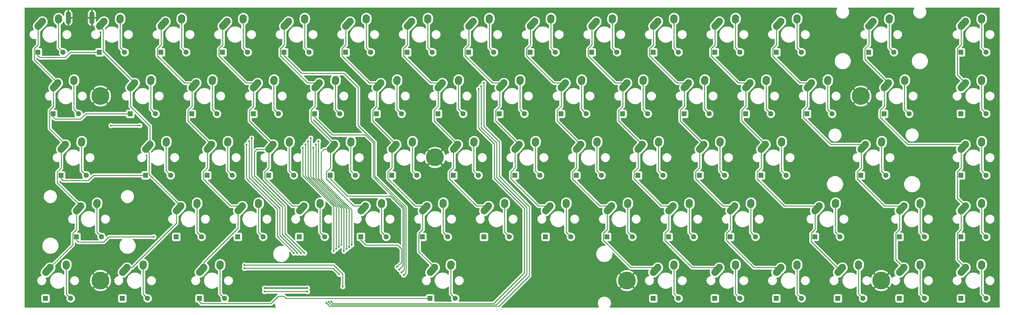
<source format=gtl>
G04 #@! TF.GenerationSoftware,KiCad,Pcbnew,(5.1.9-1-g591a07d2d9)-1*
G04 #@! TF.CreationDate,2021-07-12T22:14:49-06:00*
G04 #@! TF.ProjectId,keyboard-layout,6b657962-6f61-4726-942d-6c61796f7574,rev?*
G04 #@! TF.SameCoordinates,Original*
G04 #@! TF.FileFunction,Copper,L1,Top*
G04 #@! TF.FilePolarity,Positive*
%FSLAX46Y46*%
G04 Gerber Fmt 4.6, Leading zero omitted, Abs format (unit mm)*
G04 Created by KiCad (PCBNEW (5.1.9-1-g591a07d2d9)-1) date 2021-07-12 22:14:49*
%MOMM*%
%LPD*%
G01*
G04 APERTURE LIST*
G04 #@! TA.AperFunction,ComponentPad*
%ADD10C,2.250000*%
G04 #@! TD*
G04 #@! TA.AperFunction,ComponentPad*
%ADD11C,1.600000*%
G04 #@! TD*
G04 #@! TA.AperFunction,ComponentPad*
%ADD12R,1.600000X1.600000*%
G04 #@! TD*
G04 #@! TA.AperFunction,ComponentPad*
%ADD13O,1.500000X4.000000*%
G04 #@! TD*
G04 #@! TA.AperFunction,ComponentPad*
%ADD14C,5.500000*%
G04 #@! TD*
G04 #@! TA.AperFunction,ViaPad*
%ADD15C,0.600000*%
G04 #@! TD*
G04 #@! TA.AperFunction,Conductor*
%ADD16C,0.400000*%
G04 #@! TD*
G04 #@! TA.AperFunction,Conductor*
%ADD17C,0.250000*%
G04 #@! TD*
G04 #@! TA.AperFunction,Conductor*
%ADD18C,0.254000*%
G04 #@! TD*
G04 #@! TA.AperFunction,Conductor*
%ADD19C,0.100000*%
G04 #@! TD*
G04 APERTURE END LIST*
D10*
X150850000Y-44575000D03*
G04 #@! TA.AperFunction,ComponentPad*
G36*
G01*
X148788688Y-46872350D02*
X148788683Y-46872345D01*
G75*
G02*
X148702655Y-45283683I751317J837345D01*
G01*
X150012657Y-43823683D01*
G75*
G02*
X151601319Y-43737655I837345J-751317D01*
G01*
X151601319Y-43737655D01*
G75*
G02*
X151687347Y-45326317I-751317J-837345D01*
G01*
X150377345Y-46786317D01*
G75*
G02*
X148788683Y-46872345I-837345J751317D01*
G01*
G37*
G04 #@! TD.AperFunction*
X155890000Y-43495000D03*
G04 #@! TA.AperFunction,ComponentPad*
G36*
G01*
X155773483Y-45197395D02*
X155772597Y-45197334D01*
G75*
G02*
X154727666Y-43997597I77403J1122334D01*
G01*
X154767666Y-43417597D01*
G75*
G02*
X155967403Y-42372666I1122334J-77403D01*
G01*
X155967403Y-42372666D01*
G75*
G02*
X157012334Y-43572403I-77403J-1122334D01*
G01*
X156972334Y-44152403D01*
G75*
G02*
X155772597Y-45197334I-1122334J77403D01*
G01*
G37*
G04 #@! TD.AperFunction*
X148469588Y-101725000D03*
G04 #@! TA.AperFunction,ComponentPad*
G36*
G01*
X146408276Y-104022350D02*
X146408271Y-104022345D01*
G75*
G02*
X146322243Y-102433683I751317J837345D01*
G01*
X147632245Y-100973683D01*
G75*
G02*
X149220907Y-100887655I837345J-751317D01*
G01*
X149220907Y-100887655D01*
G75*
G02*
X149306935Y-102476317I-751317J-837345D01*
G01*
X147996933Y-103936317D01*
G75*
G02*
X146408271Y-104022345I-837345J751317D01*
G01*
G37*
G04 #@! TD.AperFunction*
X153509588Y-100645000D03*
G04 #@! TA.AperFunction,ComponentPad*
G36*
G01*
X153393071Y-102347395D02*
X153392185Y-102347334D01*
G75*
G02*
X152347254Y-101147597I77403J1122334D01*
G01*
X152387254Y-100567597D01*
G75*
G02*
X153586991Y-99522666I1122334J-77403D01*
G01*
X153586991Y-99522666D01*
G75*
G02*
X154631922Y-100722403I-77403J-1122334D01*
G01*
X154591922Y-101302403D01*
G75*
G02*
X153392185Y-102347334I-1122334J77403D01*
G01*
G37*
G04 #@! TD.AperFunction*
X77031250Y-101725000D03*
G04 #@! TA.AperFunction,ComponentPad*
G36*
G01*
X74969938Y-104022350D02*
X74969933Y-104022345D01*
G75*
G02*
X74883905Y-102433683I751317J837345D01*
G01*
X76193907Y-100973683D01*
G75*
G02*
X77782569Y-100887655I837345J-751317D01*
G01*
X77782569Y-100887655D01*
G75*
G02*
X77868597Y-102476317I-751317J-837345D01*
G01*
X76558595Y-103936317D01*
G75*
G02*
X74969933Y-104022345I-837345J751317D01*
G01*
G37*
G04 #@! TD.AperFunction*
X82071250Y-100645000D03*
G04 #@! TA.AperFunction,ComponentPad*
G36*
G01*
X81954733Y-102347395D02*
X81953847Y-102347334D01*
G75*
G02*
X80908916Y-101147597I77403J1122334D01*
G01*
X80948916Y-100567597D01*
G75*
G02*
X82148653Y-99522666I1122334J-77403D01*
G01*
X82148653Y-99522666D01*
G75*
G02*
X83193584Y-100722403I-77403J-1122334D01*
G01*
X83153584Y-101302403D01*
G75*
G02*
X81953847Y-102347334I-1122334J77403D01*
G01*
G37*
G04 #@! TD.AperFunction*
X38931250Y-82675000D03*
G04 #@! TA.AperFunction,ComponentPad*
G36*
G01*
X36869938Y-84972350D02*
X36869933Y-84972345D01*
G75*
G02*
X36783905Y-83383683I751317J837345D01*
G01*
X38093907Y-81923683D01*
G75*
G02*
X39682569Y-81837655I837345J-751317D01*
G01*
X39682569Y-81837655D01*
G75*
G02*
X39768597Y-83426317I-751317J-837345D01*
G01*
X38458595Y-84886317D01*
G75*
G02*
X36869933Y-84972345I-837345J751317D01*
G01*
G37*
G04 #@! TD.AperFunction*
X43971250Y-81595000D03*
G04 #@! TA.AperFunction,ComponentPad*
G36*
G01*
X43854733Y-83297395D02*
X43853847Y-83297334D01*
G75*
G02*
X42808916Y-82097597I77403J1122334D01*
G01*
X42848916Y-81517597D01*
G75*
G02*
X44048653Y-80472666I1122334J-77403D01*
G01*
X44048653Y-80472666D01*
G75*
G02*
X45093584Y-81672403I-77403J-1122334D01*
G01*
X45053584Y-82252403D01*
G75*
G02*
X43853847Y-83297334I-1122334J77403D01*
G01*
G37*
G04 #@! TD.AperFunction*
X265150000Y-44575000D03*
G04 #@! TA.AperFunction,ComponentPad*
G36*
G01*
X263088688Y-46872350D02*
X263088683Y-46872345D01*
G75*
G02*
X263002655Y-45283683I751317J837345D01*
G01*
X264312657Y-43823683D01*
G75*
G02*
X265901319Y-43737655I837345J-751317D01*
G01*
X265901319Y-43737655D01*
G75*
G02*
X265987347Y-45326317I-751317J-837345D01*
G01*
X264677345Y-46786317D01*
G75*
G02*
X263088683Y-46872345I-837345J751317D01*
G01*
G37*
G04 #@! TD.AperFunction*
X270190000Y-43495000D03*
G04 #@! TA.AperFunction,ComponentPad*
G36*
G01*
X270073483Y-45197395D02*
X270072597Y-45197334D01*
G75*
G02*
X269027666Y-43997597I77403J1122334D01*
G01*
X269067666Y-43417597D01*
G75*
G02*
X270267403Y-42372666I1122334J-77403D01*
G01*
X270267403Y-42372666D01*
G75*
G02*
X271312334Y-43572403I-77403J-1122334D01*
G01*
X271272334Y-44152403D01*
G75*
G02*
X270072597Y-45197334I-1122334J77403D01*
G01*
G37*
G04 #@! TD.AperFunction*
X88937500Y-82675000D03*
G04 #@! TA.AperFunction,ComponentPad*
G36*
G01*
X86876188Y-84972350D02*
X86876183Y-84972345D01*
G75*
G02*
X86790155Y-83383683I751317J837345D01*
G01*
X88100157Y-81923683D01*
G75*
G02*
X89688819Y-81837655I837345J-751317D01*
G01*
X89688819Y-81837655D01*
G75*
G02*
X89774847Y-83426317I-751317J-837345D01*
G01*
X88464845Y-84886317D01*
G75*
G02*
X86876183Y-84972345I-837345J751317D01*
G01*
G37*
G04 #@! TD.AperFunction*
X93977500Y-81595000D03*
G04 #@! TA.AperFunction,ComponentPad*
G36*
G01*
X93860983Y-83297395D02*
X93860097Y-83297334D01*
G75*
G02*
X92815166Y-82097597I77403J1122334D01*
G01*
X92855166Y-81517597D01*
G75*
G02*
X94054903Y-80472666I1122334J-77403D01*
G01*
X94054903Y-80472666D01*
G75*
G02*
X95099834Y-81672403I-77403J-1122334D01*
G01*
X95059834Y-82252403D01*
G75*
G02*
X93860097Y-83297334I-1122334J77403D01*
G01*
G37*
G04 #@! TD.AperFunction*
X55600000Y-44575000D03*
G04 #@! TA.AperFunction,ComponentPad*
G36*
G01*
X53538688Y-46872350D02*
X53538683Y-46872345D01*
G75*
G02*
X53452655Y-45283683I751317J837345D01*
G01*
X54762657Y-43823683D01*
G75*
G02*
X56351319Y-43737655I837345J-751317D01*
G01*
X56351319Y-43737655D01*
G75*
G02*
X56437347Y-45326317I-751317J-837345D01*
G01*
X55127345Y-46786317D01*
G75*
G02*
X53538683Y-46872345I-837345J751317D01*
G01*
G37*
G04 #@! TD.AperFunction*
X60640000Y-43495000D03*
G04 #@! TA.AperFunction,ComponentPad*
G36*
G01*
X60523483Y-45197395D02*
X60522597Y-45197334D01*
G75*
G02*
X59477666Y-43997597I77403J1122334D01*
G01*
X59517666Y-43417597D01*
G75*
G02*
X60717403Y-42372666I1122334J-77403D01*
G01*
X60717403Y-42372666D01*
G75*
G02*
X61762334Y-43572403I-77403J-1122334D01*
G01*
X61722334Y-44152403D01*
G75*
G02*
X60522597Y-45197334I-1122334J77403D01*
G01*
G37*
G04 #@! TD.AperFunction*
X27025000Y-25525000D03*
G04 #@! TA.AperFunction,ComponentPad*
G36*
G01*
X24963688Y-27822350D02*
X24963683Y-27822345D01*
G75*
G02*
X24877655Y-26233683I751317J837345D01*
G01*
X26187657Y-24773683D01*
G75*
G02*
X27776319Y-24687655I837345J-751317D01*
G01*
X27776319Y-24687655D01*
G75*
G02*
X27862347Y-26276317I-751317J-837345D01*
G01*
X26552345Y-27736317D01*
G75*
G02*
X24963683Y-27822345I-837345J751317D01*
G01*
G37*
G04 #@! TD.AperFunction*
X32065000Y-24445000D03*
G04 #@! TA.AperFunction,ComponentPad*
G36*
G01*
X31948483Y-26147395D02*
X31947597Y-26147334D01*
G75*
G02*
X30902666Y-24947597I77403J1122334D01*
G01*
X30942666Y-24367597D01*
G75*
G02*
X32142403Y-23322666I1122334J-77403D01*
G01*
X32142403Y-23322666D01*
G75*
G02*
X33187334Y-24522403I-77403J-1122334D01*
G01*
X33147334Y-25102403D01*
G75*
G02*
X31947597Y-26147334I-1122334J77403D01*
G01*
G37*
G04 #@! TD.AperFunction*
X288962500Y-44575000D03*
G04 #@! TA.AperFunction,ComponentPad*
G36*
G01*
X286901188Y-46872350D02*
X286901183Y-46872345D01*
G75*
G02*
X286815155Y-45283683I751317J837345D01*
G01*
X288125157Y-43823683D01*
G75*
G02*
X289713819Y-43737655I837345J-751317D01*
G01*
X289713819Y-43737655D01*
G75*
G02*
X289799847Y-45326317I-751317J-837345D01*
G01*
X288489845Y-46786317D01*
G75*
G02*
X286901183Y-46872345I-837345J751317D01*
G01*
G37*
G04 #@! TD.AperFunction*
X294002500Y-43495000D03*
G04 #@! TA.AperFunction,ComponentPad*
G36*
G01*
X293885983Y-45197395D02*
X293885097Y-45197334D01*
G75*
G02*
X292840166Y-43997597I77403J1122334D01*
G01*
X292880166Y-43417597D01*
G75*
G02*
X294079903Y-42372666I1122334J-77403D01*
G01*
X294079903Y-42372666D01*
G75*
G02*
X295124834Y-43572403I-77403J-1122334D01*
G01*
X295084834Y-44152403D01*
G75*
G02*
X293885097Y-45197334I-1122334J77403D01*
G01*
G37*
G04 #@! TD.AperFunction*
X107987500Y-82675000D03*
G04 #@! TA.AperFunction,ComponentPad*
G36*
G01*
X105926188Y-84972350D02*
X105926183Y-84972345D01*
G75*
G02*
X105840155Y-83383683I751317J837345D01*
G01*
X107150157Y-81923683D01*
G75*
G02*
X108738819Y-81837655I837345J-751317D01*
G01*
X108738819Y-81837655D01*
G75*
G02*
X108824847Y-83426317I-751317J-837345D01*
G01*
X107514845Y-84886317D01*
G75*
G02*
X105926183Y-84972345I-837345J751317D01*
G01*
G37*
G04 #@! TD.AperFunction*
X113027500Y-81595000D03*
G04 #@! TA.AperFunction,ComponentPad*
G36*
G01*
X112910983Y-83297395D02*
X112910097Y-83297334D01*
G75*
G02*
X111865166Y-82097597I77403J1122334D01*
G01*
X111905166Y-81517597D01*
G75*
G02*
X113104903Y-80472666I1122334J-77403D01*
G01*
X113104903Y-80472666D01*
G75*
G02*
X114149834Y-81672403I-77403J-1122334D01*
G01*
X114109834Y-82252403D01*
G75*
G02*
X112910097Y-83297334I-1122334J77403D01*
G01*
G37*
G04 #@! TD.AperFunction*
D11*
X83450000Y-111250000D03*
D12*
X75650000Y-111250000D03*
D10*
X74650000Y-44575000D03*
G04 #@! TA.AperFunction,ComponentPad*
G36*
G01*
X72588688Y-46872350D02*
X72588683Y-46872345D01*
G75*
G02*
X72502655Y-45283683I751317J837345D01*
G01*
X73812657Y-43823683D01*
G75*
G02*
X75401319Y-43737655I837345J-751317D01*
G01*
X75401319Y-43737655D01*
G75*
G02*
X75487347Y-45326317I-751317J-837345D01*
G01*
X74177345Y-46786317D01*
G75*
G02*
X72588683Y-46872345I-837345J751317D01*
G01*
G37*
G04 #@! TD.AperFunction*
X79690000Y-43495000D03*
G04 #@! TA.AperFunction,ComponentPad*
G36*
G01*
X79573483Y-45197395D02*
X79572597Y-45197334D01*
G75*
G02*
X78527666Y-43997597I77403J1122334D01*
G01*
X78567666Y-43417597D01*
G75*
G02*
X79767403Y-42372666I1122334J-77403D01*
G01*
X79767403Y-42372666D01*
G75*
G02*
X80812334Y-43572403I-77403J-1122334D01*
G01*
X80772334Y-44152403D01*
G75*
G02*
X79572597Y-45197334I-1122334J77403D01*
G01*
G37*
G04 #@! TD.AperFunction*
X217525000Y-25525000D03*
G04 #@! TA.AperFunction,ComponentPad*
G36*
G01*
X215463688Y-27822350D02*
X215463683Y-27822345D01*
G75*
G02*
X215377655Y-26233683I751317J837345D01*
G01*
X216687657Y-24773683D01*
G75*
G02*
X218276319Y-24687655I837345J-751317D01*
G01*
X218276319Y-24687655D01*
G75*
G02*
X218362347Y-26276317I-751317J-837345D01*
G01*
X217052345Y-27736317D01*
G75*
G02*
X215463683Y-27822345I-837345J751317D01*
G01*
G37*
G04 #@! TD.AperFunction*
X222565000Y-24445000D03*
G04 #@! TA.AperFunction,ComponentPad*
G36*
G01*
X222448483Y-26147395D02*
X222447597Y-26147334D01*
G75*
G02*
X221402666Y-24947597I77403J1122334D01*
G01*
X221442666Y-24367597D01*
G75*
G02*
X222642403Y-23322666I1122334J-77403D01*
G01*
X222642403Y-23322666D01*
G75*
G02*
X223687334Y-24522403I-77403J-1122334D01*
G01*
X223647334Y-25102403D01*
G75*
G02*
X222447597Y-26147334I-1122334J77403D01*
G01*
G37*
G04 #@! TD.AperFunction*
X188950000Y-44575000D03*
G04 #@! TA.AperFunction,ComponentPad*
G36*
G01*
X186888688Y-46872350D02*
X186888683Y-46872345D01*
G75*
G02*
X186802655Y-45283683I751317J837345D01*
G01*
X188112657Y-43823683D01*
G75*
G02*
X189701319Y-43737655I837345J-751317D01*
G01*
X189701319Y-43737655D01*
G75*
G02*
X189787347Y-45326317I-751317J-837345D01*
G01*
X188477345Y-46786317D01*
G75*
G02*
X186888683Y-46872345I-837345J751317D01*
G01*
G37*
G04 #@! TD.AperFunction*
X193990000Y-43495000D03*
G04 #@! TA.AperFunction,ComponentPad*
G36*
G01*
X193873483Y-45197395D02*
X193872597Y-45197334D01*
G75*
G02*
X192827666Y-43997597I77403J1122334D01*
G01*
X192867666Y-43417597D01*
G75*
G02*
X194067403Y-42372666I1122334J-77403D01*
G01*
X194067403Y-42372666D01*
G75*
G02*
X195112334Y-43572403I-77403J-1122334D01*
G01*
X195072334Y-44152403D01*
G75*
G02*
X193872597Y-45197334I-1122334J77403D01*
G01*
G37*
G04 #@! TD.AperFunction*
X31787500Y-44575000D03*
G04 #@! TA.AperFunction,ComponentPad*
G36*
G01*
X29726188Y-46872350D02*
X29726183Y-46872345D01*
G75*
G02*
X29640155Y-45283683I751317J837345D01*
G01*
X30950157Y-43823683D01*
G75*
G02*
X32538819Y-43737655I837345J-751317D01*
G01*
X32538819Y-43737655D01*
G75*
G02*
X32624847Y-45326317I-751317J-837345D01*
G01*
X31314845Y-46786317D01*
G75*
G02*
X29726183Y-46872345I-837345J751317D01*
G01*
G37*
G04 #@! TD.AperFunction*
X36827500Y-43495000D03*
G04 #@! TA.AperFunction,ComponentPad*
G36*
G01*
X36710983Y-45197395D02*
X36710097Y-45197334D01*
G75*
G02*
X35665166Y-43997597I77403J1122334D01*
G01*
X35705166Y-43417597D01*
G75*
G02*
X36904903Y-42372666I1122334J-77403D01*
G01*
X36904903Y-42372666D01*
G75*
G02*
X37949834Y-43572403I-77403J-1122334D01*
G01*
X37909834Y-44152403D01*
G75*
G02*
X36710097Y-45197334I-1122334J77403D01*
G01*
G37*
G04 #@! TD.AperFunction*
X69887500Y-82675000D03*
G04 #@! TA.AperFunction,ComponentPad*
G36*
G01*
X67826188Y-84972350D02*
X67826183Y-84972345D01*
G75*
G02*
X67740155Y-83383683I751317J837345D01*
G01*
X69050157Y-81923683D01*
G75*
G02*
X70638819Y-81837655I837345J-751317D01*
G01*
X70638819Y-81837655D01*
G75*
G02*
X70724847Y-83426317I-751317J-837345D01*
G01*
X69414845Y-84886317D01*
G75*
G02*
X67826183Y-84972345I-837345J751317D01*
G01*
G37*
G04 #@! TD.AperFunction*
X74927500Y-81595000D03*
G04 #@! TA.AperFunction,ComponentPad*
G36*
G01*
X74810983Y-83297395D02*
X74810097Y-83297334D01*
G75*
G02*
X73765166Y-82097597I77403J1122334D01*
G01*
X73805166Y-81517597D01*
G75*
G02*
X75004903Y-80472666I1122334J-77403D01*
G01*
X75004903Y-80472666D01*
G75*
G02*
X76049834Y-81672403I-77403J-1122334D01*
G01*
X76009834Y-82252403D01*
G75*
G02*
X74810097Y-83297334I-1122334J77403D01*
G01*
G37*
G04 #@! TD.AperFunction*
X53218750Y-101725000D03*
G04 #@! TA.AperFunction,ComponentPad*
G36*
G01*
X51157438Y-104022350D02*
X51157433Y-104022345D01*
G75*
G02*
X51071405Y-102433683I751317J837345D01*
G01*
X52381407Y-100973683D01*
G75*
G02*
X53970069Y-100887655I837345J-751317D01*
G01*
X53970069Y-100887655D01*
G75*
G02*
X54056097Y-102476317I-751317J-837345D01*
G01*
X52746095Y-103936317D01*
G75*
G02*
X51157433Y-104022345I-837345J751317D01*
G01*
G37*
G04 #@! TD.AperFunction*
X58258750Y-100645000D03*
G04 #@! TA.AperFunction,ComponentPad*
G36*
G01*
X58142233Y-102347395D02*
X58141347Y-102347334D01*
G75*
G02*
X57096416Y-101147597I77403J1122334D01*
G01*
X57136416Y-100567597D01*
G75*
G02*
X58336153Y-99522666I1122334J-77403D01*
G01*
X58336153Y-99522666D01*
G75*
G02*
X59381084Y-100722403I-77403J-1122334D01*
G01*
X59341084Y-101302403D01*
G75*
G02*
X58141347Y-102347334I-1122334J77403D01*
G01*
G37*
G04 #@! TD.AperFunction*
X127037500Y-82675000D03*
G04 #@! TA.AperFunction,ComponentPad*
G36*
G01*
X124976188Y-84972350D02*
X124976183Y-84972345D01*
G75*
G02*
X124890155Y-83383683I751317J837345D01*
G01*
X126200157Y-81923683D01*
G75*
G02*
X127788819Y-81837655I837345J-751317D01*
G01*
X127788819Y-81837655D01*
G75*
G02*
X127874847Y-83426317I-751317J-837345D01*
G01*
X126564845Y-84886317D01*
G75*
G02*
X124976183Y-84972345I-837345J751317D01*
G01*
G37*
G04 #@! TD.AperFunction*
X132077500Y-81595000D03*
G04 #@! TA.AperFunction,ComponentPad*
G36*
G01*
X131960983Y-83297395D02*
X131960097Y-83297334D01*
G75*
G02*
X130915166Y-82097597I77403J1122334D01*
G01*
X130955166Y-81517597D01*
G75*
G02*
X132154903Y-80472666I1122334J-77403D01*
G01*
X132154903Y-80472666D01*
G75*
G02*
X133199834Y-81672403I-77403J-1122334D01*
G01*
X133159834Y-82252403D01*
G75*
G02*
X131960097Y-83297334I-1122334J77403D01*
G01*
G37*
G04 #@! TD.AperFunction*
X293725000Y-82675000D03*
G04 #@! TA.AperFunction,ComponentPad*
G36*
G01*
X291663688Y-84972350D02*
X291663683Y-84972345D01*
G75*
G02*
X291577655Y-83383683I751317J837345D01*
G01*
X292887657Y-81923683D01*
G75*
G02*
X294476319Y-81837655I837345J-751317D01*
G01*
X294476319Y-81837655D01*
G75*
G02*
X294562347Y-83426317I-751317J-837345D01*
G01*
X293252345Y-84886317D01*
G75*
G02*
X291663683Y-84972345I-837345J751317D01*
G01*
G37*
G04 #@! TD.AperFunction*
X298765000Y-81595000D03*
G04 #@! TA.AperFunction,ComponentPad*
G36*
G01*
X298648483Y-83297395D02*
X298647597Y-83297334D01*
G75*
G02*
X297602666Y-82097597I77403J1122334D01*
G01*
X297642666Y-81517597D01*
G75*
G02*
X298842403Y-80472666I1122334J-77403D01*
G01*
X298842403Y-80472666D01*
G75*
G02*
X299887334Y-81672403I-77403J-1122334D01*
G01*
X299847334Y-82252403D01*
G75*
G02*
X298647597Y-83297334I-1122334J77403D01*
G01*
G37*
G04 #@! TD.AperFunction*
X169900000Y-44575000D03*
G04 #@! TA.AperFunction,ComponentPad*
G36*
G01*
X167838688Y-46872350D02*
X167838683Y-46872345D01*
G75*
G02*
X167752655Y-45283683I751317J837345D01*
G01*
X169062657Y-43823683D01*
G75*
G02*
X170651319Y-43737655I837345J-751317D01*
G01*
X170651319Y-43737655D01*
G75*
G02*
X170737347Y-45326317I-751317J-837345D01*
G01*
X169427345Y-46786317D01*
G75*
G02*
X167838683Y-46872345I-837345J751317D01*
G01*
G37*
G04 #@! TD.AperFunction*
X174940000Y-43495000D03*
G04 #@! TA.AperFunction,ComponentPad*
G36*
G01*
X174823483Y-45197395D02*
X174822597Y-45197334D01*
G75*
G02*
X173777666Y-43997597I77403J1122334D01*
G01*
X173817666Y-43417597D01*
G75*
G02*
X175017403Y-42372666I1122334J-77403D01*
G01*
X175017403Y-42372666D01*
G75*
G02*
X176062334Y-43572403I-77403J-1122334D01*
G01*
X176022334Y-44152403D01*
G75*
G02*
X174822597Y-45197334I-1122334J77403D01*
G01*
G37*
G04 #@! TD.AperFunction*
X131800000Y-44575000D03*
G04 #@! TA.AperFunction,ComponentPad*
G36*
G01*
X129738688Y-46872350D02*
X129738683Y-46872345D01*
G75*
G02*
X129652655Y-45283683I751317J837345D01*
G01*
X130962657Y-43823683D01*
G75*
G02*
X132551319Y-43737655I837345J-751317D01*
G01*
X132551319Y-43737655D01*
G75*
G02*
X132637347Y-45326317I-751317J-837345D01*
G01*
X131327345Y-46786317D01*
G75*
G02*
X129738683Y-46872345I-837345J751317D01*
G01*
G37*
G04 #@! TD.AperFunction*
X136840000Y-43495000D03*
G04 #@! TA.AperFunction,ComponentPad*
G36*
G01*
X136723483Y-45197395D02*
X136722597Y-45197334D01*
G75*
G02*
X135677666Y-43997597I77403J1122334D01*
G01*
X135717666Y-43417597D01*
G75*
G02*
X136917403Y-42372666I1122334J-77403D01*
G01*
X136917403Y-42372666D01*
G75*
G02*
X137962334Y-43572403I-77403J-1122334D01*
G01*
X137922334Y-44152403D01*
G75*
G02*
X136722597Y-45197334I-1122334J77403D01*
G01*
G37*
G04 #@! TD.AperFunction*
X241337500Y-82675000D03*
G04 #@! TA.AperFunction,ComponentPad*
G36*
G01*
X239276188Y-84972350D02*
X239276183Y-84972345D01*
G75*
G02*
X239190155Y-83383683I751317J837345D01*
G01*
X240500157Y-81923683D01*
G75*
G02*
X242088819Y-81837655I837345J-751317D01*
G01*
X242088819Y-81837655D01*
G75*
G02*
X242174847Y-83426317I-751317J-837345D01*
G01*
X240864845Y-84886317D01*
G75*
G02*
X239276183Y-84972345I-837345J751317D01*
G01*
G37*
G04 #@! TD.AperFunction*
X246377500Y-81595000D03*
G04 #@! TA.AperFunction,ComponentPad*
G36*
G01*
X246260983Y-83297395D02*
X246260097Y-83297334D01*
G75*
G02*
X245215166Y-82097597I77403J1122334D01*
G01*
X245255166Y-81517597D01*
G75*
G02*
X246454903Y-80472666I1122334J-77403D01*
G01*
X246454903Y-80472666D01*
G75*
G02*
X247499834Y-81672403I-77403J-1122334D01*
G01*
X247459834Y-82252403D01*
G75*
G02*
X246260097Y-83297334I-1122334J77403D01*
G01*
G37*
G04 #@! TD.AperFunction*
X267531250Y-82675000D03*
G04 #@! TA.AperFunction,ComponentPad*
G36*
G01*
X265469938Y-84972350D02*
X265469933Y-84972345D01*
G75*
G02*
X265383905Y-83383683I751317J837345D01*
G01*
X266693907Y-81923683D01*
G75*
G02*
X268282569Y-81837655I837345J-751317D01*
G01*
X268282569Y-81837655D01*
G75*
G02*
X268368597Y-83426317I-751317J-837345D01*
G01*
X267058595Y-84886317D01*
G75*
G02*
X265469933Y-84972345I-837345J751317D01*
G01*
G37*
G04 #@! TD.AperFunction*
X272571250Y-81595000D03*
G04 #@! TA.AperFunction,ComponentPad*
G36*
G01*
X272454733Y-83297395D02*
X272453847Y-83297334D01*
G75*
G02*
X271408916Y-82097597I77403J1122334D01*
G01*
X271448916Y-81517597D01*
G75*
G02*
X272648653Y-80472666I1122334J-77403D01*
G01*
X272648653Y-80472666D01*
G75*
G02*
X273693584Y-81672403I-77403J-1122334D01*
G01*
X273653584Y-82252403D01*
G75*
G02*
X272453847Y-83297334I-1122334J77403D01*
G01*
G37*
G04 #@! TD.AperFunction*
X231812500Y-63625000D03*
G04 #@! TA.AperFunction,ComponentPad*
G36*
G01*
X229751188Y-65922350D02*
X229751183Y-65922345D01*
G75*
G02*
X229665155Y-64333683I751317J837345D01*
G01*
X230975157Y-62873683D01*
G75*
G02*
X232563819Y-62787655I837345J-751317D01*
G01*
X232563819Y-62787655D01*
G75*
G02*
X232649847Y-64376317I-751317J-837345D01*
G01*
X231339845Y-65836317D01*
G75*
G02*
X229751183Y-65922345I-837345J751317D01*
G01*
G37*
G04 #@! TD.AperFunction*
X236852500Y-62545000D03*
G04 #@! TA.AperFunction,ComponentPad*
G36*
G01*
X236735983Y-64247395D02*
X236735097Y-64247334D01*
G75*
G02*
X235690166Y-63047597I77403J1122334D01*
G01*
X235730166Y-62467597D01*
G75*
G02*
X236929903Y-61422666I1122334J-77403D01*
G01*
X236929903Y-61422666D01*
G75*
G02*
X237974834Y-62622403I-77403J-1122334D01*
G01*
X237934834Y-63202403D01*
G75*
G02*
X236735097Y-64247334I-1122334J77403D01*
G01*
G37*
G04 #@! TD.AperFunction*
X79412500Y-63625000D03*
G04 #@! TA.AperFunction,ComponentPad*
G36*
G01*
X77351188Y-65922350D02*
X77351183Y-65922345D01*
G75*
G02*
X77265155Y-64333683I751317J837345D01*
G01*
X78575157Y-62873683D01*
G75*
G02*
X80163819Y-62787655I837345J-751317D01*
G01*
X80163819Y-62787655D01*
G75*
G02*
X80249847Y-64376317I-751317J-837345D01*
G01*
X78939845Y-65836317D01*
G75*
G02*
X77351183Y-65922345I-837345J751317D01*
G01*
G37*
G04 #@! TD.AperFunction*
X84452500Y-62545000D03*
G04 #@! TA.AperFunction,ComponentPad*
G36*
G01*
X84335983Y-64247395D02*
X84335097Y-64247334D01*
G75*
G02*
X83290166Y-63047597I77403J1122334D01*
G01*
X83330166Y-62467597D01*
G75*
G02*
X84529903Y-61422666I1122334J-77403D01*
G01*
X84529903Y-61422666D01*
G75*
G02*
X85574834Y-62622403I-77403J-1122334D01*
G01*
X85534834Y-63202403D01*
G75*
G02*
X84335097Y-64247334I-1122334J77403D01*
G01*
G37*
G04 #@! TD.AperFunction*
X312775000Y-101725000D03*
G04 #@! TA.AperFunction,ComponentPad*
G36*
G01*
X310713688Y-104022350D02*
X310713683Y-104022345D01*
G75*
G02*
X310627655Y-102433683I751317J837345D01*
G01*
X311937657Y-100973683D01*
G75*
G02*
X313526319Y-100887655I837345J-751317D01*
G01*
X313526319Y-100887655D01*
G75*
G02*
X313612347Y-102476317I-751317J-837345D01*
G01*
X312302345Y-103936317D01*
G75*
G02*
X310713683Y-104022345I-837345J751317D01*
G01*
G37*
G04 #@! TD.AperFunction*
X317815000Y-100645000D03*
G04 #@! TA.AperFunction,ComponentPad*
G36*
G01*
X317698483Y-102347395D02*
X317697597Y-102347334D01*
G75*
G02*
X316652666Y-101147597I77403J1122334D01*
G01*
X316692666Y-100567597D01*
G75*
G02*
X317892403Y-99522666I1122334J-77403D01*
G01*
X317892403Y-99522666D01*
G75*
G02*
X318937334Y-100722403I-77403J-1122334D01*
G01*
X318897334Y-101302403D01*
G75*
G02*
X317697597Y-102347334I-1122334J77403D01*
G01*
G37*
G04 #@! TD.AperFunction*
X112750000Y-44575000D03*
G04 #@! TA.AperFunction,ComponentPad*
G36*
G01*
X110688688Y-46872350D02*
X110688683Y-46872345D01*
G75*
G02*
X110602655Y-45283683I751317J837345D01*
G01*
X111912657Y-43823683D01*
G75*
G02*
X113501319Y-43737655I837345J-751317D01*
G01*
X113501319Y-43737655D01*
G75*
G02*
X113587347Y-45326317I-751317J-837345D01*
G01*
X112277345Y-46786317D01*
G75*
G02*
X110688683Y-46872345I-837345J751317D01*
G01*
G37*
G04 #@! TD.AperFunction*
X117790000Y-43495000D03*
G04 #@! TA.AperFunction,ComponentPad*
G36*
G01*
X117673483Y-45197395D02*
X117672597Y-45197334D01*
G75*
G02*
X116627666Y-43997597I77403J1122334D01*
G01*
X116667666Y-43417597D01*
G75*
G02*
X117867403Y-42372666I1122334J-77403D01*
G01*
X117867403Y-42372666D01*
G75*
G02*
X118912334Y-43572403I-77403J-1122334D01*
G01*
X118872334Y-44152403D01*
G75*
G02*
X117672597Y-45197334I-1122334J77403D01*
G01*
G37*
G04 #@! TD.AperFunction*
X250862500Y-63625000D03*
G04 #@! TA.AperFunction,ComponentPad*
G36*
G01*
X248801188Y-65922350D02*
X248801183Y-65922345D01*
G75*
G02*
X248715155Y-64333683I751317J837345D01*
G01*
X250025157Y-62873683D01*
G75*
G02*
X251613819Y-62787655I837345J-751317D01*
G01*
X251613819Y-62787655D01*
G75*
G02*
X251699847Y-64376317I-751317J-837345D01*
G01*
X250389845Y-65836317D01*
G75*
G02*
X248801183Y-65922345I-837345J751317D01*
G01*
G37*
G04 #@! TD.AperFunction*
X255902500Y-62545000D03*
G04 #@! TA.AperFunction,ComponentPad*
G36*
G01*
X255785983Y-64247395D02*
X255785097Y-64247334D01*
G75*
G02*
X254740166Y-63047597I77403J1122334D01*
G01*
X254780166Y-62467597D01*
G75*
G02*
X255979903Y-61422666I1122334J-77403D01*
G01*
X255979903Y-61422666D01*
G75*
G02*
X257024834Y-62622403I-77403J-1122334D01*
G01*
X256984834Y-63202403D01*
G75*
G02*
X255785097Y-64247334I-1122334J77403D01*
G01*
G37*
G04 #@! TD.AperFunction*
X312775000Y-63625000D03*
G04 #@! TA.AperFunction,ComponentPad*
G36*
G01*
X310713688Y-65922350D02*
X310713683Y-65922345D01*
G75*
G02*
X310627655Y-64333683I751317J837345D01*
G01*
X311937657Y-62873683D01*
G75*
G02*
X313526319Y-62787655I837345J-751317D01*
G01*
X313526319Y-62787655D01*
G75*
G02*
X313612347Y-64376317I-751317J-837345D01*
G01*
X312302345Y-65836317D01*
G75*
G02*
X310713683Y-65922345I-837345J751317D01*
G01*
G37*
G04 #@! TD.AperFunction*
X317815000Y-62545000D03*
G04 #@! TA.AperFunction,ComponentPad*
G36*
G01*
X317698483Y-64247395D02*
X317697597Y-64247334D01*
G75*
G02*
X316652666Y-63047597I77403J1122334D01*
G01*
X316692666Y-62467597D01*
G75*
G02*
X317892403Y-61422666I1122334J-77403D01*
G01*
X317892403Y-61422666D01*
G75*
G02*
X318937334Y-62622403I-77403J-1122334D01*
G01*
X318897334Y-63202403D01*
G75*
G02*
X317697597Y-64247334I-1122334J77403D01*
G01*
G37*
G04 #@! TD.AperFunction*
X312775000Y-82675000D03*
G04 #@! TA.AperFunction,ComponentPad*
G36*
G01*
X310713688Y-84972350D02*
X310713683Y-84972345D01*
G75*
G02*
X310627655Y-83383683I751317J837345D01*
G01*
X311937657Y-81923683D01*
G75*
G02*
X313526319Y-81837655I837345J-751317D01*
G01*
X313526319Y-81837655D01*
G75*
G02*
X313612347Y-83426317I-751317J-837345D01*
G01*
X312302345Y-84886317D01*
G75*
G02*
X310713683Y-84972345I-837345J751317D01*
G01*
G37*
G04 #@! TD.AperFunction*
X317815000Y-81595000D03*
G04 #@! TA.AperFunction,ComponentPad*
G36*
G01*
X317698483Y-83297395D02*
X317697597Y-83297334D01*
G75*
G02*
X316652666Y-82097597I77403J1122334D01*
G01*
X316692666Y-81517597D01*
G75*
G02*
X317892403Y-80472666I1122334J-77403D01*
G01*
X317892403Y-80472666D01*
G75*
G02*
X318937334Y-81672403I-77403J-1122334D01*
G01*
X318897334Y-82252403D01*
G75*
G02*
X317697597Y-83297334I-1122334J77403D01*
G01*
G37*
G04 #@! TD.AperFunction*
X227050000Y-44575000D03*
G04 #@! TA.AperFunction,ComponentPad*
G36*
G01*
X224988688Y-46872350D02*
X224988683Y-46872345D01*
G75*
G02*
X224902655Y-45283683I751317J837345D01*
G01*
X226212657Y-43823683D01*
G75*
G02*
X227801319Y-43737655I837345J-751317D01*
G01*
X227801319Y-43737655D01*
G75*
G02*
X227887347Y-45326317I-751317J-837345D01*
G01*
X226577345Y-46786317D01*
G75*
G02*
X224988683Y-46872345I-837345J751317D01*
G01*
G37*
G04 #@! TD.AperFunction*
X232090000Y-43495000D03*
G04 #@! TA.AperFunction,ComponentPad*
G36*
G01*
X231973483Y-45197395D02*
X231972597Y-45197334D01*
G75*
G02*
X230927666Y-43997597I77403J1122334D01*
G01*
X230967666Y-43417597D01*
G75*
G02*
X232167403Y-42372666I1122334J-77403D01*
G01*
X232167403Y-42372666D01*
G75*
G02*
X233212334Y-43572403I-77403J-1122334D01*
G01*
X233172334Y-44152403D01*
G75*
G02*
X231972597Y-45197334I-1122334J77403D01*
G01*
G37*
G04 #@! TD.AperFunction*
X208000000Y-44575000D03*
G04 #@! TA.AperFunction,ComponentPad*
G36*
G01*
X205938688Y-46872350D02*
X205938683Y-46872345D01*
G75*
G02*
X205852655Y-45283683I751317J837345D01*
G01*
X207162657Y-43823683D01*
G75*
G02*
X208751319Y-43737655I837345J-751317D01*
G01*
X208751319Y-43737655D01*
G75*
G02*
X208837347Y-45326317I-751317J-837345D01*
G01*
X207527345Y-46786317D01*
G75*
G02*
X205938683Y-46872345I-837345J751317D01*
G01*
G37*
G04 #@! TD.AperFunction*
X213040000Y-43495000D03*
G04 #@! TA.AperFunction,ComponentPad*
G36*
G01*
X212923483Y-45197395D02*
X212922597Y-45197334D01*
G75*
G02*
X211877666Y-43997597I77403J1122334D01*
G01*
X211917666Y-43417597D01*
G75*
G02*
X213117403Y-42372666I1122334J-77403D01*
G01*
X213117403Y-42372666D01*
G75*
G02*
X214162334Y-43572403I-77403J-1122334D01*
G01*
X214122334Y-44152403D01*
G75*
G02*
X212922597Y-45197334I-1122334J77403D01*
G01*
G37*
G04 #@! TD.AperFunction*
X165137500Y-82675000D03*
G04 #@! TA.AperFunction,ComponentPad*
G36*
G01*
X163076188Y-84972350D02*
X163076183Y-84972345D01*
G75*
G02*
X162990155Y-83383683I751317J837345D01*
G01*
X164300157Y-81923683D01*
G75*
G02*
X165888819Y-81837655I837345J-751317D01*
G01*
X165888819Y-81837655D01*
G75*
G02*
X165974847Y-83426317I-751317J-837345D01*
G01*
X164664845Y-84886317D01*
G75*
G02*
X163076183Y-84972345I-837345J751317D01*
G01*
G37*
G04 #@! TD.AperFunction*
X170177500Y-81595000D03*
G04 #@! TA.AperFunction,ComponentPad*
G36*
G01*
X170060983Y-83297395D02*
X170060097Y-83297334D01*
G75*
G02*
X169015166Y-82097597I77403J1122334D01*
G01*
X169055166Y-81517597D01*
G75*
G02*
X170254903Y-80472666I1122334J-77403D01*
G01*
X170254903Y-80472666D01*
G75*
G02*
X171299834Y-81672403I-77403J-1122334D01*
G01*
X171259834Y-82252403D01*
G75*
G02*
X170060097Y-83297334I-1122334J77403D01*
G01*
G37*
G04 #@! TD.AperFunction*
X236575000Y-25525000D03*
G04 #@! TA.AperFunction,ComponentPad*
G36*
G01*
X234513688Y-27822350D02*
X234513683Y-27822345D01*
G75*
G02*
X234427655Y-26233683I751317J837345D01*
G01*
X235737657Y-24773683D01*
G75*
G02*
X237326319Y-24687655I837345J-751317D01*
G01*
X237326319Y-24687655D01*
G75*
G02*
X237412347Y-26276317I-751317J-837345D01*
G01*
X236102345Y-27736317D01*
G75*
G02*
X234513683Y-27822345I-837345J751317D01*
G01*
G37*
G04 #@! TD.AperFunction*
X241615000Y-24445000D03*
G04 #@! TA.AperFunction,ComponentPad*
G36*
G01*
X241498483Y-26147395D02*
X241497597Y-26147334D01*
G75*
G02*
X240452666Y-24947597I77403J1122334D01*
G01*
X240492666Y-24367597D01*
G75*
G02*
X241692403Y-23322666I1122334J-77403D01*
G01*
X241692403Y-23322666D01*
G75*
G02*
X242737334Y-24522403I-77403J-1122334D01*
G01*
X242697334Y-25102403D01*
G75*
G02*
X241497597Y-26147334I-1122334J77403D01*
G01*
G37*
G04 #@! TD.AperFunction*
X184187500Y-82675000D03*
G04 #@! TA.AperFunction,ComponentPad*
G36*
G01*
X182126188Y-84972350D02*
X182126183Y-84972345D01*
G75*
G02*
X182040155Y-83383683I751317J837345D01*
G01*
X183350157Y-81923683D01*
G75*
G02*
X184938819Y-81837655I837345J-751317D01*
G01*
X184938819Y-81837655D01*
G75*
G02*
X185024847Y-83426317I-751317J-837345D01*
G01*
X183714845Y-84886317D01*
G75*
G02*
X182126183Y-84972345I-837345J751317D01*
G01*
G37*
G04 #@! TD.AperFunction*
X189227500Y-81595000D03*
G04 #@! TA.AperFunction,ComponentPad*
G36*
G01*
X189110983Y-83297395D02*
X189110097Y-83297334D01*
G75*
G02*
X188065166Y-82097597I77403J1122334D01*
G01*
X188105166Y-81517597D01*
G75*
G02*
X189304903Y-80472666I1122334J-77403D01*
G01*
X189304903Y-80472666D01*
G75*
G02*
X190349834Y-81672403I-77403J-1122334D01*
G01*
X190309834Y-82252403D01*
G75*
G02*
X189110097Y-83297334I-1122334J77403D01*
G01*
G37*
G04 #@! TD.AperFunction*
X274675000Y-101725000D03*
G04 #@! TA.AperFunction,ComponentPad*
G36*
G01*
X272613688Y-104022350D02*
X272613683Y-104022345D01*
G75*
G02*
X272527655Y-102433683I751317J837345D01*
G01*
X273837657Y-100973683D01*
G75*
G02*
X275426319Y-100887655I837345J-751317D01*
G01*
X275426319Y-100887655D01*
G75*
G02*
X275512347Y-102476317I-751317J-837345D01*
G01*
X274202345Y-103936317D01*
G75*
G02*
X272613683Y-104022345I-837345J751317D01*
G01*
G37*
G04 #@! TD.AperFunction*
X279715000Y-100645000D03*
G04 #@! TA.AperFunction,ComponentPad*
G36*
G01*
X279598483Y-102347395D02*
X279597597Y-102347334D01*
G75*
G02*
X278552666Y-101147597I77403J1122334D01*
G01*
X278592666Y-100567597D01*
G75*
G02*
X279792403Y-99522666I1122334J-77403D01*
G01*
X279792403Y-99522666D01*
G75*
G02*
X280837334Y-100722403I-77403J-1122334D01*
G01*
X280797334Y-101302403D01*
G75*
G02*
X279597597Y-102347334I-1122334J77403D01*
G01*
G37*
G04 #@! TD.AperFunction*
X212762500Y-63625000D03*
G04 #@! TA.AperFunction,ComponentPad*
G36*
G01*
X210701188Y-65922350D02*
X210701183Y-65922345D01*
G75*
G02*
X210615155Y-64333683I751317J837345D01*
G01*
X211925157Y-62873683D01*
G75*
G02*
X213513819Y-62787655I837345J-751317D01*
G01*
X213513819Y-62787655D01*
G75*
G02*
X213599847Y-64376317I-751317J-837345D01*
G01*
X212289845Y-65836317D01*
G75*
G02*
X210701183Y-65922345I-837345J751317D01*
G01*
G37*
G04 #@! TD.AperFunction*
X217802500Y-62545000D03*
G04 #@! TA.AperFunction,ComponentPad*
G36*
G01*
X217685983Y-64247395D02*
X217685097Y-64247334D01*
G75*
G02*
X216640166Y-63047597I77403J1122334D01*
G01*
X216680166Y-62467597D01*
G75*
G02*
X217879903Y-61422666I1122334J-77403D01*
G01*
X217879903Y-61422666D01*
G75*
G02*
X218924834Y-62622403I-77403J-1122334D01*
G01*
X218884834Y-63202403D01*
G75*
G02*
X217685097Y-64247334I-1122334J77403D01*
G01*
G37*
G04 #@! TD.AperFunction*
X193712500Y-63625000D03*
G04 #@! TA.AperFunction,ComponentPad*
G36*
G01*
X191651188Y-65922350D02*
X191651183Y-65922345D01*
G75*
G02*
X191565155Y-64333683I751317J837345D01*
G01*
X192875157Y-62873683D01*
G75*
G02*
X194463819Y-62787655I837345J-751317D01*
G01*
X194463819Y-62787655D01*
G75*
G02*
X194549847Y-64376317I-751317J-837345D01*
G01*
X193239845Y-65836317D01*
G75*
G02*
X191651183Y-65922345I-837345J751317D01*
G01*
G37*
G04 #@! TD.AperFunction*
X198752500Y-62545000D03*
G04 #@! TA.AperFunction,ComponentPad*
G36*
G01*
X198635983Y-64247395D02*
X198635097Y-64247334D01*
G75*
G02*
X197590166Y-63047597I77403J1122334D01*
G01*
X197630166Y-62467597D01*
G75*
G02*
X198829903Y-61422666I1122334J-77403D01*
G01*
X198829903Y-61422666D01*
G75*
G02*
X199874834Y-62622403I-77403J-1122334D01*
G01*
X199834834Y-63202403D01*
G75*
G02*
X198635097Y-64247334I-1122334J77403D01*
G01*
G37*
G04 #@! TD.AperFunction*
X174662500Y-63625000D03*
G04 #@! TA.AperFunction,ComponentPad*
G36*
G01*
X172601188Y-65922350D02*
X172601183Y-65922345D01*
G75*
G02*
X172515155Y-64333683I751317J837345D01*
G01*
X173825157Y-62873683D01*
G75*
G02*
X175413819Y-62787655I837345J-751317D01*
G01*
X175413819Y-62787655D01*
G75*
G02*
X175499847Y-64376317I-751317J-837345D01*
G01*
X174189845Y-65836317D01*
G75*
G02*
X172601183Y-65922345I-837345J751317D01*
G01*
G37*
G04 #@! TD.AperFunction*
X179702500Y-62545000D03*
G04 #@! TA.AperFunction,ComponentPad*
G36*
G01*
X179585983Y-64247395D02*
X179585097Y-64247334D01*
G75*
G02*
X178540166Y-63047597I77403J1122334D01*
G01*
X178580166Y-62467597D01*
G75*
G02*
X179779903Y-61422666I1122334J-77403D01*
G01*
X179779903Y-61422666D01*
G75*
G02*
X180824834Y-62622403I-77403J-1122334D01*
G01*
X180784834Y-63202403D01*
G75*
G02*
X179585097Y-64247334I-1122334J77403D01*
G01*
G37*
G04 #@! TD.AperFunction*
X155612500Y-63625000D03*
G04 #@! TA.AperFunction,ComponentPad*
G36*
G01*
X153551188Y-65922350D02*
X153551183Y-65922345D01*
G75*
G02*
X153465155Y-64333683I751317J837345D01*
G01*
X154775157Y-62873683D01*
G75*
G02*
X156363819Y-62787655I837345J-751317D01*
G01*
X156363819Y-62787655D01*
G75*
G02*
X156449847Y-64376317I-751317J-837345D01*
G01*
X155139845Y-65836317D01*
G75*
G02*
X153551183Y-65922345I-837345J751317D01*
G01*
G37*
G04 #@! TD.AperFunction*
X160652500Y-62545000D03*
G04 #@! TA.AperFunction,ComponentPad*
G36*
G01*
X160535983Y-64247395D02*
X160535097Y-64247334D01*
G75*
G02*
X159490166Y-63047597I77403J1122334D01*
G01*
X159530166Y-62467597D01*
G75*
G02*
X160729903Y-61422666I1122334J-77403D01*
G01*
X160729903Y-61422666D01*
G75*
G02*
X161774834Y-62622403I-77403J-1122334D01*
G01*
X161734834Y-63202403D01*
G75*
G02*
X160535097Y-64247334I-1122334J77403D01*
G01*
G37*
G04 #@! TD.AperFunction*
X136562500Y-63625000D03*
G04 #@! TA.AperFunction,ComponentPad*
G36*
G01*
X134501188Y-65922350D02*
X134501183Y-65922345D01*
G75*
G02*
X134415155Y-64333683I751317J837345D01*
G01*
X135725157Y-62873683D01*
G75*
G02*
X137313819Y-62787655I837345J-751317D01*
G01*
X137313819Y-62787655D01*
G75*
G02*
X137399847Y-64376317I-751317J-837345D01*
G01*
X136089845Y-65836317D01*
G75*
G02*
X134501183Y-65922345I-837345J751317D01*
G01*
G37*
G04 #@! TD.AperFunction*
X141602500Y-62545000D03*
G04 #@! TA.AperFunction,ComponentPad*
G36*
G01*
X141485983Y-64247395D02*
X141485097Y-64247334D01*
G75*
G02*
X140440166Y-63047597I77403J1122334D01*
G01*
X140480166Y-62467597D01*
G75*
G02*
X141679903Y-61422666I1122334J-77403D01*
G01*
X141679903Y-61422666D01*
G75*
G02*
X142724834Y-62622403I-77403J-1122334D01*
G01*
X142684834Y-63202403D01*
G75*
G02*
X141485097Y-64247334I-1122334J77403D01*
G01*
G37*
G04 #@! TD.AperFunction*
X236575000Y-101725000D03*
G04 #@! TA.AperFunction,ComponentPad*
G36*
G01*
X234513688Y-104022350D02*
X234513683Y-104022345D01*
G75*
G02*
X234427655Y-102433683I751317J837345D01*
G01*
X235737657Y-100973683D01*
G75*
G02*
X237326319Y-100887655I837345J-751317D01*
G01*
X237326319Y-100887655D01*
G75*
G02*
X237412347Y-102476317I-751317J-837345D01*
G01*
X236102345Y-103936317D01*
G75*
G02*
X234513683Y-104022345I-837345J751317D01*
G01*
G37*
G04 #@! TD.AperFunction*
X241615000Y-100645000D03*
G04 #@! TA.AperFunction,ComponentPad*
G36*
G01*
X241498483Y-102347395D02*
X241497597Y-102347334D01*
G75*
G02*
X240452666Y-101147597I77403J1122334D01*
G01*
X240492666Y-100567597D01*
G75*
G02*
X241692403Y-99522666I1122334J-77403D01*
G01*
X241692403Y-99522666D01*
G75*
G02*
X242737334Y-100722403I-77403J-1122334D01*
G01*
X242697334Y-101302403D01*
G75*
G02*
X241497597Y-102347334I-1122334J77403D01*
G01*
G37*
G04 #@! TD.AperFunction*
X117512500Y-63625000D03*
G04 #@! TA.AperFunction,ComponentPad*
G36*
G01*
X115451188Y-65922350D02*
X115451183Y-65922345D01*
G75*
G02*
X115365155Y-64333683I751317J837345D01*
G01*
X116675157Y-62873683D01*
G75*
G02*
X118263819Y-62787655I837345J-751317D01*
G01*
X118263819Y-62787655D01*
G75*
G02*
X118349847Y-64376317I-751317J-837345D01*
G01*
X117039845Y-65836317D01*
G75*
G02*
X115451183Y-65922345I-837345J751317D01*
G01*
G37*
G04 #@! TD.AperFunction*
X122552500Y-62545000D03*
G04 #@! TA.AperFunction,ComponentPad*
G36*
G01*
X122435983Y-64247395D02*
X122435097Y-64247334D01*
G75*
G02*
X121390166Y-63047597I77403J1122334D01*
G01*
X121430166Y-62467597D01*
G75*
G02*
X122629903Y-61422666I1122334J-77403D01*
G01*
X122629903Y-61422666D01*
G75*
G02*
X123674834Y-62622403I-77403J-1122334D01*
G01*
X123634834Y-63202403D01*
G75*
G02*
X122435097Y-64247334I-1122334J77403D01*
G01*
G37*
G04 #@! TD.AperFunction*
X255625000Y-25525000D03*
G04 #@! TA.AperFunction,ComponentPad*
G36*
G01*
X253563688Y-27822350D02*
X253563683Y-27822345D01*
G75*
G02*
X253477655Y-26233683I751317J837345D01*
G01*
X254787657Y-24773683D01*
G75*
G02*
X256376319Y-24687655I837345J-751317D01*
G01*
X256376319Y-24687655D01*
G75*
G02*
X256462347Y-26276317I-751317J-837345D01*
G01*
X255152345Y-27736317D01*
G75*
G02*
X253563683Y-27822345I-837345J751317D01*
G01*
G37*
G04 #@! TD.AperFunction*
X260665000Y-24445000D03*
G04 #@! TA.AperFunction,ComponentPad*
G36*
G01*
X260548483Y-26147395D02*
X260547597Y-26147334D01*
G75*
G02*
X259502666Y-24947597I77403J1122334D01*
G01*
X259542666Y-24367597D01*
G75*
G02*
X260742403Y-23322666I1122334J-77403D01*
G01*
X260742403Y-23322666D01*
G75*
G02*
X261787334Y-24522403I-77403J-1122334D01*
G01*
X261747334Y-25102403D01*
G75*
G02*
X260547597Y-26147334I-1122334J77403D01*
G01*
G37*
G04 #@! TD.AperFunction*
X281818750Y-63625000D03*
G04 #@! TA.AperFunction,ComponentPad*
G36*
G01*
X279757438Y-65922350D02*
X279757433Y-65922345D01*
G75*
G02*
X279671405Y-64333683I751317J837345D01*
G01*
X280981407Y-62873683D01*
G75*
G02*
X282570069Y-62787655I837345J-751317D01*
G01*
X282570069Y-62787655D01*
G75*
G02*
X282656097Y-64376317I-751317J-837345D01*
G01*
X281346095Y-65836317D01*
G75*
G02*
X279757433Y-65922345I-837345J751317D01*
G01*
G37*
G04 #@! TD.AperFunction*
X286858750Y-62545000D03*
G04 #@! TA.AperFunction,ComponentPad*
G36*
G01*
X286742233Y-64247395D02*
X286741347Y-64247334D01*
G75*
G02*
X285696416Y-63047597I77403J1122334D01*
G01*
X285736416Y-62467597D01*
G75*
G02*
X286936153Y-61422666I1122334J-77403D01*
G01*
X286936153Y-61422666D01*
G75*
G02*
X287981084Y-62622403I-77403J-1122334D01*
G01*
X287941084Y-63202403D01*
G75*
G02*
X286741347Y-64247334I-1122334J77403D01*
G01*
G37*
G04 #@! TD.AperFunction*
X93700000Y-44575000D03*
G04 #@! TA.AperFunction,ComponentPad*
G36*
G01*
X91638688Y-46872350D02*
X91638683Y-46872345D01*
G75*
G02*
X91552655Y-45283683I751317J837345D01*
G01*
X92862657Y-43823683D01*
G75*
G02*
X94451319Y-43737655I837345J-751317D01*
G01*
X94451319Y-43737655D01*
G75*
G02*
X94537347Y-45326317I-751317J-837345D01*
G01*
X93227345Y-46786317D01*
G75*
G02*
X91638683Y-46872345I-837345J751317D01*
G01*
G37*
G04 #@! TD.AperFunction*
X98740000Y-43495000D03*
G04 #@! TA.AperFunction,ComponentPad*
G36*
G01*
X98623483Y-45197395D02*
X98622597Y-45197334D01*
G75*
G02*
X97577666Y-43997597I77403J1122334D01*
G01*
X97617666Y-43417597D01*
G75*
G02*
X98817403Y-42372666I1122334J-77403D01*
G01*
X98817403Y-42372666D01*
G75*
G02*
X99862334Y-43572403I-77403J-1122334D01*
G01*
X99822334Y-44152403D01*
G75*
G02*
X98622597Y-45197334I-1122334J77403D01*
G01*
G37*
G04 #@! TD.AperFunction*
X293725000Y-101725000D03*
G04 #@! TA.AperFunction,ComponentPad*
G36*
G01*
X291663688Y-104022350D02*
X291663683Y-104022345D01*
G75*
G02*
X291577655Y-102433683I751317J837345D01*
G01*
X292887657Y-100973683D01*
G75*
G02*
X294476319Y-100887655I837345J-751317D01*
G01*
X294476319Y-100887655D01*
G75*
G02*
X294562347Y-102476317I-751317J-837345D01*
G01*
X293252345Y-103936317D01*
G75*
G02*
X291663683Y-104022345I-837345J751317D01*
G01*
G37*
G04 #@! TD.AperFunction*
X298765000Y-100645000D03*
G04 #@! TA.AperFunction,ComponentPad*
G36*
G01*
X298648483Y-102347395D02*
X298647597Y-102347334D01*
G75*
G02*
X297602666Y-101147597I77403J1122334D01*
G01*
X297642666Y-100567597D01*
G75*
G02*
X298842403Y-99522666I1122334J-77403D01*
G01*
X298842403Y-99522666D01*
G75*
G02*
X299887334Y-100722403I-77403J-1122334D01*
G01*
X299847334Y-101302403D01*
G75*
G02*
X298647597Y-102347334I-1122334J77403D01*
G01*
G37*
G04 #@! TD.AperFunction*
X222287500Y-82675000D03*
G04 #@! TA.AperFunction,ComponentPad*
G36*
G01*
X220226188Y-84972350D02*
X220226183Y-84972345D01*
G75*
G02*
X220140155Y-83383683I751317J837345D01*
G01*
X221450157Y-81923683D01*
G75*
G02*
X223038819Y-81837655I837345J-751317D01*
G01*
X223038819Y-81837655D01*
G75*
G02*
X223124847Y-83426317I-751317J-837345D01*
G01*
X221814845Y-84886317D01*
G75*
G02*
X220226183Y-84972345I-837345J751317D01*
G01*
G37*
G04 #@! TD.AperFunction*
X227327500Y-81595000D03*
G04 #@! TA.AperFunction,ComponentPad*
G36*
G01*
X227210983Y-83297395D02*
X227210097Y-83297334D01*
G75*
G02*
X226165166Y-82097597I77403J1122334D01*
G01*
X226205166Y-81517597D01*
G75*
G02*
X227404903Y-80472666I1122334J-77403D01*
G01*
X227404903Y-80472666D01*
G75*
G02*
X228449834Y-81672403I-77403J-1122334D01*
G01*
X228409834Y-82252403D01*
G75*
G02*
X227210097Y-83297334I-1122334J77403D01*
G01*
G37*
G04 #@! TD.AperFunction*
X312775000Y-44575000D03*
G04 #@! TA.AperFunction,ComponentPad*
G36*
G01*
X310713688Y-46872350D02*
X310713683Y-46872345D01*
G75*
G02*
X310627655Y-45283683I751317J837345D01*
G01*
X311937657Y-43823683D01*
G75*
G02*
X313526319Y-43737655I837345J-751317D01*
G01*
X313526319Y-43737655D01*
G75*
G02*
X313612347Y-45326317I-751317J-837345D01*
G01*
X312302345Y-46786317D01*
G75*
G02*
X310713683Y-46872345I-837345J751317D01*
G01*
G37*
G04 #@! TD.AperFunction*
X317815000Y-43495000D03*
G04 #@! TA.AperFunction,ComponentPad*
G36*
G01*
X317698483Y-45197395D02*
X317697597Y-45197334D01*
G75*
G02*
X316652666Y-43997597I77403J1122334D01*
G01*
X316692666Y-43417597D01*
G75*
G02*
X317892403Y-42372666I1122334J-77403D01*
G01*
X317892403Y-42372666D01*
G75*
G02*
X318937334Y-43572403I-77403J-1122334D01*
G01*
X318897334Y-44152403D01*
G75*
G02*
X317697597Y-45197334I-1122334J77403D01*
G01*
G37*
G04 #@! TD.AperFunction*
X98462500Y-63625000D03*
G04 #@! TA.AperFunction,ComponentPad*
G36*
G01*
X96401188Y-65922350D02*
X96401183Y-65922345D01*
G75*
G02*
X96315155Y-64333683I751317J837345D01*
G01*
X97625157Y-62873683D01*
G75*
G02*
X99213819Y-62787655I837345J-751317D01*
G01*
X99213819Y-62787655D01*
G75*
G02*
X99299847Y-64376317I-751317J-837345D01*
G01*
X97989845Y-65836317D01*
G75*
G02*
X96401183Y-65922345I-837345J751317D01*
G01*
G37*
G04 #@! TD.AperFunction*
X103502500Y-62545000D03*
G04 #@! TA.AperFunction,ComponentPad*
G36*
G01*
X103385983Y-64247395D02*
X103385097Y-64247334D01*
G75*
G02*
X102340166Y-63047597I77403J1122334D01*
G01*
X102380166Y-62467597D01*
G75*
G02*
X103579903Y-61422666I1122334J-77403D01*
G01*
X103579903Y-61422666D01*
G75*
G02*
X104624834Y-62622403I-77403J-1122334D01*
G01*
X104584834Y-63202403D01*
G75*
G02*
X103385097Y-64247334I-1122334J77403D01*
G01*
G37*
G04 #@! TD.AperFunction*
X29406250Y-101725000D03*
G04 #@! TA.AperFunction,ComponentPad*
G36*
G01*
X27344938Y-104022350D02*
X27344933Y-104022345D01*
G75*
G02*
X27258905Y-102433683I751317J837345D01*
G01*
X28568907Y-100973683D01*
G75*
G02*
X30157569Y-100887655I837345J-751317D01*
G01*
X30157569Y-100887655D01*
G75*
G02*
X30243597Y-102476317I-751317J-837345D01*
G01*
X28933595Y-103936317D01*
G75*
G02*
X27344933Y-104022345I-837345J751317D01*
G01*
G37*
G04 #@! TD.AperFunction*
X34446250Y-100645000D03*
G04 #@! TA.AperFunction,ComponentPad*
G36*
G01*
X34329733Y-102347395D02*
X34328847Y-102347334D01*
G75*
G02*
X33283916Y-101147597I77403J1122334D01*
G01*
X33323916Y-100567597D01*
G75*
G02*
X34523653Y-99522666I1122334J-77403D01*
G01*
X34523653Y-99522666D01*
G75*
G02*
X35568584Y-100722403I-77403J-1122334D01*
G01*
X35528584Y-101302403D01*
G75*
G02*
X34328847Y-102347334I-1122334J77403D01*
G01*
G37*
G04 #@! TD.AperFunction*
X255625000Y-101725000D03*
G04 #@! TA.AperFunction,ComponentPad*
G36*
G01*
X253563688Y-104022350D02*
X253563683Y-104022345D01*
G75*
G02*
X253477655Y-102433683I751317J837345D01*
G01*
X254787657Y-100973683D01*
G75*
G02*
X256376319Y-100887655I837345J-751317D01*
G01*
X256376319Y-100887655D01*
G75*
G02*
X256462347Y-102476317I-751317J-837345D01*
G01*
X255152345Y-103936317D01*
G75*
G02*
X253563683Y-104022345I-837345J751317D01*
G01*
G37*
G04 #@! TD.AperFunction*
X260665000Y-100645000D03*
G04 #@! TA.AperFunction,ComponentPad*
G36*
G01*
X260548483Y-102347395D02*
X260547597Y-102347334D01*
G75*
G02*
X259502666Y-101147597I77403J1122334D01*
G01*
X259542666Y-100567597D01*
G75*
G02*
X260742403Y-99522666I1122334J-77403D01*
G01*
X260742403Y-99522666D01*
G75*
G02*
X261787334Y-100722403I-77403J-1122334D01*
G01*
X261747334Y-101302403D01*
G75*
G02*
X260547597Y-102347334I-1122334J77403D01*
G01*
G37*
G04 #@! TD.AperFunction*
X203237500Y-82675000D03*
G04 #@! TA.AperFunction,ComponentPad*
G36*
G01*
X201176188Y-84972350D02*
X201176183Y-84972345D01*
G75*
G02*
X201090155Y-83383683I751317J837345D01*
G01*
X202400157Y-81923683D01*
G75*
G02*
X203988819Y-81837655I837345J-751317D01*
G01*
X203988819Y-81837655D01*
G75*
G02*
X204074847Y-83426317I-751317J-837345D01*
G01*
X202764845Y-84886317D01*
G75*
G02*
X201176183Y-84972345I-837345J751317D01*
G01*
G37*
G04 #@! TD.AperFunction*
X208277500Y-81595000D03*
G04 #@! TA.AperFunction,ComponentPad*
G36*
G01*
X208160983Y-83297395D02*
X208160097Y-83297334D01*
G75*
G02*
X207115166Y-82097597I77403J1122334D01*
G01*
X207155166Y-81517597D01*
G75*
G02*
X208354903Y-80472666I1122334J-77403D01*
G01*
X208354903Y-80472666D01*
G75*
G02*
X209399834Y-81672403I-77403J-1122334D01*
G01*
X209359834Y-82252403D01*
G75*
G02*
X208160097Y-83297334I-1122334J77403D01*
G01*
G37*
G04 #@! TD.AperFunction*
X34168750Y-63625000D03*
G04 #@! TA.AperFunction,ComponentPad*
G36*
G01*
X32107438Y-65922350D02*
X32107433Y-65922345D01*
G75*
G02*
X32021405Y-64333683I751317J837345D01*
G01*
X33331407Y-62873683D01*
G75*
G02*
X34920069Y-62787655I837345J-751317D01*
G01*
X34920069Y-62787655D01*
G75*
G02*
X35006097Y-64376317I-751317J-837345D01*
G01*
X33696095Y-65836317D01*
G75*
G02*
X32107433Y-65922345I-837345J751317D01*
G01*
G37*
G04 #@! TD.AperFunction*
X39208750Y-62545000D03*
G04 #@! TA.AperFunction,ComponentPad*
G36*
G01*
X39092233Y-64247395D02*
X39091347Y-64247334D01*
G75*
G02*
X38046416Y-63047597I77403J1122334D01*
G01*
X38086416Y-62467597D01*
G75*
G02*
X39286153Y-61422666I1122334J-77403D01*
G01*
X39286153Y-61422666D01*
G75*
G02*
X40331084Y-62622403I-77403J-1122334D01*
G01*
X40291084Y-63202403D01*
G75*
G02*
X39091347Y-64247334I-1122334J77403D01*
G01*
G37*
G04 #@! TD.AperFunction*
X284200000Y-25525000D03*
G04 #@! TA.AperFunction,ComponentPad*
G36*
G01*
X282138688Y-27822350D02*
X282138683Y-27822345D01*
G75*
G02*
X282052655Y-26233683I751317J837345D01*
G01*
X283362657Y-24773683D01*
G75*
G02*
X284951319Y-24687655I837345J-751317D01*
G01*
X284951319Y-24687655D01*
G75*
G02*
X285037347Y-26276317I-751317J-837345D01*
G01*
X283727345Y-27736317D01*
G75*
G02*
X282138683Y-27822345I-837345J751317D01*
G01*
G37*
G04 #@! TD.AperFunction*
X289240000Y-24445000D03*
G04 #@! TA.AperFunction,ComponentPad*
G36*
G01*
X289123483Y-26147395D02*
X289122597Y-26147334D01*
G75*
G02*
X288077666Y-24947597I77403J1122334D01*
G01*
X288117666Y-24367597D01*
G75*
G02*
X289317403Y-23322666I1122334J-77403D01*
G01*
X289317403Y-23322666D01*
G75*
G02*
X290362334Y-24522403I-77403J-1122334D01*
G01*
X290322334Y-25102403D01*
G75*
G02*
X289122597Y-26147334I-1122334J77403D01*
G01*
G37*
G04 #@! TD.AperFunction*
X146087500Y-82675000D03*
G04 #@! TA.AperFunction,ComponentPad*
G36*
G01*
X144026188Y-84972350D02*
X144026183Y-84972345D01*
G75*
G02*
X143940155Y-83383683I751317J837345D01*
G01*
X145250157Y-81923683D01*
G75*
G02*
X146838819Y-81837655I837345J-751317D01*
G01*
X146838819Y-81837655D01*
G75*
G02*
X146924847Y-83426317I-751317J-837345D01*
G01*
X145614845Y-84886317D01*
G75*
G02*
X144026183Y-84972345I-837345J751317D01*
G01*
G37*
G04 #@! TD.AperFunction*
X151127500Y-81595000D03*
G04 #@! TA.AperFunction,ComponentPad*
G36*
G01*
X151010983Y-83297395D02*
X151010097Y-83297334D01*
G75*
G02*
X149965166Y-82097597I77403J1122334D01*
G01*
X150005166Y-81517597D01*
G75*
G02*
X151204903Y-80472666I1122334J-77403D01*
G01*
X151204903Y-80472666D01*
G75*
G02*
X152249834Y-81672403I-77403J-1122334D01*
G01*
X152209834Y-82252403D01*
G75*
G02*
X151010097Y-83297334I-1122334J77403D01*
G01*
G37*
G04 #@! TD.AperFunction*
X217525000Y-101725000D03*
G04 #@! TA.AperFunction,ComponentPad*
G36*
G01*
X215463688Y-104022350D02*
X215463683Y-104022345D01*
G75*
G02*
X215377655Y-102433683I751317J837345D01*
G01*
X216687657Y-100973683D01*
G75*
G02*
X218276319Y-100887655I837345J-751317D01*
G01*
X218276319Y-100887655D01*
G75*
G02*
X218362347Y-102476317I-751317J-837345D01*
G01*
X217052345Y-103936317D01*
G75*
G02*
X215463683Y-104022345I-837345J751317D01*
G01*
G37*
G04 #@! TD.AperFunction*
X222565000Y-100645000D03*
G04 #@! TA.AperFunction,ComponentPad*
G36*
G01*
X222448483Y-102347395D02*
X222447597Y-102347334D01*
G75*
G02*
X221402666Y-101147597I77403J1122334D01*
G01*
X221442666Y-100567597D01*
G75*
G02*
X222642403Y-99522666I1122334J-77403D01*
G01*
X222642403Y-99522666D01*
G75*
G02*
X223687334Y-100722403I-77403J-1122334D01*
G01*
X223647334Y-101302403D01*
G75*
G02*
X222447597Y-102347334I-1122334J77403D01*
G01*
G37*
G04 #@! TD.AperFunction*
X60362500Y-63625000D03*
G04 #@! TA.AperFunction,ComponentPad*
G36*
G01*
X58301188Y-65922350D02*
X58301183Y-65922345D01*
G75*
G02*
X58215155Y-64333683I751317J837345D01*
G01*
X59525157Y-62873683D01*
G75*
G02*
X61113819Y-62787655I837345J-751317D01*
G01*
X61113819Y-62787655D01*
G75*
G02*
X61199847Y-64376317I-751317J-837345D01*
G01*
X59889845Y-65836317D01*
G75*
G02*
X58301183Y-65922345I-837345J751317D01*
G01*
G37*
G04 #@! TD.AperFunction*
X65402500Y-62545000D03*
G04 #@! TA.AperFunction,ComponentPad*
G36*
G01*
X65285983Y-64247395D02*
X65285097Y-64247334D01*
G75*
G02*
X64240166Y-63047597I77403J1122334D01*
G01*
X64280166Y-62467597D01*
G75*
G02*
X65479903Y-61422666I1122334J-77403D01*
G01*
X65479903Y-61422666D01*
G75*
G02*
X66524834Y-62622403I-77403J-1122334D01*
G01*
X66484834Y-63202403D01*
G75*
G02*
X65285097Y-64247334I-1122334J77403D01*
G01*
G37*
G04 #@! TD.AperFunction*
X312775000Y-25525000D03*
G04 #@! TA.AperFunction,ComponentPad*
G36*
G01*
X310713688Y-27822350D02*
X310713683Y-27822345D01*
G75*
G02*
X310627655Y-26233683I751317J837345D01*
G01*
X311937657Y-24773683D01*
G75*
G02*
X313526319Y-24687655I837345J-751317D01*
G01*
X313526319Y-24687655D01*
G75*
G02*
X313612347Y-26276317I-751317J-837345D01*
G01*
X312302345Y-27736317D01*
G75*
G02*
X310713683Y-27822345I-837345J751317D01*
G01*
G37*
G04 #@! TD.AperFunction*
X317815000Y-24445000D03*
G04 #@! TA.AperFunction,ComponentPad*
G36*
G01*
X317698483Y-26147395D02*
X317697597Y-26147334D01*
G75*
G02*
X316652666Y-24947597I77403J1122334D01*
G01*
X316692666Y-24367597D01*
G75*
G02*
X317892403Y-23322666I1122334J-77403D01*
G01*
X317892403Y-23322666D01*
G75*
G02*
X318937334Y-24522403I-77403J-1122334D01*
G01*
X318897334Y-25102403D01*
G75*
G02*
X317697597Y-26147334I-1122334J77403D01*
G01*
G37*
G04 #@! TD.AperFunction*
X246100000Y-44575000D03*
G04 #@! TA.AperFunction,ComponentPad*
G36*
G01*
X244038688Y-46872350D02*
X244038683Y-46872345D01*
G75*
G02*
X243952655Y-45283683I751317J837345D01*
G01*
X245262657Y-43823683D01*
G75*
G02*
X246851319Y-43737655I837345J-751317D01*
G01*
X246851319Y-43737655D01*
G75*
G02*
X246937347Y-45326317I-751317J-837345D01*
G01*
X245627345Y-46786317D01*
G75*
G02*
X244038683Y-46872345I-837345J751317D01*
G01*
G37*
G04 #@! TD.AperFunction*
X251140000Y-43495000D03*
G04 #@! TA.AperFunction,ComponentPad*
G36*
G01*
X251023483Y-45197395D02*
X251022597Y-45197334D01*
G75*
G02*
X249977666Y-43997597I77403J1122334D01*
G01*
X250017666Y-43417597D01*
G75*
G02*
X251217403Y-42372666I1122334J-77403D01*
G01*
X251217403Y-42372666D01*
G75*
G02*
X252262334Y-43572403I-77403J-1122334D01*
G01*
X252222334Y-44152403D01*
G75*
G02*
X251022597Y-45197334I-1122334J77403D01*
G01*
G37*
G04 #@! TD.AperFunction*
X198475000Y-25525000D03*
G04 #@! TA.AperFunction,ComponentPad*
G36*
G01*
X196413688Y-27822350D02*
X196413683Y-27822345D01*
G75*
G02*
X196327655Y-26233683I751317J837345D01*
G01*
X197637657Y-24773683D01*
G75*
G02*
X199226319Y-24687655I837345J-751317D01*
G01*
X199226319Y-24687655D01*
G75*
G02*
X199312347Y-26276317I-751317J-837345D01*
G01*
X198002345Y-27736317D01*
G75*
G02*
X196413683Y-27822345I-837345J751317D01*
G01*
G37*
G04 #@! TD.AperFunction*
X203515000Y-24445000D03*
G04 #@! TA.AperFunction,ComponentPad*
G36*
G01*
X203398483Y-26147395D02*
X203397597Y-26147334D01*
G75*
G02*
X202352666Y-24947597I77403J1122334D01*
G01*
X202392666Y-24367597D01*
G75*
G02*
X203592403Y-23322666I1122334J-77403D01*
G01*
X203592403Y-23322666D01*
G75*
G02*
X204637334Y-24522403I-77403J-1122334D01*
G01*
X204597334Y-25102403D01*
G75*
G02*
X203397597Y-26147334I-1122334J77403D01*
G01*
G37*
G04 #@! TD.AperFunction*
X179425000Y-25525000D03*
G04 #@! TA.AperFunction,ComponentPad*
G36*
G01*
X177363688Y-27822350D02*
X177363683Y-27822345D01*
G75*
G02*
X177277655Y-26233683I751317J837345D01*
G01*
X178587657Y-24773683D01*
G75*
G02*
X180176319Y-24687655I837345J-751317D01*
G01*
X180176319Y-24687655D01*
G75*
G02*
X180262347Y-26276317I-751317J-837345D01*
G01*
X178952345Y-27736317D01*
G75*
G02*
X177363683Y-27822345I-837345J751317D01*
G01*
G37*
G04 #@! TD.AperFunction*
X184465000Y-24445000D03*
G04 #@! TA.AperFunction,ComponentPad*
G36*
G01*
X184348483Y-26147395D02*
X184347597Y-26147334D01*
G75*
G02*
X183302666Y-24947597I77403J1122334D01*
G01*
X183342666Y-24367597D01*
G75*
G02*
X184542403Y-23322666I1122334J-77403D01*
G01*
X184542403Y-23322666D01*
G75*
G02*
X185587334Y-24522403I-77403J-1122334D01*
G01*
X185547334Y-25102403D01*
G75*
G02*
X184347597Y-26147334I-1122334J77403D01*
G01*
G37*
G04 #@! TD.AperFunction*
X160375000Y-25525000D03*
G04 #@! TA.AperFunction,ComponentPad*
G36*
G01*
X158313688Y-27822350D02*
X158313683Y-27822345D01*
G75*
G02*
X158227655Y-26233683I751317J837345D01*
G01*
X159537657Y-24773683D01*
G75*
G02*
X161126319Y-24687655I837345J-751317D01*
G01*
X161126319Y-24687655D01*
G75*
G02*
X161212347Y-26276317I-751317J-837345D01*
G01*
X159902345Y-27736317D01*
G75*
G02*
X158313683Y-27822345I-837345J751317D01*
G01*
G37*
G04 #@! TD.AperFunction*
X165415000Y-24445000D03*
G04 #@! TA.AperFunction,ComponentPad*
G36*
G01*
X165298483Y-26147395D02*
X165297597Y-26147334D01*
G75*
G02*
X164252666Y-24947597I77403J1122334D01*
G01*
X164292666Y-24367597D01*
G75*
G02*
X165492403Y-23322666I1122334J-77403D01*
G01*
X165492403Y-23322666D01*
G75*
G02*
X166537334Y-24522403I-77403J-1122334D01*
G01*
X166497334Y-25102403D01*
G75*
G02*
X165297597Y-26147334I-1122334J77403D01*
G01*
G37*
G04 #@! TD.AperFunction*
X141325000Y-25525000D03*
G04 #@! TA.AperFunction,ComponentPad*
G36*
G01*
X139263688Y-27822350D02*
X139263683Y-27822345D01*
G75*
G02*
X139177655Y-26233683I751317J837345D01*
G01*
X140487657Y-24773683D01*
G75*
G02*
X142076319Y-24687655I837345J-751317D01*
G01*
X142076319Y-24687655D01*
G75*
G02*
X142162347Y-26276317I-751317J-837345D01*
G01*
X140852345Y-27736317D01*
G75*
G02*
X139263683Y-27822345I-837345J751317D01*
G01*
G37*
G04 #@! TD.AperFunction*
X146365000Y-24445000D03*
G04 #@! TA.AperFunction,ComponentPad*
G36*
G01*
X146248483Y-26147395D02*
X146247597Y-26147334D01*
G75*
G02*
X145202666Y-24947597I77403J1122334D01*
G01*
X145242666Y-24367597D01*
G75*
G02*
X146442403Y-23322666I1122334J-77403D01*
G01*
X146442403Y-23322666D01*
G75*
G02*
X147487334Y-24522403I-77403J-1122334D01*
G01*
X147447334Y-25102403D01*
G75*
G02*
X146247597Y-26147334I-1122334J77403D01*
G01*
G37*
G04 #@! TD.AperFunction*
X122275000Y-25525000D03*
G04 #@! TA.AperFunction,ComponentPad*
G36*
G01*
X120213688Y-27822350D02*
X120213683Y-27822345D01*
G75*
G02*
X120127655Y-26233683I751317J837345D01*
G01*
X121437657Y-24773683D01*
G75*
G02*
X123026319Y-24687655I837345J-751317D01*
G01*
X123026319Y-24687655D01*
G75*
G02*
X123112347Y-26276317I-751317J-837345D01*
G01*
X121802345Y-27736317D01*
G75*
G02*
X120213683Y-27822345I-837345J751317D01*
G01*
G37*
G04 #@! TD.AperFunction*
X127315000Y-24445000D03*
G04 #@! TA.AperFunction,ComponentPad*
G36*
G01*
X127198483Y-26147395D02*
X127197597Y-26147334D01*
G75*
G02*
X126152666Y-24947597I77403J1122334D01*
G01*
X126192666Y-24367597D01*
G75*
G02*
X127392403Y-23322666I1122334J-77403D01*
G01*
X127392403Y-23322666D01*
G75*
G02*
X128437334Y-24522403I-77403J-1122334D01*
G01*
X128397334Y-25102403D01*
G75*
G02*
X127197597Y-26147334I-1122334J77403D01*
G01*
G37*
G04 #@! TD.AperFunction*
X103225000Y-25525000D03*
G04 #@! TA.AperFunction,ComponentPad*
G36*
G01*
X101163688Y-27822350D02*
X101163683Y-27822345D01*
G75*
G02*
X101077655Y-26233683I751317J837345D01*
G01*
X102387657Y-24773683D01*
G75*
G02*
X103976319Y-24687655I837345J-751317D01*
G01*
X103976319Y-24687655D01*
G75*
G02*
X104062347Y-26276317I-751317J-837345D01*
G01*
X102752345Y-27736317D01*
G75*
G02*
X101163683Y-27822345I-837345J751317D01*
G01*
G37*
G04 #@! TD.AperFunction*
X108265000Y-24445000D03*
G04 #@! TA.AperFunction,ComponentPad*
G36*
G01*
X108148483Y-26147395D02*
X108147597Y-26147334D01*
G75*
G02*
X107102666Y-24947597I77403J1122334D01*
G01*
X107142666Y-24367597D01*
G75*
G02*
X108342403Y-23322666I1122334J-77403D01*
G01*
X108342403Y-23322666D01*
G75*
G02*
X109387334Y-24522403I-77403J-1122334D01*
G01*
X109347334Y-25102403D01*
G75*
G02*
X108147597Y-26147334I-1122334J77403D01*
G01*
G37*
G04 #@! TD.AperFunction*
G04 #@! TA.AperFunction,ComponentPad*
G36*
G01*
X89098483Y-26147395D02*
X89097597Y-26147334D01*
G75*
G02*
X88052666Y-24947597I77403J1122334D01*
G01*
X88092666Y-24367597D01*
G75*
G02*
X89292403Y-23322666I1122334J-77403D01*
G01*
X89292403Y-23322666D01*
G75*
G02*
X90337334Y-24522403I-77403J-1122334D01*
G01*
X90297334Y-25102403D01*
G75*
G02*
X89097597Y-26147334I-1122334J77403D01*
G01*
G37*
G04 #@! TD.AperFunction*
X89215000Y-24445000D03*
G04 #@! TA.AperFunction,ComponentPad*
G36*
G01*
X82113688Y-27822350D02*
X82113683Y-27822345D01*
G75*
G02*
X82027655Y-26233683I751317J837345D01*
G01*
X83337657Y-24773683D01*
G75*
G02*
X84926319Y-24687655I837345J-751317D01*
G01*
X84926319Y-24687655D01*
G75*
G02*
X85012347Y-26276317I-751317J-837345D01*
G01*
X83702345Y-27736317D01*
G75*
G02*
X82113683Y-27822345I-837345J751317D01*
G01*
G37*
G04 #@! TD.AperFunction*
X84175000Y-25525000D03*
X65125000Y-25525000D03*
G04 #@! TA.AperFunction,ComponentPad*
G36*
G01*
X63063688Y-27822350D02*
X63063683Y-27822345D01*
G75*
G02*
X62977655Y-26233683I751317J837345D01*
G01*
X64287657Y-24773683D01*
G75*
G02*
X65876319Y-24687655I837345J-751317D01*
G01*
X65876319Y-24687655D01*
G75*
G02*
X65962347Y-26276317I-751317J-837345D01*
G01*
X64652345Y-27736317D01*
G75*
G02*
X63063683Y-27822345I-837345J751317D01*
G01*
G37*
G04 #@! TD.AperFunction*
X70165000Y-24445000D03*
G04 #@! TA.AperFunction,ComponentPad*
G36*
G01*
X70048483Y-26147395D02*
X70047597Y-26147334D01*
G75*
G02*
X69002666Y-24947597I77403J1122334D01*
G01*
X69042666Y-24367597D01*
G75*
G02*
X70242403Y-23322666I1122334J-77403D01*
G01*
X70242403Y-23322666D01*
G75*
G02*
X71287334Y-24522403I-77403J-1122334D01*
G01*
X71247334Y-25102403D01*
G75*
G02*
X70047597Y-26147334I-1122334J77403D01*
G01*
G37*
G04 #@! TD.AperFunction*
X46075000Y-25525000D03*
G04 #@! TA.AperFunction,ComponentPad*
G36*
G01*
X44013688Y-27822350D02*
X44013683Y-27822345D01*
G75*
G02*
X43927655Y-26233683I751317J837345D01*
G01*
X45237657Y-24773683D01*
G75*
G02*
X46826319Y-24687655I837345J-751317D01*
G01*
X46826319Y-24687655D01*
G75*
G02*
X46912347Y-26276317I-751317J-837345D01*
G01*
X45602345Y-27736317D01*
G75*
G02*
X44013683Y-27822345I-837345J751317D01*
G01*
G37*
G04 #@! TD.AperFunction*
X51115000Y-24445000D03*
G04 #@! TA.AperFunction,ComponentPad*
G36*
G01*
X50998483Y-26147395D02*
X50997597Y-26147334D01*
G75*
G02*
X49952666Y-24947597I77403J1122334D01*
G01*
X49992666Y-24367597D01*
G75*
G02*
X51192403Y-23322666I1122334J-77403D01*
G01*
X51192403Y-23322666D01*
G75*
G02*
X52237334Y-24522403I-77403J-1122334D01*
G01*
X52197334Y-25102403D01*
G75*
G02*
X50997597Y-26147334I-1122334J77403D01*
G01*
G37*
G04 #@! TD.AperFunction*
D11*
X76300000Y-92200000D03*
D12*
X68500000Y-92200000D03*
D11*
X157250000Y-54100000D03*
D12*
X149450000Y-54100000D03*
D11*
X95350000Y-92200000D03*
D12*
X87550000Y-92200000D03*
D11*
X59600000Y-111250000D03*
D12*
X51800000Y-111250000D03*
D11*
X81050000Y-54100000D03*
D12*
X73250000Y-54100000D03*
D11*
X133450000Y-92200000D03*
D12*
X125650000Y-92200000D03*
D11*
X300150000Y-92200000D03*
D12*
X292350000Y-92200000D03*
D11*
X176250000Y-54100000D03*
D12*
X168450000Y-54100000D03*
D11*
X38200000Y-54100000D03*
D12*
X30400000Y-54100000D03*
D11*
X138225000Y-54100000D03*
D12*
X130425000Y-54100000D03*
D11*
X247750000Y-92200000D03*
D12*
X239950000Y-92200000D03*
D11*
X45350000Y-92200000D03*
D12*
X37550000Y-92200000D03*
D11*
X273950000Y-92200000D03*
D12*
X266150000Y-92200000D03*
D11*
X238200000Y-73150000D03*
D12*
X230400000Y-73150000D03*
D11*
X85800000Y-73150000D03*
D12*
X78000000Y-73150000D03*
D11*
X319200000Y-111250000D03*
D12*
X311400000Y-111250000D03*
D11*
X119125000Y-54100000D03*
D12*
X111325000Y-54100000D03*
D11*
X257250000Y-73150000D03*
D12*
X249450000Y-73150000D03*
D11*
X62000000Y-54100000D03*
D12*
X54200000Y-54100000D03*
D11*
X319200000Y-73150000D03*
D12*
X311400000Y-73150000D03*
D11*
X319200000Y-92200000D03*
D12*
X311400000Y-92200000D03*
D11*
X233450000Y-54100000D03*
D12*
X225650000Y-54100000D03*
D11*
X214400000Y-54100000D03*
D12*
X206600000Y-54100000D03*
D11*
X171550000Y-92200000D03*
D12*
X163750000Y-92200000D03*
D11*
X243000000Y-35050000D03*
D12*
X235200000Y-35050000D03*
D11*
X190600000Y-92200000D03*
D12*
X182800000Y-92200000D03*
D11*
X281100000Y-111250000D03*
D12*
X273300000Y-111250000D03*
D11*
X219150000Y-73150000D03*
D12*
X211350000Y-73150000D03*
D11*
X200100000Y-73150000D03*
D12*
X192300000Y-73150000D03*
D11*
X181050000Y-73150000D03*
D12*
X173250000Y-73150000D03*
D11*
X195350000Y-54100000D03*
D12*
X187550000Y-54100000D03*
D11*
X162000000Y-73150000D03*
D12*
X154200000Y-73150000D03*
D11*
X142950000Y-73150000D03*
D12*
X135150000Y-73150000D03*
D11*
X243000000Y-111250000D03*
D12*
X235200000Y-111250000D03*
D11*
X123900000Y-73150000D03*
D12*
X116100000Y-73150000D03*
D11*
X33450000Y-35050000D03*
D12*
X25650000Y-35050000D03*
D11*
X262050000Y-35050000D03*
D12*
X254250000Y-35050000D03*
D11*
X288200000Y-73150000D03*
D12*
X280400000Y-73150000D03*
D11*
X100100000Y-54100000D03*
D12*
X92300000Y-54100000D03*
D11*
X300150000Y-111250000D03*
D12*
X292350000Y-111250000D03*
D11*
X228650000Y-92200000D03*
D12*
X220850000Y-92200000D03*
D11*
X319200000Y-54100000D03*
D12*
X311400000Y-54100000D03*
D11*
X104850000Y-73150000D03*
D12*
X97050000Y-73150000D03*
D11*
X35800000Y-111250000D03*
D12*
X28000000Y-111250000D03*
D11*
X262050000Y-111250000D03*
D12*
X254250000Y-111250000D03*
D11*
X209650000Y-92200000D03*
D12*
X201850000Y-92200000D03*
D11*
X40590000Y-73150000D03*
D12*
X32790000Y-73150000D03*
D11*
X114400000Y-92200000D03*
D12*
X106600000Y-92200000D03*
D11*
X295350000Y-54100000D03*
D12*
X287550000Y-54100000D03*
D11*
X290600000Y-35050000D03*
D12*
X282800000Y-35050000D03*
D11*
X152500000Y-92200000D03*
D12*
X144700000Y-92200000D03*
D11*
X223950000Y-111250000D03*
D12*
X216150000Y-111250000D03*
D11*
X66750000Y-73150000D03*
D12*
X58950000Y-73150000D03*
D11*
X319200000Y-35050000D03*
D12*
X311400000Y-35050000D03*
D11*
X271500000Y-54100000D03*
D12*
X263700000Y-54100000D03*
D11*
X252500000Y-54100000D03*
D12*
X244700000Y-54100000D03*
D11*
X204900000Y-35050000D03*
D12*
X197100000Y-35050000D03*
D11*
X185850000Y-35050000D03*
D12*
X178050000Y-35050000D03*
D11*
X166800000Y-35050000D03*
D12*
X159000000Y-35050000D03*
D11*
X147750000Y-35050000D03*
D12*
X139950000Y-35050000D03*
D11*
X128700000Y-35050000D03*
D12*
X120900000Y-35050000D03*
D11*
X109650000Y-35050000D03*
D12*
X101850000Y-35050000D03*
D11*
X90600000Y-35050000D03*
D12*
X82800000Y-35050000D03*
D11*
X71550000Y-35050000D03*
D12*
X63750000Y-35050000D03*
D11*
X52500000Y-35050000D03*
D12*
X44700000Y-35050000D03*
D11*
X223950000Y-35050000D03*
D12*
X216150000Y-35050000D03*
D13*
X35070000Y-24350000D03*
X42370000Y-24350000D03*
D12*
X147050000Y-111250000D03*
D11*
X154850000Y-111250000D03*
D14*
X45000000Y-48575000D03*
X45000000Y-105715000D03*
X148582499Y-67600000D03*
X207972500Y-105722500D03*
X280400000Y-48600000D03*
X286712500Y-105722500D03*
D15*
X95800000Y-108050000D03*
X109075000Y-108050000D03*
X48250000Y-57750000D03*
X91850000Y-61600000D03*
X107100000Y-97200000D03*
X57200000Y-57750000D03*
X106000000Y-97200000D03*
X91050000Y-62600000D03*
X104900000Y-97200000D03*
X90250000Y-63600000D03*
X108200000Y-97200000D03*
X122800000Y-94650000D03*
X112500000Y-62600000D03*
X122000000Y-95300000D03*
X111700000Y-63600000D03*
X121200000Y-95950000D03*
X110900000Y-64600000D03*
X120400000Y-96600000D03*
X110100000Y-61600000D03*
X119600000Y-94650000D03*
X109300000Y-62600000D03*
X118800000Y-95300000D03*
X108500000Y-63600000D03*
X118000000Y-95950000D03*
X107700000Y-64600000D03*
X117200000Y-96600000D03*
X163700000Y-44525000D03*
X114908563Y-112566744D03*
X115692757Y-112392623D03*
X162900000Y-45525000D03*
X162100000Y-46425000D03*
X116475000Y-112225000D03*
X109075000Y-109170003D03*
X95800000Y-109170003D03*
X118912500Y-103815000D03*
X89575000Y-101960000D03*
X120020000Y-107645000D03*
X89575000Y-100900000D03*
X138900000Y-104025000D03*
X138200000Y-103225000D03*
X137500000Y-102325000D03*
X61550000Y-92200000D03*
X136800000Y-101525000D03*
X133800000Y-101275000D03*
X133800000Y-106875000D03*
X280800000Y-39350000D03*
X280800000Y-42350000D03*
X44950000Y-71800000D03*
X42550000Y-55400000D03*
X42550000Y-52800000D03*
X127600000Y-67600000D03*
X131450000Y-67600000D03*
X126700000Y-48550000D03*
X122800000Y-48550000D03*
X95797500Y-105995000D03*
D16*
X96224264Y-108050000D02*
X109075000Y-108050000D01*
X95800000Y-108050000D02*
X96224264Y-108050000D01*
D17*
X30477500Y-46035000D02*
X29971498Y-46035000D01*
X25715000Y-32799998D02*
X24524999Y-33989999D01*
X25715000Y-26985000D02*
X25715000Y-32799998D01*
X31664999Y-75408749D02*
X37806251Y-81550001D01*
X37806251Y-81550001D02*
X38931250Y-82675000D01*
X31664999Y-72089999D02*
X31664999Y-75408749D01*
X32858750Y-70896248D02*
X31664999Y-72089999D01*
X32858750Y-65085000D02*
X32858750Y-70896248D01*
X33043751Y-62500001D02*
X34168750Y-63625000D01*
X29274999Y-53039999D02*
X29274999Y-58731249D01*
X29274999Y-58731249D02*
X33043751Y-62500001D01*
X30477500Y-51837498D02*
X29274999Y-53039999D01*
X30477500Y-46035000D02*
X30477500Y-51837498D01*
X36424999Y-94706251D02*
X29406250Y-101725000D01*
X36424999Y-91139999D02*
X36424999Y-94706251D01*
X37621250Y-84135000D02*
X37621250Y-89943748D01*
X37621250Y-89943748D02*
X36424999Y-91139999D01*
X24524999Y-37312499D02*
X31787500Y-44575000D01*
X24524999Y-33989999D02*
X24524999Y-37312499D01*
X101350000Y-91450000D02*
X107100000Y-97200000D01*
X101350000Y-83000000D02*
X101350000Y-91450000D01*
X91850000Y-61600000D02*
X91850000Y-73500000D01*
X91850000Y-73500000D02*
X101350000Y-83000000D01*
X48674264Y-57750000D02*
X57200000Y-57750000D01*
X48250000Y-57750000D02*
X48674264Y-57750000D01*
X54809740Y-101725000D02*
X53218750Y-101725000D01*
X68577500Y-87957240D02*
X54809740Y-101725000D01*
X68577500Y-84135000D02*
X68577500Y-87957240D01*
X100550000Y-91750000D02*
X106000000Y-97200000D01*
X100550000Y-83350000D02*
X100550000Y-91750000D01*
X91050000Y-62600000D02*
X91050000Y-73850000D01*
X91050000Y-73850000D02*
X100550000Y-83350000D01*
X54475001Y-43450001D02*
X55600000Y-44575000D01*
X45825001Y-34800001D02*
X54475001Y-43450001D01*
X45825001Y-28045001D02*
X45825001Y-34800001D01*
X44765000Y-26985000D02*
X45825001Y-28045001D01*
X60362500Y-62034010D02*
X60362500Y-63625000D01*
X60362500Y-57897498D02*
X60362500Y-62034010D01*
X54290000Y-51824998D02*
X60362500Y-57897498D01*
X54290000Y-46035000D02*
X54290000Y-51824998D01*
X68762501Y-81550001D02*
X69887500Y-82675000D01*
X60075001Y-72862501D02*
X68762501Y-81550001D01*
X60075001Y-66107501D02*
X60075001Y-72862501D01*
X59052500Y-65085000D02*
X60075001Y-66107501D01*
X71089998Y-44575000D02*
X73059010Y-44575000D01*
X73059010Y-44575000D02*
X74650000Y-44575000D01*
X62624999Y-36110001D02*
X71089998Y-44575000D01*
X62624999Y-33989999D02*
X62624999Y-36110001D01*
X63815000Y-32799998D02*
X62624999Y-33989999D01*
X63815000Y-26985000D02*
X63815000Y-32799998D01*
X78287501Y-62500001D02*
X79412500Y-63625000D01*
X72124999Y-56337499D02*
X78287501Y-62500001D01*
X73340000Y-51824998D02*
X72124999Y-53039999D01*
X72124999Y-53039999D02*
X72124999Y-56337499D01*
X73340000Y-46035000D02*
X73340000Y-51824998D01*
X85339998Y-82675000D02*
X87346510Y-82675000D01*
X76874999Y-74210001D02*
X85339998Y-82675000D01*
X87346510Y-82675000D02*
X88937500Y-82675000D01*
X76874999Y-72089999D02*
X76874999Y-74210001D01*
X78102500Y-70862498D02*
X76874999Y-72089999D01*
X78102500Y-65085000D02*
X78102500Y-70862498D01*
X90250000Y-74150000D02*
X90250000Y-63600000D01*
X99750000Y-83650000D02*
X90250000Y-74150000D01*
X104900000Y-97200000D02*
X99750000Y-92050000D01*
X99750000Y-92050000D02*
X99750000Y-83650000D01*
X77031250Y-100134010D02*
X77031250Y-101725000D01*
X87627500Y-89537760D02*
X77031250Y-100134010D01*
X87627500Y-84135000D02*
X87627500Y-89537760D01*
X91174999Y-56337499D02*
X97337501Y-62500001D01*
X91174999Y-53039999D02*
X91174999Y-56337499D01*
X97337501Y-62500001D02*
X98462500Y-63625000D01*
X92390000Y-51824998D02*
X91174999Y-53039999D01*
X92390000Y-46035000D02*
X92390000Y-51824998D01*
X106396510Y-82675000D02*
X107987500Y-82675000D01*
X104389998Y-82675000D02*
X106396510Y-82675000D01*
X95924999Y-74210001D02*
X104389998Y-82675000D01*
X95924999Y-72089999D02*
X95924999Y-74210001D01*
X97152500Y-70862498D02*
X95924999Y-72089999D01*
X97152500Y-65085000D02*
X97152500Y-70862498D01*
X93415000Y-65085000D02*
X92650000Y-65850000D01*
X97152500Y-65085000D02*
X93415000Y-65085000D01*
X102150000Y-82700000D02*
X102150000Y-91150000D01*
X92650000Y-73200000D02*
X102150000Y-82700000D01*
X92650000Y-65850000D02*
X92650000Y-73200000D01*
X102150000Y-91150000D02*
X108200000Y-97200000D01*
X90139998Y-44575000D02*
X92109010Y-44575000D01*
X81674999Y-36110001D02*
X90139998Y-44575000D01*
X81674999Y-33989999D02*
X81674999Y-36110001D01*
X92109010Y-44575000D02*
X93700000Y-44575000D01*
X82865000Y-32799998D02*
X81674999Y-33989999D01*
X82865000Y-26985000D02*
X82865000Y-32799998D01*
X109189998Y-44575000D02*
X111159010Y-44575000D01*
X111159010Y-44575000D02*
X112750000Y-44575000D01*
X100724999Y-36110001D02*
X109189998Y-44575000D01*
X100724999Y-33989999D02*
X100724999Y-36110001D01*
X101915000Y-32799998D02*
X100724999Y-33989999D01*
X101915000Y-26985000D02*
X101915000Y-32799998D01*
X110199999Y-56312499D02*
X116387501Y-62500001D01*
X116387501Y-62500001D02*
X117512500Y-63625000D01*
X110199999Y-53039999D02*
X110199999Y-56312499D01*
X111440000Y-51799998D02*
X110199999Y-53039999D01*
X111440000Y-46035000D02*
X111440000Y-51799998D01*
X116202500Y-70862498D02*
X114974999Y-72089999D01*
X116202500Y-65085000D02*
X116202500Y-70862498D01*
X125446510Y-82675000D02*
X127037500Y-82675000D01*
X123439998Y-82675000D02*
X125446510Y-82675000D01*
X114974999Y-74210001D02*
X123439998Y-82675000D01*
X114974999Y-72089999D02*
X114974999Y-74210001D01*
X121400000Y-82454360D02*
X121404360Y-82454360D01*
X113300000Y-74354360D02*
X121400000Y-82454360D01*
X121404360Y-82454360D02*
X122800000Y-83850000D01*
X113300000Y-66000000D02*
X113300000Y-74354360D01*
X114215000Y-65085000D02*
X113300000Y-66000000D01*
X116202500Y-65085000D02*
X114215000Y-65085000D01*
X122800000Y-83850000D02*
X122800000Y-94650000D01*
X130209010Y-44575000D02*
X131800000Y-44575000D01*
X128239998Y-44575000D02*
X130209010Y-44575000D01*
X119774999Y-36110001D02*
X128239998Y-44575000D01*
X119774999Y-33989999D02*
X119774999Y-36110001D01*
X120965000Y-32799998D02*
X119774999Y-33989999D01*
X120965000Y-26985000D02*
X120965000Y-32799998D01*
X129299999Y-53039999D02*
X129299999Y-56362499D01*
X135437501Y-62500001D02*
X136562500Y-63625000D01*
X129299999Y-56362499D02*
X135437501Y-62500001D01*
X130490000Y-51849998D02*
X129299999Y-53039999D01*
X130490000Y-46035000D02*
X130490000Y-51849998D01*
X142489998Y-82675000D02*
X144496510Y-82675000D01*
X134024999Y-72089999D02*
X134024999Y-74210001D01*
X134024999Y-74210001D02*
X142489998Y-82675000D01*
X135252500Y-70862498D02*
X134024999Y-72089999D01*
X144496510Y-82675000D02*
X146087500Y-82675000D01*
X135252500Y-65085000D02*
X135252500Y-70862498D01*
X143574999Y-96830411D02*
X147344589Y-100600001D01*
X143574999Y-91139999D02*
X143574999Y-96830411D01*
X144777500Y-89937498D02*
X143574999Y-91139999D01*
X147344589Y-100600001D02*
X148469588Y-101725000D01*
X144777500Y-84135000D02*
X144777500Y-89937498D01*
X122000000Y-90100000D02*
X122000000Y-95300000D01*
X112500000Y-74190770D02*
X121213599Y-82904369D01*
X122000000Y-83686410D02*
X122000000Y-90100000D01*
X112500000Y-62600000D02*
X112500000Y-74190770D01*
X121213599Y-82904369D02*
X121217959Y-82904369D01*
X121217959Y-82904369D02*
X122000000Y-83686410D01*
X147289998Y-44575000D02*
X149259010Y-44575000D01*
X138824999Y-36110001D02*
X147289998Y-44575000D01*
X149259010Y-44575000D02*
X150850000Y-44575000D01*
X138824999Y-33989999D02*
X138824999Y-36110001D01*
X140015000Y-32799998D02*
X138824999Y-33989999D01*
X140015000Y-26985000D02*
X140015000Y-32799998D01*
X163546510Y-82675000D02*
X165137500Y-82675000D01*
X153074999Y-74210001D02*
X161539998Y-82675000D01*
X161539998Y-82675000D02*
X163546510Y-82675000D01*
X153074999Y-72089999D02*
X153074999Y-74210001D01*
X154302500Y-70862498D02*
X153074999Y-72089999D01*
X154302500Y-65085000D02*
X154302500Y-70862498D01*
X148324999Y-56337499D02*
X155612500Y-63625000D01*
X148324999Y-53039999D02*
X148324999Y-56337499D01*
X149540000Y-46035000D02*
X149540000Y-51824998D01*
X149540000Y-51824998D02*
X148324999Y-53039999D01*
X111700000Y-70200000D02*
X111700000Y-63600000D01*
X121200000Y-83522820D02*
X121031558Y-83354378D01*
X121200000Y-95950000D02*
X121200000Y-83522820D01*
X121027198Y-83354378D02*
X111700000Y-74027180D01*
X121031558Y-83354378D02*
X121027198Y-83354378D01*
X111700000Y-74027180D02*
X111700000Y-70200000D01*
X168309010Y-44575000D02*
X169900000Y-44575000D01*
X166339998Y-44575000D02*
X168309010Y-44575000D01*
X157874999Y-36110001D02*
X166339998Y-44575000D01*
X157874999Y-33989999D02*
X157874999Y-36110001D01*
X159065000Y-32799998D02*
X157874999Y-33989999D01*
X159065000Y-26985000D02*
X159065000Y-32799998D01*
X173537501Y-62500001D02*
X174662500Y-63625000D01*
X167324999Y-56287499D02*
X173537501Y-62500001D01*
X167324999Y-53039999D02*
X167324999Y-56287499D01*
X168590000Y-51774998D02*
X167324999Y-53039999D01*
X168590000Y-46035000D02*
X168590000Y-51774998D01*
X180589998Y-82675000D02*
X182596510Y-82675000D01*
X172124999Y-74210001D02*
X180589998Y-82675000D01*
X172124999Y-72089999D02*
X172124999Y-74210001D01*
X173352500Y-70862498D02*
X172124999Y-72089999D01*
X182596510Y-82675000D02*
X184187500Y-82675000D01*
X173352500Y-65085000D02*
X173352500Y-70862498D01*
X120400000Y-90100000D02*
X120400000Y-96600000D01*
X120400000Y-83363590D02*
X120400000Y-90100000D01*
X110900000Y-73863590D02*
X120400000Y-83363590D01*
X110900000Y-64600000D02*
X110900000Y-73863590D01*
X187359010Y-44575000D02*
X188950000Y-44575000D01*
X185389998Y-44575000D02*
X187359010Y-44575000D01*
X176924999Y-36110001D02*
X185389998Y-44575000D01*
X176924999Y-33989999D02*
X176924999Y-36110001D01*
X178115000Y-32799998D02*
X176924999Y-33989999D01*
X178115000Y-26985000D02*
X178115000Y-32799998D01*
X192587501Y-62500001D02*
X193712500Y-63625000D01*
X186424999Y-56337499D02*
X192587501Y-62500001D01*
X186424999Y-53039999D02*
X186424999Y-56337499D01*
X187640000Y-51824998D02*
X186424999Y-53039999D01*
X187640000Y-46035000D02*
X187640000Y-51824998D01*
X201646510Y-82675000D02*
X203237500Y-82675000D01*
X199639998Y-82675000D02*
X201646510Y-82675000D01*
X191174999Y-74210001D02*
X199639998Y-82675000D01*
X191174999Y-72089999D02*
X191174999Y-74210001D01*
X192402500Y-70862498D02*
X191174999Y-72089999D01*
X192402500Y-65085000D02*
X192402500Y-70862498D01*
X215934010Y-101725000D02*
X217525000Y-101725000D01*
X209189998Y-101725000D02*
X215934010Y-101725000D01*
X200724999Y-93260001D02*
X209189998Y-101725000D01*
X200724999Y-91139999D02*
X200724999Y-93260001D01*
X201927500Y-89937498D02*
X200724999Y-91139999D01*
X201927500Y-84135000D02*
X201927500Y-89937498D01*
X119600000Y-90050000D02*
X119600000Y-94650000D01*
X119600000Y-83200000D02*
X119600000Y-90050000D01*
X110100000Y-61600000D02*
X110100000Y-73700000D01*
X110100000Y-73700000D02*
X119600000Y-83200000D01*
X206409010Y-44575000D02*
X208000000Y-44575000D01*
X204439998Y-44575000D02*
X206409010Y-44575000D01*
X195974999Y-36110001D02*
X204439998Y-44575000D01*
X195974999Y-33989999D02*
X195974999Y-36110001D01*
X197165000Y-32799998D02*
X195974999Y-33989999D01*
X197165000Y-26985000D02*
X197165000Y-32799998D01*
X205474999Y-53039999D02*
X205474999Y-56337499D01*
X211637501Y-62500001D02*
X212762500Y-63625000D01*
X205474999Y-56337499D02*
X211637501Y-62500001D01*
X206690000Y-51824998D02*
X205474999Y-53039999D01*
X206690000Y-46035000D02*
X206690000Y-51824998D01*
X220696510Y-82675000D02*
X222287500Y-82675000D01*
X210224999Y-74210001D02*
X218689998Y-82675000D01*
X218689998Y-82675000D02*
X220696510Y-82675000D01*
X211452500Y-70862498D02*
X210224999Y-72089999D01*
X210224999Y-72089999D02*
X210224999Y-74210001D01*
X211452500Y-65085000D02*
X211452500Y-70862498D01*
X234984010Y-101725000D02*
X236575000Y-101725000D01*
X228189998Y-101725000D02*
X234984010Y-101725000D01*
X219724999Y-93260001D02*
X228189998Y-101725000D01*
X219724999Y-91139999D02*
X219724999Y-93260001D01*
X220977500Y-89887498D02*
X219724999Y-91139999D01*
X220977500Y-84135000D02*
X220977500Y-89887498D01*
X117731795Y-81968205D02*
X117749990Y-81986400D01*
X117731795Y-81968205D02*
X118449973Y-82686383D01*
X118449973Y-82686383D02*
X118800000Y-83036410D01*
X118800000Y-83036410D02*
X118800000Y-88900000D01*
X118800000Y-88900000D02*
X118800000Y-90050000D01*
X118800000Y-90050000D02*
X118800000Y-95300000D01*
X117400000Y-81636410D02*
X117731795Y-81968205D01*
X109300000Y-62600000D02*
X109300000Y-73536410D01*
X109300000Y-73536410D02*
X117400000Y-81636410D01*
X223489998Y-44575000D02*
X225459010Y-44575000D01*
X215024999Y-36110001D02*
X223489998Y-44575000D01*
X215024999Y-33989999D02*
X215024999Y-36110001D01*
X225459010Y-44575000D02*
X227050000Y-44575000D01*
X216215000Y-32799998D02*
X215024999Y-33989999D01*
X216215000Y-26985000D02*
X216215000Y-32799998D01*
X230687501Y-62500001D02*
X231812500Y-63625000D01*
X224524999Y-56337499D02*
X230687501Y-62500001D01*
X225740000Y-51824998D02*
X224524999Y-53039999D01*
X224524999Y-53039999D02*
X224524999Y-56337499D01*
X225740000Y-46035000D02*
X225740000Y-51824998D01*
X239746510Y-82675000D02*
X241337500Y-82675000D01*
X237739998Y-82675000D02*
X239746510Y-82675000D01*
X229274999Y-74210001D02*
X237739998Y-82675000D01*
X230502500Y-70862498D02*
X229274999Y-72089999D01*
X229274999Y-72089999D02*
X229274999Y-74210001D01*
X230502500Y-65085000D02*
X230502500Y-70862498D01*
X254034010Y-101725000D02*
X255625000Y-101725000D01*
X247289998Y-101725000D02*
X254034010Y-101725000D01*
X238824999Y-93260001D02*
X247289998Y-101725000D01*
X238824999Y-91139999D02*
X238824999Y-93260001D01*
X240027500Y-89937498D02*
X238824999Y-91139999D01*
X240027500Y-84135000D02*
X240027500Y-89937498D01*
X118000000Y-90200000D02*
X118000000Y-95950000D01*
X108500000Y-63600000D02*
X108500000Y-73372820D01*
X118000000Y-82872820D02*
X118000000Y-90200000D01*
X108500000Y-73372820D02*
X118000000Y-82872820D01*
X244509010Y-44575000D02*
X246100000Y-44575000D01*
X242539998Y-44575000D02*
X244509010Y-44575000D01*
X234074999Y-33989999D02*
X234074999Y-36110001D01*
X235265000Y-32799998D02*
X234074999Y-33989999D01*
X234074999Y-36110001D02*
X242539998Y-44575000D01*
X235265000Y-26985000D02*
X235265000Y-32799998D01*
X249737501Y-62500001D02*
X250862500Y-63625000D01*
X256789998Y-82675000D02*
X265940260Y-82675000D01*
X248324999Y-74210001D02*
X256789998Y-82675000D01*
X248324999Y-72089999D02*
X248324999Y-74210001D01*
X265940260Y-82675000D02*
X267531250Y-82675000D01*
X249552500Y-70862498D02*
X248324999Y-72089999D01*
X249552500Y-65085000D02*
X249552500Y-70862498D01*
X273084010Y-101725000D02*
X274675000Y-101725000D01*
X265024999Y-93665989D02*
X273084010Y-101725000D01*
X265024999Y-91139999D02*
X265024999Y-93665989D01*
X266221250Y-89943748D02*
X265024999Y-91139999D01*
X266221250Y-84135000D02*
X266221250Y-89943748D01*
X244790000Y-51824998D02*
X243574999Y-53039999D01*
X244790000Y-46035000D02*
X244790000Y-51824998D01*
X243574999Y-56337499D02*
X250862500Y-63625000D01*
X243574999Y-53039999D02*
X243574999Y-56337499D01*
X107700000Y-64600000D02*
X107700000Y-73209230D01*
X117200000Y-90150000D02*
X117200000Y-96600000D01*
X117200000Y-82709230D02*
X117200000Y-90150000D01*
X107700000Y-73209230D02*
X117200000Y-82709230D01*
X263559010Y-44575000D02*
X265150000Y-44575000D01*
X261589998Y-44575000D02*
X263559010Y-44575000D01*
X253124999Y-36110001D02*
X261589998Y-44575000D01*
X253124999Y-33989999D02*
X253124999Y-36110001D01*
X254315000Y-32799998D02*
X253124999Y-33989999D01*
X254315000Y-26985000D02*
X254315000Y-32799998D01*
X280227760Y-63625000D02*
X281818750Y-63625000D01*
X271039998Y-63625000D02*
X280227760Y-63625000D01*
X262574999Y-55160001D02*
X271039998Y-63625000D01*
X262574999Y-53039999D02*
X262574999Y-55160001D01*
X263840000Y-51774998D02*
X262574999Y-53039999D01*
X263840000Y-46035000D02*
X263840000Y-51774998D01*
X292134010Y-82675000D02*
X293725000Y-82675000D01*
X279274999Y-74210001D02*
X287739998Y-82675000D01*
X279274999Y-72089999D02*
X279274999Y-74210001D01*
X287739998Y-82675000D02*
X292134010Y-82675000D01*
X280508750Y-70856248D02*
X279274999Y-72089999D01*
X280508750Y-65085000D02*
X280508750Y-70856248D01*
X292600001Y-100600001D02*
X293725000Y-101725000D01*
X291224999Y-99224999D02*
X292600001Y-100600001D01*
X291224999Y-91139999D02*
X291224999Y-99224999D01*
X292415000Y-89949998D02*
X291224999Y-91139999D01*
X292415000Y-84135000D02*
X292415000Y-89949998D01*
X116066819Y-113725000D02*
X114908563Y-112566744D01*
X168350000Y-113725000D02*
X116066819Y-113725000D01*
X177800000Y-82800000D02*
X177800000Y-104275000D01*
X168500000Y-62800000D02*
X168500000Y-73500000D01*
X177800000Y-104275000D02*
X168350000Y-113725000D01*
X168500000Y-73500000D02*
X177800000Y-82800000D01*
X163700000Y-58000000D02*
X168500000Y-62800000D01*
X163700000Y-58000000D02*
X163700000Y-44525000D01*
X287837501Y-43450001D02*
X288962500Y-44575000D01*
X281674999Y-33989999D02*
X281674999Y-37287499D01*
X282890000Y-32774998D02*
X281674999Y-33989999D01*
X281674999Y-37287499D02*
X287837501Y-43450001D01*
X282890000Y-26985000D02*
X282890000Y-32774998D01*
X311184010Y-63625000D02*
X312775000Y-63625000D01*
X294889998Y-63625000D02*
X311184010Y-63625000D01*
X286424999Y-55160001D02*
X294889998Y-63625000D01*
X286424999Y-53039999D02*
X286424999Y-55160001D01*
X287652500Y-51812498D02*
X286424999Y-53039999D01*
X287652500Y-46035000D02*
X287652500Y-51812498D01*
X310274999Y-80174999D02*
X311650001Y-81550001D01*
X310274999Y-72089999D02*
X310274999Y-80174999D01*
X311650001Y-81550001D02*
X312775000Y-82675000D01*
X311465000Y-70899998D02*
X310274999Y-72089999D01*
X311465000Y-65085000D02*
X311465000Y-70899998D01*
X311650001Y-100600001D02*
X312775000Y-101725000D01*
X310274999Y-99224999D02*
X311650001Y-100600001D01*
X310274999Y-91139999D02*
X310274999Y-99224999D01*
X311465000Y-89949998D02*
X310274999Y-91139999D01*
X311465000Y-84135000D02*
X311465000Y-89949998D01*
X167700000Y-73800000D02*
X167700000Y-63100000D01*
X116575124Y-113274990D02*
X167550010Y-113274990D01*
X115692757Y-112392623D02*
X116575124Y-113274990D01*
X167550010Y-113274990D02*
X177000000Y-103825000D01*
X177000000Y-103825000D02*
X177000000Y-83100000D01*
X177000000Y-83100000D02*
X167700000Y-73800000D01*
X167700000Y-63100000D02*
X162900000Y-58300000D01*
X162900000Y-45525000D02*
X162900000Y-58300000D01*
X311650001Y-43450001D02*
X312775000Y-44575000D01*
X310274999Y-42074999D02*
X311650001Y-43450001D01*
X310274999Y-33989999D02*
X310274999Y-42074999D01*
X311465000Y-32799998D02*
X310274999Y-33989999D01*
X311465000Y-26985000D02*
X311465000Y-32799998D01*
X166900000Y-74100000D02*
X166900000Y-63400000D01*
X116475000Y-112225000D02*
X117074980Y-112824980D01*
X166750020Y-112824980D02*
X176200000Y-103375000D01*
X176200000Y-103375000D02*
X176200000Y-83400000D01*
X117074980Y-112824980D02*
X166750020Y-112824980D01*
X176200000Y-83400000D02*
X166900000Y-74100000D01*
X162100000Y-58600000D02*
X166900000Y-63400000D01*
X162100000Y-58600000D02*
X162100000Y-46425000D01*
X51075000Y-33625000D02*
X52500000Y-35050000D01*
X51075000Y-25025000D02*
X51075000Y-33625000D01*
X70125000Y-33625000D02*
X71550000Y-35050000D01*
X70125000Y-25025000D02*
X70125000Y-33625000D01*
X89175000Y-33625000D02*
X90600000Y-35050000D01*
X89175000Y-25025000D02*
X89175000Y-33625000D01*
X108225000Y-33625000D02*
X109650000Y-35050000D01*
X108225000Y-25025000D02*
X108225000Y-33625000D01*
X127275000Y-33625000D02*
X128700000Y-35050000D01*
X127275000Y-25025000D02*
X127275000Y-33625000D01*
X146325000Y-33625000D02*
X147750000Y-35050000D01*
X146325000Y-25025000D02*
X146325000Y-33625000D01*
X165375000Y-33625000D02*
X166800000Y-35050000D01*
X165375000Y-25025000D02*
X165375000Y-33625000D01*
X184425000Y-33625000D02*
X185850000Y-35050000D01*
X184425000Y-25025000D02*
X184425000Y-33625000D01*
X203475000Y-33625000D02*
X204900000Y-35050000D01*
X203475000Y-25025000D02*
X203475000Y-33625000D01*
X222525000Y-33625000D02*
X223950000Y-35050000D01*
X222525000Y-25025000D02*
X222525000Y-33625000D01*
X272531250Y-90781250D02*
X273950000Y-92200000D01*
X272531250Y-82175000D02*
X272531250Y-90781250D01*
X222525000Y-109825000D02*
X223950000Y-111250000D01*
X222525000Y-101225000D02*
X222525000Y-109825000D01*
X260625000Y-109825000D02*
X262050000Y-111250000D01*
X260625000Y-101225000D02*
X260625000Y-109825000D01*
X108650736Y-109170003D02*
X95800000Y-109170003D01*
X109075000Y-109170003D02*
X108650736Y-109170003D01*
X117060000Y-101962500D02*
X118912500Y-103815000D01*
X117060000Y-101960000D02*
X117060000Y-101962500D01*
X117060000Y-101960000D02*
X89575000Y-101960000D01*
X120020000Y-103730000D02*
X120020000Y-107645000D01*
X120025000Y-103725000D02*
X120020000Y-103730000D01*
X117200000Y-100900000D02*
X120025000Y-103725000D01*
X117200000Y-100900000D02*
X89575000Y-100900000D01*
X129950009Y-73413599D02*
X139550010Y-83013600D01*
X129950009Y-62913599D02*
X129950009Y-73413599D01*
X124800000Y-57763590D02*
X129950009Y-62913599D01*
X101850000Y-36100000D02*
X107350000Y-41600000D01*
X101850000Y-35050000D02*
X101850000Y-36100000D01*
X107350000Y-41600000D02*
X120400000Y-41600000D01*
X120400000Y-41600000D02*
X124800000Y-46000000D01*
X124800000Y-46000000D02*
X124800000Y-57763590D01*
X139550010Y-103374990D02*
X138900000Y-104025000D01*
X35750000Y-35050000D02*
X42100000Y-35050000D01*
X34100000Y-36700000D02*
X35750000Y-35050000D01*
X26250000Y-36700000D02*
X34100000Y-36700000D01*
X25650000Y-35050000D02*
X25650000Y-36100000D01*
X25650000Y-36100000D02*
X26250000Y-36700000D01*
X139550010Y-83013600D02*
X139550010Y-103374990D01*
X42100000Y-35050000D02*
X44700000Y-35050000D01*
X139100000Y-102325000D02*
X138200000Y-103225000D01*
X129500000Y-73600000D02*
X139100000Y-83200000D01*
X111325000Y-55150000D02*
X116775000Y-60600000D01*
X127000000Y-60600000D02*
X129500000Y-63100000D01*
X111325000Y-54100000D02*
X111325000Y-55150000D01*
X116775000Y-60600000D02*
X127000000Y-60600000D01*
X129500000Y-63100000D02*
X129500000Y-73600000D01*
X30400000Y-55150000D02*
X30400000Y-54100000D01*
X31000000Y-55750000D02*
X30400000Y-55150000D01*
X51750000Y-54100000D02*
X40500000Y-54100000D01*
X38850000Y-55750000D02*
X31000000Y-55750000D01*
X40500000Y-54100000D02*
X38850000Y-55750000D01*
X139100000Y-102325000D02*
X139100000Y-83200000D01*
X51750000Y-54100000D02*
X54200000Y-54100000D01*
X121500000Y-79600000D02*
X134863590Y-79600000D01*
X116100000Y-73150000D02*
X116100000Y-74200000D01*
X116100000Y-74200000D02*
X121500000Y-79600000D01*
X134863590Y-79600000D02*
X138649990Y-83386400D01*
X138649990Y-101175010D02*
X137500000Y-102325000D01*
X138649990Y-83386400D02*
X138649990Y-101175010D01*
X137500000Y-102325000D02*
X137500000Y-102325000D01*
X56650000Y-73150000D02*
X58950000Y-73150000D01*
X32790000Y-74200000D02*
X33390000Y-74800000D01*
X41250000Y-74800000D02*
X42900000Y-73150000D01*
X32790000Y-73150000D02*
X32790000Y-74200000D01*
X33390000Y-74800000D02*
X41250000Y-74800000D01*
X42900000Y-73150000D02*
X56650000Y-73150000D01*
X75650000Y-112300000D02*
X76250000Y-112900000D01*
X75650000Y-111250000D02*
X75650000Y-112300000D01*
X76250000Y-112900000D02*
X84100000Y-112900000D01*
X147050000Y-111250000D02*
X102450000Y-111250000D01*
X102450000Y-111250000D02*
X101800000Y-110600000D01*
X101800000Y-110600000D02*
X100100000Y-110600000D01*
X97800000Y-112900000D02*
X84100000Y-112900000D01*
X100100000Y-110600000D02*
X97800000Y-112900000D01*
X138199980Y-100125020D02*
X136800000Y-101525000D01*
X125650000Y-93250000D02*
X127100000Y-94700000D01*
X125650000Y-92200000D02*
X125650000Y-93250000D01*
X127100000Y-94700000D02*
X137000000Y-94700000D01*
X137000000Y-94700000D02*
X138199980Y-95899980D01*
X47650000Y-92200000D02*
X61550000Y-92200000D01*
X46000000Y-93850000D02*
X47650000Y-92200000D01*
X38150000Y-93850000D02*
X46000000Y-93850000D01*
X37550000Y-92200000D02*
X37550000Y-93250000D01*
X37550000Y-93250000D02*
X38150000Y-93850000D01*
X138199980Y-95899980D02*
X138199980Y-100125020D01*
X136800000Y-101525000D02*
X136800000Y-101525000D01*
X153469588Y-109869588D02*
X154850000Y-111250000D01*
X153469588Y-101225000D02*
X153469588Y-109869588D01*
X251100000Y-52700000D02*
X252500000Y-54100000D01*
X251100000Y-44075000D02*
X251100000Y-52700000D01*
X270150000Y-52750000D02*
X271500000Y-54100000D01*
X270150000Y-44075000D02*
X270150000Y-52750000D01*
X317775000Y-33625000D02*
X319200000Y-35050000D01*
X317775000Y-25025000D02*
X317775000Y-33625000D01*
X65362500Y-71762500D02*
X66750000Y-73150000D01*
X65362500Y-63125000D02*
X65362500Y-71762500D01*
X82031250Y-109831250D02*
X83450000Y-111250000D01*
X82031250Y-101225000D02*
X82031250Y-109831250D01*
X151087500Y-90787500D02*
X152500000Y-92200000D01*
X151087500Y-82175000D02*
X151087500Y-90787500D01*
X289200000Y-33650000D02*
X290600000Y-35050000D01*
X289200000Y-25025000D02*
X289200000Y-33650000D01*
X293962500Y-52712500D02*
X295350000Y-54100000D01*
X293962500Y-44075000D02*
X293962500Y-52712500D01*
X112987500Y-90787500D02*
X114400000Y-92200000D01*
X112987500Y-82175000D02*
X112987500Y-90787500D01*
X39168750Y-71728750D02*
X40590000Y-73150000D01*
X39168750Y-63125000D02*
X39168750Y-71728750D01*
X208237500Y-90787500D02*
X209650000Y-92200000D01*
X208237500Y-82175000D02*
X208237500Y-90787500D01*
X34406250Y-109856250D02*
X35800000Y-111250000D01*
X34406250Y-101225000D02*
X34406250Y-109856250D01*
X103462500Y-71762500D02*
X104850000Y-73150000D01*
X103462500Y-63125000D02*
X103462500Y-71762500D01*
X317775000Y-52675000D02*
X319200000Y-54100000D01*
X317775000Y-44075000D02*
X317775000Y-52675000D01*
X227287500Y-90837500D02*
X228650000Y-92200000D01*
X227287500Y-82175000D02*
X227287500Y-90837500D01*
X298725000Y-109825000D02*
X300150000Y-111250000D01*
X298725000Y-101225000D02*
X298725000Y-109825000D01*
X98700000Y-52700000D02*
X100100000Y-54100000D01*
X98700000Y-44075000D02*
X98700000Y-52700000D01*
X286818750Y-71768750D02*
X288200000Y-73150000D01*
X286818750Y-63125000D02*
X286818750Y-71768750D01*
X260625000Y-33625000D02*
X262050000Y-35050000D01*
X260625000Y-25025000D02*
X260625000Y-33625000D01*
X32025000Y-33625000D02*
X33450000Y-35050000D01*
X32025000Y-25025000D02*
X32025000Y-33625000D01*
X122512500Y-71762500D02*
X123900000Y-73150000D01*
X122512500Y-63125000D02*
X122512500Y-71762500D01*
X241575000Y-109825000D02*
X243000000Y-111250000D01*
X241575000Y-101225000D02*
X241575000Y-109825000D01*
X141562500Y-71762500D02*
X142950000Y-73150000D01*
X141562500Y-63125000D02*
X141562500Y-71762500D01*
X160612500Y-71762500D02*
X162000000Y-73150000D01*
X160612500Y-63125000D02*
X160612500Y-71762500D01*
X193950000Y-52700000D02*
X195350000Y-54100000D01*
X193950000Y-44075000D02*
X193950000Y-52700000D01*
X179662500Y-71762500D02*
X181050000Y-73150000D01*
X179662500Y-63125000D02*
X179662500Y-71762500D01*
X198712500Y-71762500D02*
X200100000Y-73150000D01*
X198712500Y-63125000D02*
X198712500Y-71762500D01*
X217762500Y-71762500D02*
X219150000Y-73150000D01*
X217762500Y-63125000D02*
X217762500Y-71762500D01*
X279675000Y-109825000D02*
X281100000Y-111250000D01*
X279675000Y-101225000D02*
X279675000Y-109825000D01*
X189187500Y-90787500D02*
X190600000Y-92200000D01*
X189187500Y-82175000D02*
X189187500Y-90787500D01*
X241575000Y-33625000D02*
X243000000Y-35050000D01*
X241575000Y-25025000D02*
X241575000Y-33625000D01*
X170137500Y-90787500D02*
X171550000Y-92200000D01*
X170137500Y-82175000D02*
X170137500Y-90787500D01*
X213000000Y-52700000D02*
X214400000Y-54100000D01*
X213000000Y-44075000D02*
X213000000Y-52700000D01*
X232050000Y-52700000D02*
X233450000Y-54100000D01*
X232050000Y-44075000D02*
X232050000Y-52700000D01*
X317775000Y-90775000D02*
X319200000Y-92200000D01*
X317775000Y-82175000D02*
X317775000Y-90775000D01*
X317775000Y-71725000D02*
X319200000Y-73150000D01*
X317775000Y-63125000D02*
X317775000Y-71725000D01*
X60600000Y-52700000D02*
X62000000Y-54100000D01*
X60600000Y-44075000D02*
X60600000Y-52700000D01*
X255862500Y-71762500D02*
X257250000Y-73150000D01*
X255862500Y-63125000D02*
X255862500Y-71762500D01*
X117750000Y-52725000D02*
X119125000Y-54100000D01*
X117750000Y-44075000D02*
X117750000Y-52725000D01*
X317775000Y-109825000D02*
X319200000Y-111250000D01*
X317775000Y-101225000D02*
X317775000Y-109825000D01*
X84412500Y-71762500D02*
X85800000Y-73150000D01*
X84412500Y-63125000D02*
X84412500Y-71762500D01*
X236812500Y-71762500D02*
X238200000Y-73150000D01*
X236812500Y-63125000D02*
X236812500Y-71762500D01*
X43931250Y-90781250D02*
X45350000Y-92200000D01*
X43931250Y-82175000D02*
X43931250Y-90781250D01*
X246337500Y-90787500D02*
X247750000Y-92200000D01*
X246337500Y-82175000D02*
X246337500Y-90787500D01*
X136800000Y-52675000D02*
X138225000Y-54100000D01*
X136800000Y-44075000D02*
X136800000Y-52675000D01*
X36787500Y-52687500D02*
X38200000Y-54100000D01*
X36787500Y-44075000D02*
X36787500Y-52687500D01*
X174900000Y-52750000D02*
X176250000Y-54100000D01*
X174900000Y-44075000D02*
X174900000Y-52750000D01*
X298725000Y-90775000D02*
X300150000Y-92200000D01*
X298725000Y-82175000D02*
X298725000Y-90775000D01*
X132037500Y-90787500D02*
X133450000Y-92200000D01*
X132037500Y-82175000D02*
X132037500Y-90787500D01*
X79650000Y-52700000D02*
X81050000Y-54100000D01*
X79650000Y-44075000D02*
X79650000Y-52700000D01*
X58218750Y-109868750D02*
X59600000Y-111250000D01*
X58218750Y-101225000D02*
X58218750Y-109868750D01*
X93937500Y-90787500D02*
X95350000Y-92200000D01*
X93937500Y-82175000D02*
X93937500Y-90787500D01*
X155850000Y-52700000D02*
X157250000Y-54100000D01*
X155850000Y-44075000D02*
X155850000Y-52700000D01*
X74887500Y-90787500D02*
X76300000Y-92200000D01*
X74887500Y-82175000D02*
X74887500Y-90787500D01*
D16*
X133800000Y-101840685D02*
X133800000Y-106875000D01*
X133800000Y-101275000D02*
X133800000Y-101840685D01*
X280800000Y-39350000D02*
X280800000Y-42350000D01*
D18*
X272848719Y-21517330D02*
X272685970Y-21910243D01*
X272603000Y-22327357D01*
X272603000Y-22752643D01*
X272685970Y-23169757D01*
X272848719Y-23562670D01*
X273084996Y-23916282D01*
X273385718Y-24217004D01*
X273739330Y-24453281D01*
X274132243Y-24616030D01*
X274549357Y-24699000D01*
X274974643Y-24699000D01*
X275391757Y-24616030D01*
X275784670Y-24453281D01*
X276138282Y-24217004D01*
X276439004Y-23916282D01*
X276675281Y-23562670D01*
X276838030Y-23169757D01*
X276921000Y-22752643D01*
X276921000Y-22327357D01*
X276838030Y-21910243D01*
X276675281Y-21517330D01*
X276553451Y-21335000D01*
X296846549Y-21335000D01*
X296724719Y-21517330D01*
X296561970Y-21910243D01*
X296479000Y-22327357D01*
X296479000Y-22752643D01*
X296561970Y-23169757D01*
X296724719Y-23562670D01*
X296960996Y-23916282D01*
X297261718Y-24217004D01*
X297615330Y-24453281D01*
X298008243Y-24616030D01*
X298425357Y-24699000D01*
X298850643Y-24699000D01*
X299267757Y-24616030D01*
X299660670Y-24453281D01*
X300014282Y-24217004D01*
X300315004Y-23916282D01*
X300551281Y-23562670D01*
X300714030Y-23169757D01*
X300797000Y-22752643D01*
X300797000Y-22327357D01*
X300714030Y-21910243D01*
X300551281Y-21517330D01*
X300429451Y-21335000D01*
X323141493Y-21335000D01*
X323186990Y-21339461D01*
X323198520Y-21342942D01*
X323209152Y-21348596D01*
X323218486Y-21356208D01*
X323226162Y-21365487D01*
X323231893Y-21376085D01*
X323235455Y-21387592D01*
X323240001Y-21430845D01*
X323240000Y-113866493D01*
X323235539Y-113911990D01*
X323232058Y-113923520D01*
X323226405Y-113934151D01*
X323218792Y-113943486D01*
X323209513Y-113951162D01*
X323198915Y-113956893D01*
X323187407Y-113960455D01*
X323144165Y-113965000D01*
X202727530Y-113965000D01*
X202882769Y-113732670D01*
X203045518Y-113339757D01*
X203128488Y-112922643D01*
X203128488Y-112497357D01*
X203045518Y-112080243D01*
X202882769Y-111687330D01*
X202646492Y-111333718D01*
X202345770Y-111032996D01*
X201992158Y-110796719D01*
X201599245Y-110633970D01*
X201182131Y-110551000D01*
X200756845Y-110551000D01*
X200339731Y-110633970D01*
X199946818Y-110796719D01*
X199593206Y-111032996D01*
X199292484Y-111333718D01*
X199056207Y-111687330D01*
X198893458Y-112080243D01*
X198810488Y-112497357D01*
X198810488Y-112922643D01*
X198893458Y-113339757D01*
X199056207Y-113732670D01*
X199211446Y-113965000D01*
X169184801Y-113965000D01*
X172699801Y-110450000D01*
X214711928Y-110450000D01*
X214711928Y-112050000D01*
X214724188Y-112174482D01*
X214760498Y-112294180D01*
X214819463Y-112404494D01*
X214898815Y-112501185D01*
X214995506Y-112580537D01*
X215105820Y-112639502D01*
X215225518Y-112675812D01*
X215350000Y-112688072D01*
X216950000Y-112688072D01*
X217074482Y-112675812D01*
X217194180Y-112639502D01*
X217304494Y-112580537D01*
X217401185Y-112501185D01*
X217480537Y-112404494D01*
X217539502Y-112294180D01*
X217575812Y-112174482D01*
X217588072Y-112050000D01*
X217588072Y-110450000D01*
X217575812Y-110325518D01*
X217539502Y-110205820D01*
X217480537Y-110095506D01*
X217401185Y-109998815D01*
X217304494Y-109919463D01*
X217194180Y-109860498D01*
X217074482Y-109824188D01*
X216950000Y-109811928D01*
X215350000Y-109811928D01*
X215225518Y-109824188D01*
X215105820Y-109860498D01*
X214995506Y-109919463D01*
X214898815Y-109998815D01*
X214819463Y-110095506D01*
X214760498Y-110205820D01*
X214724188Y-110325518D01*
X214711928Y-110450000D01*
X172699801Y-110450000D01*
X175046373Y-108103428D01*
X205771177Y-108103428D01*
X206077359Y-108547003D01*
X206664806Y-108862454D01*
X207302508Y-109057240D01*
X207965957Y-109123872D01*
X208629658Y-109059792D01*
X209268105Y-108867462D01*
X209856762Y-108554272D01*
X209867641Y-108547003D01*
X210173823Y-108103428D01*
X207972500Y-105902105D01*
X205771177Y-108103428D01*
X175046373Y-108103428D01*
X177433844Y-105715957D01*
X204571128Y-105715957D01*
X204635208Y-106379658D01*
X204827538Y-107018105D01*
X205140728Y-107606762D01*
X205147997Y-107617641D01*
X205591572Y-107923823D01*
X207792895Y-105722500D01*
X208152105Y-105722500D01*
X210353428Y-107923823D01*
X210797003Y-107617641D01*
X211112454Y-107030194D01*
X211307240Y-106392492D01*
X211373872Y-105729043D01*
X211309792Y-105065342D01*
X211117462Y-104426895D01*
X210804272Y-103838238D01*
X210797003Y-103827359D01*
X210353428Y-103521177D01*
X208152105Y-105722500D01*
X207792895Y-105722500D01*
X205591572Y-103521177D01*
X205147997Y-103827359D01*
X204832546Y-104414806D01*
X204637760Y-105052508D01*
X204571128Y-105715957D01*
X177433844Y-105715957D01*
X178311003Y-104838799D01*
X178340001Y-104815001D01*
X178434974Y-104699276D01*
X178505546Y-104567247D01*
X178549003Y-104423986D01*
X178560000Y-104312333D01*
X178560000Y-104312324D01*
X178563676Y-104275001D01*
X178560000Y-104237678D01*
X178560000Y-103341572D01*
X205771177Y-103341572D01*
X207972500Y-105542895D01*
X210173823Y-103341572D01*
X209867641Y-102897997D01*
X209280194Y-102582546D01*
X208642492Y-102387760D01*
X207979043Y-102321128D01*
X207315342Y-102385208D01*
X206676895Y-102577538D01*
X206088238Y-102890728D01*
X206077359Y-102897997D01*
X205771177Y-103341572D01*
X178560000Y-103341572D01*
X178560000Y-91400000D01*
X181361928Y-91400000D01*
X181361928Y-93000000D01*
X181374188Y-93124482D01*
X181410498Y-93244180D01*
X181469463Y-93354494D01*
X181548815Y-93451185D01*
X181645506Y-93530537D01*
X181755820Y-93589502D01*
X181875518Y-93625812D01*
X182000000Y-93638072D01*
X183600000Y-93638072D01*
X183724482Y-93625812D01*
X183844180Y-93589502D01*
X183954494Y-93530537D01*
X184051185Y-93451185D01*
X184130537Y-93354494D01*
X184189502Y-93244180D01*
X184225812Y-93124482D01*
X184238072Y-93000000D01*
X184238072Y-91400000D01*
X184225812Y-91275518D01*
X184189502Y-91155820D01*
X184130537Y-91045506D01*
X184051185Y-90948815D01*
X183954494Y-90869463D01*
X183844180Y-90810498D01*
X183724482Y-90774188D01*
X183600000Y-90761928D01*
X182000000Y-90761928D01*
X181875518Y-90774188D01*
X181755820Y-90810498D01*
X181645506Y-90869463D01*
X181548815Y-90948815D01*
X181469463Y-91045506D01*
X181410498Y-91155820D01*
X181374188Y-91275518D01*
X181361928Y-91400000D01*
X178560000Y-91400000D01*
X178560000Y-82837322D01*
X178563676Y-82799999D01*
X178560000Y-82762676D01*
X178560000Y-82762667D01*
X178549003Y-82651014D01*
X178505546Y-82507753D01*
X178480021Y-82459999D01*
X178434974Y-82375723D01*
X178363799Y-82288997D01*
X178340001Y-82259999D01*
X178311004Y-82236202D01*
X169260000Y-73185199D01*
X169260000Y-62837322D01*
X169263676Y-62799999D01*
X169260000Y-62762676D01*
X169260000Y-62762667D01*
X169249003Y-62651014D01*
X169205546Y-62507753D01*
X169179105Y-62458286D01*
X169134974Y-62375723D01*
X169063799Y-62288997D01*
X169040001Y-62259999D01*
X169011004Y-62236202D01*
X164460000Y-57685199D01*
X164460000Y-45070535D01*
X164528586Y-44967889D01*
X164599068Y-44797729D01*
X164635000Y-44617089D01*
X164635000Y-44432911D01*
X164599068Y-44252271D01*
X164528586Y-44082111D01*
X164426262Y-43928972D01*
X164296028Y-43798738D01*
X164142889Y-43696414D01*
X163972729Y-43625932D01*
X163792089Y-43590000D01*
X163607911Y-43590000D01*
X163427271Y-43625932D01*
X163257111Y-43696414D01*
X163103972Y-43798738D01*
X162973738Y-43928972D01*
X162871414Y-44082111D01*
X162800932Y-44252271D01*
X162765000Y-44432911D01*
X162765000Y-44598536D01*
X162627271Y-44625932D01*
X162457111Y-44696414D01*
X162303972Y-44798738D01*
X162173738Y-44928972D01*
X162071414Y-45082111D01*
X162000932Y-45252271D01*
X161965000Y-45432911D01*
X161965000Y-45498536D01*
X161827271Y-45525932D01*
X161657111Y-45596414D01*
X161503972Y-45698738D01*
X161373738Y-45828972D01*
X161271414Y-45982111D01*
X161200932Y-46152271D01*
X161165000Y-46332911D01*
X161165000Y-46517089D01*
X161200932Y-46697729D01*
X161271414Y-46867889D01*
X161340001Y-46970537D01*
X161340000Y-58562678D01*
X161336324Y-58600000D01*
X161340000Y-58637322D01*
X161340000Y-58637332D01*
X161350997Y-58748985D01*
X161378606Y-58840001D01*
X161394454Y-58892246D01*
X161465026Y-59024276D01*
X161497362Y-59063677D01*
X161559999Y-59140001D01*
X161589003Y-59163804D01*
X166140001Y-63714803D01*
X166140000Y-74062678D01*
X166136324Y-74100000D01*
X166140000Y-74137322D01*
X166140000Y-74137332D01*
X166150997Y-74248985D01*
X166185788Y-74363677D01*
X166194454Y-74392246D01*
X166265026Y-74524276D01*
X166290689Y-74555546D01*
X166359999Y-74640001D01*
X166389003Y-74663804D01*
X175440001Y-83714803D01*
X175440000Y-103060198D01*
X166435219Y-112064980D01*
X156031307Y-112064980D01*
X156121680Y-111929727D01*
X156229853Y-111668574D01*
X156285000Y-111391335D01*
X156285000Y-111108665D01*
X156229853Y-110831426D01*
X156121680Y-110570273D01*
X155964637Y-110335241D01*
X155764759Y-110135363D01*
X155529727Y-109978320D01*
X155268574Y-109870147D01*
X154991335Y-109815000D01*
X154708665Y-109815000D01*
X154526114Y-109851312D01*
X154229588Y-109554787D01*
X154229588Y-105576278D01*
X154539588Y-105576278D01*
X154539588Y-105873722D01*
X154597617Y-106165451D01*
X154711444Y-106440253D01*
X154876695Y-106687569D01*
X155087019Y-106897893D01*
X155334335Y-107063144D01*
X155609137Y-107176971D01*
X155900866Y-107235000D01*
X156198310Y-107235000D01*
X156490039Y-107176971D01*
X156764841Y-107063144D01*
X157012157Y-106897893D01*
X157222481Y-106687569D01*
X157387732Y-106440253D01*
X157501559Y-106165451D01*
X157559588Y-105873722D01*
X157559588Y-105576278D01*
X157501559Y-105284549D01*
X157387732Y-105009747D01*
X157222481Y-104762431D01*
X157012157Y-104552107D01*
X156764841Y-104386856D01*
X156490039Y-104273029D01*
X156198310Y-104215000D01*
X155900866Y-104215000D01*
X155609137Y-104273029D01*
X155334335Y-104386856D01*
X155087019Y-104552107D01*
X154876695Y-104762431D01*
X154711444Y-105009747D01*
X154597617Y-105284549D01*
X154539588Y-105576278D01*
X154229588Y-105576278D01*
X154229588Y-102813027D01*
X154348622Y-102759581D01*
X154631114Y-102558604D01*
X154868969Y-102306376D01*
X155053047Y-102012592D01*
X155176272Y-101688541D01*
X155219469Y-101432339D01*
X155257687Y-100878175D01*
X155269588Y-100818345D01*
X155269588Y-100705611D01*
X155271365Y-100679844D01*
X155269588Y-100619256D01*
X155269588Y-100471655D01*
X155264510Y-100446128D01*
X155263748Y-100420137D01*
X155230747Y-100276387D01*
X155201952Y-100131627D01*
X155191995Y-100107588D01*
X155186175Y-100082238D01*
X155125765Y-99947694D01*
X155069280Y-99811327D01*
X155054818Y-99789683D01*
X155044169Y-99765966D01*
X154958684Y-99645809D01*
X154876669Y-99523065D01*
X154858266Y-99504662D01*
X154843192Y-99483474D01*
X154735899Y-99382295D01*
X154631523Y-99277919D01*
X154609882Y-99263459D01*
X154590964Y-99245619D01*
X154465995Y-99167316D01*
X154343261Y-99085308D01*
X154319216Y-99075348D01*
X154297180Y-99061541D01*
X154159328Y-99009121D01*
X154022961Y-98952636D01*
X153997434Y-98947558D01*
X153973129Y-98938316D01*
X153827696Y-98913795D01*
X153682933Y-98885000D01*
X153656911Y-98885000D01*
X153631265Y-98880676D01*
X153483825Y-98885000D01*
X153336243Y-98885000D01*
X153310721Y-98890077D01*
X153284726Y-98890839D01*
X153140963Y-98923844D01*
X152996215Y-98952636D01*
X152972175Y-98962594D01*
X152946827Y-98968413D01*
X152812277Y-99028825D01*
X152675915Y-99085308D01*
X152654275Y-99099767D01*
X152630554Y-99110418D01*
X152510384Y-99195913D01*
X152387653Y-99277919D01*
X152369250Y-99296322D01*
X152348062Y-99311396D01*
X152246876Y-99418696D01*
X152142507Y-99523065D01*
X152128049Y-99544703D01*
X152110207Y-99563623D01*
X152031898Y-99688602D01*
X151949896Y-99811327D01*
X151939936Y-99835372D01*
X151926129Y-99857408D01*
X151873707Y-99995264D01*
X151817224Y-100131627D01*
X151812147Y-100157152D01*
X151802904Y-100181458D01*
X151778382Y-100326898D01*
X151749588Y-100471655D01*
X151749588Y-100584386D01*
X151707811Y-101190157D01*
X151715428Y-101449862D01*
X151793001Y-101787761D01*
X151935007Y-102104034D01*
X152135984Y-102386526D01*
X152388212Y-102624381D01*
X152681996Y-102808459D01*
X152709588Y-102818951D01*
X152709588Y-103747174D01*
X152645414Y-103683000D01*
X152214839Y-103395299D01*
X151736410Y-103197127D01*
X151228512Y-103096100D01*
X150710664Y-103096100D01*
X150202766Y-103197127D01*
X149724337Y-103395299D01*
X149293762Y-103683000D01*
X148927588Y-104049174D01*
X148639887Y-104479749D01*
X148441715Y-104958178D01*
X148340688Y-105466076D01*
X148340688Y-105983924D01*
X148441715Y-106491822D01*
X148639887Y-106970251D01*
X148927588Y-107400826D01*
X149293762Y-107767000D01*
X149724337Y-108054701D01*
X150202766Y-108252873D01*
X150710664Y-108353900D01*
X151228512Y-108353900D01*
X151736410Y-108252873D01*
X152214839Y-108054701D01*
X152645414Y-107767000D01*
X152709589Y-107702825D01*
X152709589Y-109832256D01*
X152705912Y-109869588D01*
X152709589Y-109906921D01*
X152720504Y-110017736D01*
X152720586Y-110018573D01*
X152764042Y-110161834D01*
X152834614Y-110293864D01*
X152894843Y-110367252D01*
X152929588Y-110409589D01*
X152958586Y-110433387D01*
X153451312Y-110926114D01*
X153415000Y-111108665D01*
X153415000Y-111391335D01*
X153470147Y-111668574D01*
X153578320Y-111929727D01*
X153668693Y-112064980D01*
X148486597Y-112064980D01*
X148488072Y-112050000D01*
X148488072Y-110450000D01*
X148475812Y-110325518D01*
X148439502Y-110205820D01*
X148380537Y-110095506D01*
X148301185Y-109998815D01*
X148204494Y-109919463D01*
X148094180Y-109860498D01*
X147974482Y-109824188D01*
X147850000Y-109811928D01*
X146250000Y-109811928D01*
X146125518Y-109824188D01*
X146005820Y-109860498D01*
X145895506Y-109919463D01*
X145798815Y-109998815D01*
X145719463Y-110095506D01*
X145660498Y-110205820D01*
X145624188Y-110325518D01*
X145611928Y-110450000D01*
X145611928Y-110490000D01*
X102764802Y-110490000D01*
X102363803Y-110089002D01*
X102340001Y-110059999D01*
X102224276Y-109965026D01*
X102158754Y-109930003D01*
X108529465Y-109930003D01*
X108632111Y-109998589D01*
X108802271Y-110069071D01*
X108982911Y-110105003D01*
X109167089Y-110105003D01*
X109347729Y-110069071D01*
X109517889Y-109998589D01*
X109671028Y-109896265D01*
X109801262Y-109766031D01*
X109903586Y-109612892D01*
X109974068Y-109442732D01*
X110010000Y-109262092D01*
X110010000Y-109077914D01*
X109974068Y-108897274D01*
X109903586Y-108727114D01*
X109825334Y-108610002D01*
X109903586Y-108492889D01*
X109974068Y-108322729D01*
X110010000Y-108142089D01*
X110010000Y-107957911D01*
X109974068Y-107777271D01*
X109903586Y-107607111D01*
X109801262Y-107453972D01*
X109671028Y-107323738D01*
X109517889Y-107221414D01*
X109347729Y-107150932D01*
X109167089Y-107115000D01*
X108982911Y-107115000D01*
X108802271Y-107150932D01*
X108647596Y-107215000D01*
X96227404Y-107215000D01*
X96072729Y-107150932D01*
X95892089Y-107115000D01*
X95707911Y-107115000D01*
X95527271Y-107150932D01*
X95357111Y-107221414D01*
X95203972Y-107323738D01*
X95073738Y-107453972D01*
X94971414Y-107607111D01*
X94900932Y-107777271D01*
X94865000Y-107957911D01*
X94865000Y-108142089D01*
X94900932Y-108322729D01*
X94971414Y-108492889D01*
X95049666Y-108610002D01*
X94971414Y-108727114D01*
X94900932Y-108897274D01*
X94865000Y-109077914D01*
X94865000Y-109262092D01*
X94900932Y-109442732D01*
X94971414Y-109612892D01*
X95073738Y-109766031D01*
X95203972Y-109896265D01*
X95357111Y-109998589D01*
X95527271Y-110069071D01*
X95707911Y-110105003D01*
X95892089Y-110105003D01*
X96072729Y-110069071D01*
X96242889Y-109998589D01*
X96345535Y-109930003D01*
X99741246Y-109930003D01*
X99675724Y-109965026D01*
X99559999Y-110059999D01*
X99536201Y-110088997D01*
X97485199Y-112140000D01*
X84581180Y-112140000D01*
X84721680Y-111929727D01*
X84829853Y-111668574D01*
X84885000Y-111391335D01*
X84885000Y-111108665D01*
X84829853Y-110831426D01*
X84721680Y-110570273D01*
X84564637Y-110335241D01*
X84364759Y-110135363D01*
X84129727Y-109978320D01*
X83868574Y-109870147D01*
X83591335Y-109815000D01*
X83308665Y-109815000D01*
X83126114Y-109851312D01*
X82791250Y-109516449D01*
X82791250Y-105576278D01*
X83101250Y-105576278D01*
X83101250Y-105873722D01*
X83159279Y-106165451D01*
X83273106Y-106440253D01*
X83438357Y-106687569D01*
X83648681Y-106897893D01*
X83895997Y-107063144D01*
X84170799Y-107176971D01*
X84462528Y-107235000D01*
X84759972Y-107235000D01*
X85051701Y-107176971D01*
X85326503Y-107063144D01*
X85573819Y-106897893D01*
X85784143Y-106687569D01*
X85949394Y-106440253D01*
X86063221Y-106165451D01*
X86121250Y-105873722D01*
X86121250Y-105576278D01*
X86063221Y-105284549D01*
X85949394Y-105009747D01*
X85784143Y-104762431D01*
X85573819Y-104552107D01*
X85326503Y-104386856D01*
X85051701Y-104273029D01*
X84759972Y-104215000D01*
X84462528Y-104215000D01*
X84170799Y-104273029D01*
X83895997Y-104386856D01*
X83648681Y-104552107D01*
X83438357Y-104762431D01*
X83273106Y-105009747D01*
X83159279Y-105284549D01*
X83101250Y-105576278D01*
X82791250Y-105576278D01*
X82791250Y-102813027D01*
X82910284Y-102759581D01*
X83192776Y-102558604D01*
X83430631Y-102306376D01*
X83614709Y-102012592D01*
X83737934Y-101688541D01*
X83781131Y-101432339D01*
X83819349Y-100878175D01*
X83831250Y-100818345D01*
X83831250Y-100807911D01*
X88640000Y-100807911D01*
X88640000Y-100992089D01*
X88675932Y-101172729D01*
X88746414Y-101342889D01*
X88804620Y-101430000D01*
X88746414Y-101517111D01*
X88675932Y-101687271D01*
X88640000Y-101867911D01*
X88640000Y-102052089D01*
X88675932Y-102232729D01*
X88746414Y-102402889D01*
X88848738Y-102556028D01*
X88978972Y-102686262D01*
X89132111Y-102788586D01*
X89302271Y-102859068D01*
X89482911Y-102895000D01*
X89667089Y-102895000D01*
X89847729Y-102859068D01*
X90017889Y-102788586D01*
X90120535Y-102720000D01*
X116742699Y-102720000D01*
X117989347Y-103966649D01*
X118013432Y-104087729D01*
X118083914Y-104257889D01*
X118186238Y-104411028D01*
X118316472Y-104541262D01*
X118469611Y-104643586D01*
X118639771Y-104714068D01*
X118820411Y-104750000D01*
X119004589Y-104750000D01*
X119185229Y-104714068D01*
X119260000Y-104683097D01*
X119260001Y-107099463D01*
X119191414Y-107202111D01*
X119120932Y-107372271D01*
X119085000Y-107552911D01*
X119085000Y-107737089D01*
X119120932Y-107917729D01*
X119191414Y-108087889D01*
X119293738Y-108241028D01*
X119423972Y-108371262D01*
X119577111Y-108473586D01*
X119747271Y-108544068D01*
X119927911Y-108580000D01*
X120112089Y-108580000D01*
X120292729Y-108544068D01*
X120462889Y-108473586D01*
X120616028Y-108371262D01*
X120746262Y-108241028D01*
X120848586Y-108087889D01*
X120919068Y-107917729D01*
X120955000Y-107737089D01*
X120955000Y-107552911D01*
X120919068Y-107372271D01*
X120848586Y-107202111D01*
X120780000Y-107099465D01*
X120780000Y-103813088D01*
X120788676Y-103725001D01*
X120787317Y-103711201D01*
X120774002Y-103576013D01*
X120746394Y-103485000D01*
X120730546Y-103432754D01*
X120659974Y-103300724D01*
X120565001Y-103184999D01*
X120536003Y-103161201D01*
X117763804Y-100389003D01*
X117740001Y-100359999D01*
X117624276Y-100265026D01*
X117492247Y-100194454D01*
X117348986Y-100150997D01*
X117237333Y-100140000D01*
X117237322Y-100140000D01*
X117200000Y-100136324D01*
X117162678Y-100140000D01*
X90120535Y-100140000D01*
X90017889Y-100071414D01*
X89847729Y-100000932D01*
X89667089Y-99965000D01*
X89482911Y-99965000D01*
X89302271Y-100000932D01*
X89132111Y-100071414D01*
X88978972Y-100173738D01*
X88848738Y-100303972D01*
X88746414Y-100457111D01*
X88675932Y-100627271D01*
X88640000Y-100807911D01*
X83831250Y-100807911D01*
X83831250Y-100705611D01*
X83833027Y-100679844D01*
X83831250Y-100619256D01*
X83831250Y-100471655D01*
X83826172Y-100446128D01*
X83825410Y-100420137D01*
X83792409Y-100276387D01*
X83763614Y-100131627D01*
X83753657Y-100107588D01*
X83747837Y-100082238D01*
X83687427Y-99947694D01*
X83630942Y-99811327D01*
X83616480Y-99789683D01*
X83605831Y-99765966D01*
X83520346Y-99645809D01*
X83438331Y-99523065D01*
X83419928Y-99504662D01*
X83404854Y-99483474D01*
X83297561Y-99382295D01*
X83193185Y-99277919D01*
X83171544Y-99263459D01*
X83152626Y-99245619D01*
X83027657Y-99167316D01*
X82904923Y-99085308D01*
X82880878Y-99075348D01*
X82858842Y-99061541D01*
X82720990Y-99009121D01*
X82584623Y-98952636D01*
X82559096Y-98947558D01*
X82534791Y-98938316D01*
X82389358Y-98913795D01*
X82244595Y-98885000D01*
X82218573Y-98885000D01*
X82192927Y-98880676D01*
X82045487Y-98885000D01*
X81897905Y-98885000D01*
X81872383Y-98890077D01*
X81846388Y-98890839D01*
X81702625Y-98923844D01*
X81557877Y-98952636D01*
X81533837Y-98962594D01*
X81508489Y-98968413D01*
X81373939Y-99028825D01*
X81237577Y-99085308D01*
X81215937Y-99099767D01*
X81192216Y-99110418D01*
X81072046Y-99195913D01*
X80949315Y-99277919D01*
X80930912Y-99296322D01*
X80909724Y-99311396D01*
X80808538Y-99418696D01*
X80704169Y-99523065D01*
X80689711Y-99544703D01*
X80671869Y-99563623D01*
X80593560Y-99688602D01*
X80511558Y-99811327D01*
X80501598Y-99835372D01*
X80487791Y-99857408D01*
X80435369Y-99995264D01*
X80378886Y-100131627D01*
X80373809Y-100157152D01*
X80364566Y-100181458D01*
X80340044Y-100326898D01*
X80311250Y-100471655D01*
X80311250Y-100584386D01*
X80269473Y-101190157D01*
X80277090Y-101449862D01*
X80354663Y-101787761D01*
X80496669Y-102104034D01*
X80697646Y-102386526D01*
X80949874Y-102624381D01*
X81243658Y-102808459D01*
X81271250Y-102818951D01*
X81271250Y-103747174D01*
X81207076Y-103683000D01*
X80776501Y-103395299D01*
X80298072Y-103197127D01*
X79790174Y-103096100D01*
X79272326Y-103096100D01*
X78764428Y-103197127D01*
X78285999Y-103395299D01*
X77855424Y-103683000D01*
X77489250Y-104049174D01*
X77201549Y-104479749D01*
X77003377Y-104958178D01*
X76902350Y-105466076D01*
X76902350Y-105983924D01*
X77003377Y-106491822D01*
X77201549Y-106970251D01*
X77489250Y-107400826D01*
X77855424Y-107767000D01*
X78285999Y-108054701D01*
X78764428Y-108252873D01*
X79272326Y-108353900D01*
X79790174Y-108353900D01*
X80298072Y-108252873D01*
X80776501Y-108054701D01*
X81207076Y-107767000D01*
X81271251Y-107702825D01*
X81271251Y-109793918D01*
X81267574Y-109831250D01*
X81271251Y-109868583D01*
X81281633Y-109973986D01*
X81282248Y-109980235D01*
X81325704Y-110123496D01*
X81396276Y-110255526D01*
X81439139Y-110307754D01*
X81491250Y-110371251D01*
X81520248Y-110395049D01*
X82051312Y-110926114D01*
X82015000Y-111108665D01*
X82015000Y-111391335D01*
X82070147Y-111668574D01*
X82178320Y-111929727D01*
X82318820Y-112140000D01*
X77079208Y-112140000D01*
X77088072Y-112050000D01*
X77088072Y-110450000D01*
X77075812Y-110325518D01*
X77039502Y-110205820D01*
X76980537Y-110095506D01*
X76901185Y-109998815D01*
X76804494Y-109919463D01*
X76694180Y-109860498D01*
X76574482Y-109824188D01*
X76450000Y-109811928D01*
X74850000Y-109811928D01*
X74725518Y-109824188D01*
X74605820Y-109860498D01*
X74495506Y-109919463D01*
X74398815Y-109998815D01*
X74319463Y-110095506D01*
X74260498Y-110205820D01*
X74224188Y-110325518D01*
X74211928Y-110450000D01*
X74211928Y-112050000D01*
X74224188Y-112174482D01*
X74260498Y-112294180D01*
X74319463Y-112404494D01*
X74398815Y-112501185D01*
X74495506Y-112580537D01*
X74605820Y-112639502D01*
X74725518Y-112675812D01*
X74850000Y-112688072D01*
X74995674Y-112688072D01*
X75015026Y-112724276D01*
X75086201Y-112811002D01*
X75110000Y-112840001D01*
X75138998Y-112863799D01*
X75686200Y-113411002D01*
X75709999Y-113440001D01*
X75738997Y-113463799D01*
X75825723Y-113534974D01*
X75919277Y-113584980D01*
X75957753Y-113605546D01*
X76101014Y-113649003D01*
X76212667Y-113660000D01*
X76212676Y-113660000D01*
X76249999Y-113663676D01*
X76287322Y-113660000D01*
X97762678Y-113660000D01*
X97800000Y-113663676D01*
X97837322Y-113660000D01*
X97837333Y-113660000D01*
X97948986Y-113649003D01*
X98092247Y-113605546D01*
X98224276Y-113534974D01*
X98340001Y-113440001D01*
X98363804Y-113410997D01*
X98817568Y-112957233D01*
X98893658Y-113339757D01*
X99056407Y-113732670D01*
X99211646Y-113965000D01*
X21708507Y-113965000D01*
X21663010Y-113960539D01*
X21651480Y-113957058D01*
X21640849Y-113951405D01*
X21631514Y-113943792D01*
X21623838Y-113934513D01*
X21618107Y-113923915D01*
X21614545Y-113912407D01*
X21610000Y-113869165D01*
X21610000Y-110450000D01*
X26561928Y-110450000D01*
X26561928Y-112050000D01*
X26574188Y-112174482D01*
X26610498Y-112294180D01*
X26669463Y-112404494D01*
X26748815Y-112501185D01*
X26845506Y-112580537D01*
X26955820Y-112639502D01*
X27075518Y-112675812D01*
X27200000Y-112688072D01*
X28800000Y-112688072D01*
X28924482Y-112675812D01*
X29044180Y-112639502D01*
X29154494Y-112580537D01*
X29251185Y-112501185D01*
X29330537Y-112404494D01*
X29389502Y-112294180D01*
X29425812Y-112174482D01*
X29438072Y-112050000D01*
X29438072Y-110450000D01*
X29425812Y-110325518D01*
X29389502Y-110205820D01*
X29330537Y-110095506D01*
X29251185Y-109998815D01*
X29154494Y-109919463D01*
X29044180Y-109860498D01*
X28924482Y-109824188D01*
X28800000Y-109811928D01*
X27200000Y-109811928D01*
X27075518Y-109824188D01*
X26955820Y-109860498D01*
X26845506Y-109919463D01*
X26748815Y-109998815D01*
X26669463Y-110095506D01*
X26610498Y-110205820D01*
X26574188Y-110325518D01*
X26561928Y-110450000D01*
X21610000Y-110450000D01*
X21610000Y-94671076D01*
X26864350Y-94671076D01*
X26864350Y-95188924D01*
X26965377Y-95696822D01*
X27163549Y-96175251D01*
X27451250Y-96605826D01*
X27817424Y-96972000D01*
X28247999Y-97259701D01*
X28726428Y-97457873D01*
X29234326Y-97558900D01*
X29752174Y-97558900D01*
X30260072Y-97457873D01*
X30738501Y-97259701D01*
X31169076Y-96972000D01*
X31535250Y-96605826D01*
X31822951Y-96175251D01*
X32021123Y-95696822D01*
X32122150Y-95188924D01*
X32122150Y-94671076D01*
X32021123Y-94163178D01*
X31822951Y-93684749D01*
X31535250Y-93254174D01*
X31169076Y-92888000D01*
X30738501Y-92600299D01*
X30260072Y-92402127D01*
X29752174Y-92301100D01*
X29234326Y-92301100D01*
X28726428Y-92402127D01*
X28247999Y-92600299D01*
X27817424Y-92888000D01*
X27451250Y-93254174D01*
X27163549Y-93684749D01*
X26965377Y-94163178D01*
X26864350Y-94671076D01*
X21610000Y-94671076D01*
X21610000Y-79477357D01*
X27334250Y-79477357D01*
X27334250Y-79902643D01*
X27417220Y-80319757D01*
X27579969Y-80712670D01*
X27816246Y-81066282D01*
X28116968Y-81367004D01*
X28470580Y-81603281D01*
X28863493Y-81766030D01*
X29280607Y-81849000D01*
X29705893Y-81849000D01*
X30123007Y-81766030D01*
X30515920Y-81603281D01*
X30869532Y-81367004D01*
X31170254Y-81066282D01*
X31406531Y-80712670D01*
X31569280Y-80319757D01*
X31652250Y-79902643D01*
X31652250Y-79477357D01*
X31569280Y-79060243D01*
X31406531Y-78667330D01*
X31170254Y-78313718D01*
X30869532Y-78012996D01*
X30515920Y-77776719D01*
X30123007Y-77613970D01*
X29705893Y-77531000D01*
X29280607Y-77531000D01*
X28863493Y-77613970D01*
X28470580Y-77776719D01*
X28116968Y-78012996D01*
X27816246Y-78313718D01*
X27579969Y-78667330D01*
X27417220Y-79060243D01*
X27334250Y-79477357D01*
X21610000Y-79477357D01*
X21610000Y-29376278D01*
X22935000Y-29376278D01*
X22935000Y-29673722D01*
X22993029Y-29965451D01*
X23106856Y-30240253D01*
X23272107Y-30487569D01*
X23482431Y-30697893D01*
X23729747Y-30863144D01*
X24004549Y-30976971D01*
X24296278Y-31035000D01*
X24593722Y-31035000D01*
X24885451Y-30976971D01*
X24955001Y-30948163D01*
X24955001Y-32485195D01*
X24014002Y-33426195D01*
X23984998Y-33449998D01*
X23959930Y-33480544D01*
X23890025Y-33565723D01*
X23838386Y-33662333D01*
X23819453Y-33697753D01*
X23775996Y-33841014D01*
X23764999Y-33952667D01*
X23764999Y-33952677D01*
X23761323Y-33989999D01*
X23764999Y-34027322D01*
X23765000Y-37275167D01*
X23761323Y-37312499D01*
X23775997Y-37461484D01*
X23819453Y-37604745D01*
X23890025Y-37736775D01*
X23940683Y-37798501D01*
X23984999Y-37852500D01*
X24013997Y-37876298D01*
X30032869Y-43895172D01*
X29109784Y-44923953D01*
X28956058Y-45133414D01*
X28809401Y-45447556D01*
X28726849Y-45784274D01*
X28711573Y-46130626D01*
X28764161Y-46473304D01*
X28882591Y-46799139D01*
X29045375Y-47067666D01*
X28767049Y-47123029D01*
X28492247Y-47236856D01*
X28244931Y-47402107D01*
X28034607Y-47612431D01*
X27869356Y-47859747D01*
X27755529Y-48134549D01*
X27697500Y-48426278D01*
X27697500Y-48723722D01*
X27755529Y-49015451D01*
X27869356Y-49290253D01*
X28034607Y-49537569D01*
X28244931Y-49747893D01*
X28492247Y-49913144D01*
X28767049Y-50026971D01*
X29058778Y-50085000D01*
X29356222Y-50085000D01*
X29647951Y-50026971D01*
X29717501Y-49998163D01*
X29717501Y-51522695D01*
X28764002Y-52476195D01*
X28734998Y-52499998D01*
X28694783Y-52549001D01*
X28640025Y-52615723D01*
X28588386Y-52712333D01*
X28569453Y-52747753D01*
X28525996Y-52891014D01*
X28514999Y-53002667D01*
X28514999Y-53002677D01*
X28511323Y-53039999D01*
X28514999Y-53077322D01*
X28515000Y-58693917D01*
X28511323Y-58731249D01*
X28515000Y-58768582D01*
X28525997Y-58880235D01*
X28529641Y-58892247D01*
X28569453Y-59023495D01*
X28640025Y-59155525D01*
X28705228Y-59234974D01*
X28734999Y-59271250D01*
X28763997Y-59295048D01*
X32414120Y-62945171D01*
X31491034Y-63973953D01*
X31337308Y-64183414D01*
X31190651Y-64497556D01*
X31108099Y-64834274D01*
X31092823Y-65180626D01*
X31145411Y-65523304D01*
X31263841Y-65849139D01*
X31426625Y-66117666D01*
X31148299Y-66173029D01*
X30873497Y-66286856D01*
X30626181Y-66452107D01*
X30415857Y-66662431D01*
X30250606Y-66909747D01*
X30136779Y-67184549D01*
X30078750Y-67476278D01*
X30078750Y-67773722D01*
X30136779Y-68065451D01*
X30250606Y-68340253D01*
X30415857Y-68587569D01*
X30626181Y-68797893D01*
X30873497Y-68963144D01*
X31148299Y-69076971D01*
X31440028Y-69135000D01*
X31737472Y-69135000D01*
X32029201Y-69076971D01*
X32098751Y-69048163D01*
X32098751Y-70581445D01*
X31154002Y-71526195D01*
X31124998Y-71549998D01*
X31079413Y-71605544D01*
X31030025Y-71665723D01*
X30978386Y-71762333D01*
X30959453Y-71797753D01*
X30915996Y-71941014D01*
X30904999Y-72052667D01*
X30904999Y-72052677D01*
X30901323Y-72089999D01*
X30904999Y-72127322D01*
X30905000Y-75371417D01*
X30901323Y-75408749D01*
X30915997Y-75557734D01*
X30959453Y-75700995D01*
X31030025Y-75833025D01*
X31101200Y-75919751D01*
X31124999Y-75948750D01*
X31153997Y-75972548D01*
X37176619Y-81995171D01*
X36253534Y-83023953D01*
X36099808Y-83233414D01*
X35953151Y-83547556D01*
X35870599Y-83884274D01*
X35855323Y-84230626D01*
X35907911Y-84573304D01*
X36026341Y-84899139D01*
X36189125Y-85167666D01*
X35910799Y-85223029D01*
X35635997Y-85336856D01*
X35388681Y-85502107D01*
X35178357Y-85712431D01*
X35013106Y-85959747D01*
X34899279Y-86234549D01*
X34841250Y-86526278D01*
X34841250Y-86823722D01*
X34899279Y-87115451D01*
X35013106Y-87390253D01*
X35178357Y-87637569D01*
X35388681Y-87847893D01*
X35635997Y-88013144D01*
X35910799Y-88126971D01*
X36202528Y-88185000D01*
X36499972Y-88185000D01*
X36791701Y-88126971D01*
X36861251Y-88098163D01*
X36861251Y-89628944D01*
X35914001Y-90576196D01*
X35884998Y-90599998D01*
X35844542Y-90649294D01*
X35790025Y-90715723D01*
X35738386Y-90812333D01*
X35719453Y-90847753D01*
X35675996Y-90991014D01*
X35664999Y-91102667D01*
X35664999Y-91102677D01*
X35661323Y-91139999D01*
X35664999Y-91177322D01*
X35665000Y-94391448D01*
X29997685Y-100058763D01*
X29993696Y-100056901D01*
X29955736Y-100047595D01*
X29919623Y-100032636D01*
X29787638Y-100006382D01*
X29656978Y-99974349D01*
X29617939Y-99972627D01*
X29579595Y-99965000D01*
X29445008Y-99965000D01*
X29310625Y-99959073D01*
X29272003Y-99965000D01*
X29232905Y-99965000D01*
X29100894Y-99991259D01*
X28967947Y-100011661D01*
X28931226Y-100025008D01*
X28892877Y-100032636D01*
X28768519Y-100084147D01*
X28642113Y-100130091D01*
X28608704Y-100150344D01*
X28572577Y-100165308D01*
X28460650Y-100240095D01*
X28345644Y-100309813D01*
X28316828Y-100336195D01*
X28284315Y-100357919D01*
X28189137Y-100453097D01*
X28154008Y-100485258D01*
X28128087Y-100514147D01*
X28039169Y-100603065D01*
X28012523Y-100642943D01*
X26728534Y-102073953D01*
X26574808Y-102283414D01*
X26428151Y-102597556D01*
X26345599Y-102934274D01*
X26330323Y-103280626D01*
X26382911Y-103623304D01*
X26501341Y-103949139D01*
X26664125Y-104217666D01*
X26385799Y-104273029D01*
X26110997Y-104386856D01*
X25863681Y-104552107D01*
X25653357Y-104762431D01*
X25488106Y-105009747D01*
X25374279Y-105284549D01*
X25316250Y-105576278D01*
X25316250Y-105873722D01*
X25374279Y-106165451D01*
X25488106Y-106440253D01*
X25653357Y-106687569D01*
X25863681Y-106897893D01*
X26110997Y-107063144D01*
X26385799Y-107176971D01*
X26677528Y-107235000D01*
X26974972Y-107235000D01*
X27266701Y-107176971D01*
X27541503Y-107063144D01*
X27788819Y-106897893D01*
X27999143Y-106687569D01*
X28164394Y-106440253D01*
X28278221Y-106165451D01*
X28336250Y-105873722D01*
X28336250Y-105576278D01*
X28314330Y-105466076D01*
X29277350Y-105466076D01*
X29277350Y-105983924D01*
X29378377Y-106491822D01*
X29576549Y-106970251D01*
X29864250Y-107400826D01*
X30230424Y-107767000D01*
X30660999Y-108054701D01*
X31139428Y-108252873D01*
X31647326Y-108353900D01*
X32165174Y-108353900D01*
X32673072Y-108252873D01*
X33151501Y-108054701D01*
X33582076Y-107767000D01*
X33646251Y-107702825D01*
X33646251Y-109818918D01*
X33642574Y-109856250D01*
X33646251Y-109893583D01*
X33657248Y-110005236D01*
X33661040Y-110017736D01*
X33700704Y-110148496D01*
X33771276Y-110280526D01*
X33821934Y-110342252D01*
X33866250Y-110396251D01*
X33895248Y-110420049D01*
X34401312Y-110926114D01*
X34365000Y-111108665D01*
X34365000Y-111391335D01*
X34420147Y-111668574D01*
X34528320Y-111929727D01*
X34685363Y-112164759D01*
X34885241Y-112364637D01*
X35120273Y-112521680D01*
X35381426Y-112629853D01*
X35658665Y-112685000D01*
X35941335Y-112685000D01*
X36218574Y-112629853D01*
X36479727Y-112521680D01*
X36714759Y-112364637D01*
X36914637Y-112164759D01*
X37071680Y-111929727D01*
X37179853Y-111668574D01*
X37235000Y-111391335D01*
X37235000Y-111108665D01*
X37179853Y-110831426D01*
X37071680Y-110570273D01*
X36991317Y-110450000D01*
X50361928Y-110450000D01*
X50361928Y-112050000D01*
X50374188Y-112174482D01*
X50410498Y-112294180D01*
X50469463Y-112404494D01*
X50548815Y-112501185D01*
X50645506Y-112580537D01*
X50755820Y-112639502D01*
X50875518Y-112675812D01*
X51000000Y-112688072D01*
X52600000Y-112688072D01*
X52724482Y-112675812D01*
X52844180Y-112639502D01*
X52954494Y-112580537D01*
X53051185Y-112501185D01*
X53130537Y-112404494D01*
X53189502Y-112294180D01*
X53225812Y-112174482D01*
X53238072Y-112050000D01*
X53238072Y-110450000D01*
X53225812Y-110325518D01*
X53189502Y-110205820D01*
X53130537Y-110095506D01*
X53051185Y-109998815D01*
X52954494Y-109919463D01*
X52844180Y-109860498D01*
X52724482Y-109824188D01*
X52600000Y-109811928D01*
X51000000Y-109811928D01*
X50875518Y-109824188D01*
X50755820Y-109860498D01*
X50645506Y-109919463D01*
X50548815Y-109998815D01*
X50469463Y-110095506D01*
X50410498Y-110205820D01*
X50374188Y-110325518D01*
X50361928Y-110450000D01*
X36991317Y-110450000D01*
X36914637Y-110335241D01*
X36714759Y-110135363D01*
X36479727Y-109978320D01*
X36218574Y-109870147D01*
X35941335Y-109815000D01*
X35658665Y-109815000D01*
X35476114Y-109851312D01*
X35166250Y-109541449D01*
X35166250Y-108095928D01*
X42798677Y-108095928D01*
X43104859Y-108539503D01*
X43692306Y-108854954D01*
X44330008Y-109049740D01*
X44993457Y-109116372D01*
X45657158Y-109052292D01*
X46295605Y-108859962D01*
X46884262Y-108546772D01*
X46895141Y-108539503D01*
X47201323Y-108095928D01*
X45000000Y-105894605D01*
X42798677Y-108095928D01*
X35166250Y-108095928D01*
X35166250Y-105576278D01*
X35476250Y-105576278D01*
X35476250Y-105873722D01*
X35534279Y-106165451D01*
X35648106Y-106440253D01*
X35813357Y-106687569D01*
X36023681Y-106897893D01*
X36270997Y-107063144D01*
X36545799Y-107176971D01*
X36837528Y-107235000D01*
X37134972Y-107235000D01*
X37426701Y-107176971D01*
X37701503Y-107063144D01*
X37948819Y-106897893D01*
X38159143Y-106687569D01*
X38324394Y-106440253D01*
X38438221Y-106165451D01*
X38496250Y-105873722D01*
X38496250Y-105708457D01*
X41598628Y-105708457D01*
X41662708Y-106372158D01*
X41855038Y-107010605D01*
X42168228Y-107599262D01*
X42175497Y-107610141D01*
X42619072Y-107916323D01*
X44820395Y-105715000D01*
X45179605Y-105715000D01*
X47380928Y-107916323D01*
X47824503Y-107610141D01*
X48139954Y-107022694D01*
X48334740Y-106384992D01*
X48401372Y-105721543D01*
X48337292Y-105057842D01*
X48144962Y-104419395D01*
X47831772Y-103830738D01*
X47824503Y-103819859D01*
X47380928Y-103513677D01*
X45179605Y-105715000D01*
X44820395Y-105715000D01*
X42619072Y-103513677D01*
X42175497Y-103819859D01*
X41860046Y-104407306D01*
X41665260Y-105045008D01*
X41598628Y-105708457D01*
X38496250Y-105708457D01*
X38496250Y-105576278D01*
X38438221Y-105284549D01*
X38324394Y-105009747D01*
X38159143Y-104762431D01*
X37948819Y-104552107D01*
X37701503Y-104386856D01*
X37426701Y-104273029D01*
X37134972Y-104215000D01*
X36837528Y-104215000D01*
X36545799Y-104273029D01*
X36270997Y-104386856D01*
X36023681Y-104552107D01*
X35813357Y-104762431D01*
X35648106Y-105009747D01*
X35534279Y-105284549D01*
X35476250Y-105576278D01*
X35166250Y-105576278D01*
X35166250Y-103334072D01*
X42798677Y-103334072D01*
X45000000Y-105535395D01*
X47201323Y-103334072D01*
X46895141Y-102890497D01*
X46307694Y-102575046D01*
X45669992Y-102380260D01*
X45006543Y-102313628D01*
X44342842Y-102377708D01*
X43704395Y-102570038D01*
X43115738Y-102883228D01*
X43104859Y-102890497D01*
X42798677Y-103334072D01*
X35166250Y-103334072D01*
X35166250Y-102813027D01*
X35285284Y-102759581D01*
X35567776Y-102558604D01*
X35805631Y-102306376D01*
X35989709Y-102012592D01*
X36112934Y-101688541D01*
X36156131Y-101432339D01*
X36194349Y-100878175D01*
X36206250Y-100818345D01*
X36206250Y-100705611D01*
X36208027Y-100679844D01*
X36206250Y-100619256D01*
X36206250Y-100471655D01*
X36201172Y-100446128D01*
X36200410Y-100420137D01*
X36167409Y-100276387D01*
X36138614Y-100131627D01*
X36128657Y-100107588D01*
X36122837Y-100082238D01*
X36062427Y-99947694D01*
X36005942Y-99811327D01*
X35991480Y-99789683D01*
X35980831Y-99765966D01*
X35895346Y-99645809D01*
X35813331Y-99523065D01*
X35794928Y-99504662D01*
X35779854Y-99483474D01*
X35672561Y-99382295D01*
X35568185Y-99277919D01*
X35546544Y-99263459D01*
X35527626Y-99245619D01*
X35402657Y-99167316D01*
X35279923Y-99085308D01*
X35255878Y-99075348D01*
X35233842Y-99061541D01*
X35095990Y-99009121D01*
X34959623Y-98952636D01*
X34934096Y-98947558D01*
X34909791Y-98938316D01*
X34764358Y-98913795D01*
X34619595Y-98885000D01*
X34593573Y-98885000D01*
X34567927Y-98880676D01*
X34420487Y-98885000D01*
X34272905Y-98885000D01*
X34247383Y-98890077D01*
X34221388Y-98890839D01*
X34077625Y-98923844D01*
X33932877Y-98952636D01*
X33908837Y-98962594D01*
X33883489Y-98968413D01*
X33748939Y-99028825D01*
X33612577Y-99085308D01*
X33590937Y-99099767D01*
X33567216Y-99110418D01*
X33447046Y-99195913D01*
X33324315Y-99277919D01*
X33305912Y-99296322D01*
X33284724Y-99311396D01*
X33183538Y-99418696D01*
X33079169Y-99523065D01*
X33064711Y-99544703D01*
X33046869Y-99563623D01*
X32968560Y-99688602D01*
X32886558Y-99811327D01*
X32876598Y-99835372D01*
X32862791Y-99857408D01*
X32810369Y-99995264D01*
X32753886Y-100131627D01*
X32748809Y-100157152D01*
X32739566Y-100181458D01*
X32715044Y-100326898D01*
X32686250Y-100471655D01*
X32686250Y-100584386D01*
X32644473Y-101190157D01*
X32652090Y-101449862D01*
X32729663Y-101787761D01*
X32871669Y-102104034D01*
X33072646Y-102386526D01*
X33324874Y-102624381D01*
X33618658Y-102808459D01*
X33646250Y-102818951D01*
X33646250Y-103747174D01*
X33582076Y-103683000D01*
X33151501Y-103395299D01*
X32673072Y-103197127D01*
X32165174Y-103096100D01*
X31647326Y-103096100D01*
X31139428Y-103197127D01*
X30660999Y-103395299D01*
X30230424Y-103683000D01*
X29864250Y-104049174D01*
X29576549Y-104479749D01*
X29378377Y-104958178D01*
X29277350Y-105466076D01*
X28314330Y-105466076D01*
X28278221Y-105284549D01*
X28164394Y-105009747D01*
X28123064Y-104947892D01*
X28191876Y-104950927D01*
X28534554Y-104898339D01*
X28860389Y-104779909D01*
X29156857Y-104600187D01*
X29348493Y-104424742D01*
X30684450Y-102935816D01*
X30773331Y-102846935D01*
X30848077Y-102735070D01*
X30927694Y-102626587D01*
X30944229Y-102591169D01*
X30965942Y-102558673D01*
X31017425Y-102434382D01*
X31074351Y-102312445D01*
X31083660Y-102274476D01*
X31098614Y-102238373D01*
X31124860Y-102106426D01*
X31156903Y-101975727D01*
X31158625Y-101936677D01*
X31166250Y-101898345D01*
X31166250Y-101763802D01*
X31172179Y-101629374D01*
X31166250Y-101590739D01*
X31166250Y-101551655D01*
X31140001Y-101419691D01*
X31119591Y-101286696D01*
X31106239Y-101249961D01*
X31098614Y-101211627D01*
X31068098Y-101137954D01*
X36936002Y-95270050D01*
X36965000Y-95246252D01*
X37012048Y-95188924D01*
X37059973Y-95130528D01*
X37130545Y-94998498D01*
X37147608Y-94942247D01*
X37174002Y-94855237D01*
X37184999Y-94743584D01*
X37184999Y-94743575D01*
X37188675Y-94706252D01*
X37184999Y-94668929D01*
X37184999Y-93959800D01*
X37586200Y-94361002D01*
X37609999Y-94390001D01*
X37638997Y-94413799D01*
X37725723Y-94484974D01*
X37849274Y-94551014D01*
X37857753Y-94555546D01*
X38001014Y-94599003D01*
X38112667Y-94610000D01*
X38112676Y-94610000D01*
X38149999Y-94613676D01*
X38187322Y-94610000D01*
X45962678Y-94610000D01*
X46000000Y-94613676D01*
X46037322Y-94610000D01*
X46037333Y-94610000D01*
X46148986Y-94599003D01*
X46292247Y-94555546D01*
X46424276Y-94484974D01*
X46540001Y-94390001D01*
X46563803Y-94360998D01*
X47964803Y-92960000D01*
X51621424Y-92960000D01*
X51327250Y-93254174D01*
X51039549Y-93684749D01*
X50841377Y-94163178D01*
X50740350Y-94671076D01*
X50740350Y-95188924D01*
X50841377Y-95696822D01*
X51039549Y-96175251D01*
X51327250Y-96605826D01*
X51693424Y-96972000D01*
X52123999Y-97259701D01*
X52602428Y-97457873D01*
X53110326Y-97558900D01*
X53628174Y-97558900D01*
X54136072Y-97457873D01*
X54614501Y-97259701D01*
X55045076Y-96972000D01*
X55411250Y-96605826D01*
X55698951Y-96175251D01*
X55897123Y-95696822D01*
X55998150Y-95188924D01*
X55998150Y-94671076D01*
X55897123Y-94163178D01*
X55698951Y-93684749D01*
X55411250Y-93254174D01*
X55117076Y-92960000D01*
X61004465Y-92960000D01*
X61107111Y-93028586D01*
X61277271Y-93099068D01*
X61457911Y-93135000D01*
X61642089Y-93135000D01*
X61822729Y-93099068D01*
X61992889Y-93028586D01*
X62146028Y-92926262D01*
X62276262Y-92796028D01*
X62378586Y-92642889D01*
X62449068Y-92472729D01*
X62485000Y-92292089D01*
X62485000Y-92107911D01*
X62449068Y-91927271D01*
X62378586Y-91757111D01*
X62276262Y-91603972D01*
X62146028Y-91473738D01*
X61992889Y-91371414D01*
X61822729Y-91300932D01*
X61642089Y-91265000D01*
X61457911Y-91265000D01*
X61277271Y-91300932D01*
X61107111Y-91371414D01*
X61004465Y-91440000D01*
X47687322Y-91440000D01*
X47649999Y-91436324D01*
X47612676Y-91440000D01*
X47612667Y-91440000D01*
X47501014Y-91450997D01*
X47357753Y-91494454D01*
X47225724Y-91565026D01*
X47225722Y-91565027D01*
X47225723Y-91565027D01*
X47138996Y-91636201D01*
X47138992Y-91636205D01*
X47109999Y-91659999D01*
X47086205Y-91688992D01*
X46773640Y-92001557D01*
X46729853Y-91781426D01*
X46621680Y-91520273D01*
X46464637Y-91285241D01*
X46264759Y-91085363D01*
X46029727Y-90928320D01*
X45768574Y-90820147D01*
X45491335Y-90765000D01*
X45208665Y-90765000D01*
X45026114Y-90801312D01*
X44691250Y-90466449D01*
X44691250Y-86526278D01*
X45001250Y-86526278D01*
X45001250Y-86823722D01*
X45059279Y-87115451D01*
X45173106Y-87390253D01*
X45338357Y-87637569D01*
X45548681Y-87847893D01*
X45795997Y-88013144D01*
X46070799Y-88126971D01*
X46362528Y-88185000D01*
X46659972Y-88185000D01*
X46951701Y-88126971D01*
X47226503Y-88013144D01*
X47473819Y-87847893D01*
X47684143Y-87637569D01*
X47849394Y-87390253D01*
X47963221Y-87115451D01*
X48021250Y-86823722D01*
X48021250Y-86526278D01*
X47963221Y-86234549D01*
X47849394Y-85959747D01*
X47684143Y-85712431D01*
X47473819Y-85502107D01*
X47226503Y-85336856D01*
X46951701Y-85223029D01*
X46659972Y-85165000D01*
X46362528Y-85165000D01*
X46070799Y-85223029D01*
X45795997Y-85336856D01*
X45548681Y-85502107D01*
X45338357Y-85712431D01*
X45173106Y-85959747D01*
X45059279Y-86234549D01*
X45001250Y-86526278D01*
X44691250Y-86526278D01*
X44691250Y-83763027D01*
X44810284Y-83709581D01*
X45092776Y-83508604D01*
X45330631Y-83256376D01*
X45514709Y-82962592D01*
X45637934Y-82638541D01*
X45681131Y-82382339D01*
X45719349Y-81828175D01*
X45731250Y-81768345D01*
X45731250Y-81655611D01*
X45733027Y-81629844D01*
X45731250Y-81569256D01*
X45731250Y-81421655D01*
X45726172Y-81396128D01*
X45725410Y-81370137D01*
X45692409Y-81226387D01*
X45663614Y-81081627D01*
X45653657Y-81057588D01*
X45647837Y-81032238D01*
X45587427Y-80897694D01*
X45530942Y-80761327D01*
X45516480Y-80739683D01*
X45505831Y-80715966D01*
X45420346Y-80595809D01*
X45338331Y-80473065D01*
X45319928Y-80454662D01*
X45304854Y-80433474D01*
X45197561Y-80332295D01*
X45093185Y-80227919D01*
X45071544Y-80213459D01*
X45052626Y-80195619D01*
X44927657Y-80117316D01*
X44804923Y-80035308D01*
X44780878Y-80025348D01*
X44758842Y-80011541D01*
X44620990Y-79959121D01*
X44484623Y-79902636D01*
X44459096Y-79897558D01*
X44434791Y-79888316D01*
X44289358Y-79863795D01*
X44144595Y-79835000D01*
X44118573Y-79835000D01*
X44092927Y-79830676D01*
X43945487Y-79835000D01*
X43797905Y-79835000D01*
X43772383Y-79840077D01*
X43746388Y-79840839D01*
X43602625Y-79873844D01*
X43457877Y-79902636D01*
X43433837Y-79912594D01*
X43408489Y-79918413D01*
X43273939Y-79978825D01*
X43137577Y-80035308D01*
X43115937Y-80049767D01*
X43092216Y-80060418D01*
X42972046Y-80145913D01*
X42849315Y-80227919D01*
X42830912Y-80246322D01*
X42809724Y-80261396D01*
X42708538Y-80368696D01*
X42604169Y-80473065D01*
X42589711Y-80494703D01*
X42571869Y-80513623D01*
X42493560Y-80638602D01*
X42411558Y-80761327D01*
X42401598Y-80785372D01*
X42387791Y-80807408D01*
X42335369Y-80945264D01*
X42278886Y-81081627D01*
X42273809Y-81107152D01*
X42264566Y-81131458D01*
X42240044Y-81276898D01*
X42211250Y-81421655D01*
X42211250Y-81534386D01*
X42169473Y-82140157D01*
X42177090Y-82399862D01*
X42254663Y-82737761D01*
X42396669Y-83054034D01*
X42597646Y-83336526D01*
X42849874Y-83574381D01*
X43143658Y-83758459D01*
X43171250Y-83768951D01*
X43171250Y-84697174D01*
X43107076Y-84633000D01*
X42676501Y-84345299D01*
X42198072Y-84147127D01*
X41690174Y-84046100D01*
X41172326Y-84046100D01*
X40664428Y-84147127D01*
X40185999Y-84345299D01*
X39755424Y-84633000D01*
X39389250Y-84999174D01*
X39101549Y-85429749D01*
X38903377Y-85908178D01*
X38802350Y-86416076D01*
X38802350Y-86933924D01*
X38903377Y-87441822D01*
X39101549Y-87920251D01*
X39389250Y-88350826D01*
X39755424Y-88717000D01*
X40185999Y-89004701D01*
X40664428Y-89202873D01*
X41172326Y-89303900D01*
X41690174Y-89303900D01*
X42198072Y-89202873D01*
X42676501Y-89004701D01*
X43107076Y-88717000D01*
X43171251Y-88652825D01*
X43171251Y-90743918D01*
X43167574Y-90781250D01*
X43171251Y-90818583D01*
X43181633Y-90923986D01*
X43182248Y-90930235D01*
X43225704Y-91073496D01*
X43296276Y-91205526D01*
X43342440Y-91261776D01*
X43391250Y-91321251D01*
X43420248Y-91345049D01*
X43951312Y-91876114D01*
X43915000Y-92058665D01*
X43915000Y-92341335D01*
X43970147Y-92618574D01*
X44078320Y-92879727D01*
X44218820Y-93090000D01*
X38979208Y-93090000D01*
X38988072Y-93000000D01*
X38988072Y-91400000D01*
X38975812Y-91275518D01*
X38939502Y-91155820D01*
X38880537Y-91045506D01*
X38801185Y-90948815D01*
X38704494Y-90869463D01*
X38594180Y-90810498D01*
X38474482Y-90774188D01*
X38350000Y-90761928D01*
X37877873Y-90761928D01*
X38132258Y-90507543D01*
X38161251Y-90483749D01*
X38185045Y-90454756D01*
X38185049Y-90454752D01*
X38256223Y-90368025D01*
X38256224Y-90368024D01*
X38326796Y-90235995D01*
X38370253Y-90092734D01*
X38381250Y-89981081D01*
X38381250Y-89981072D01*
X38384926Y-89943749D01*
X38381250Y-89906426D01*
X38381250Y-85731413D01*
X38385389Y-85729909D01*
X38681857Y-85550187D01*
X38873493Y-85374742D01*
X40209450Y-83885816D01*
X40298331Y-83796935D01*
X40373077Y-83685070D01*
X40452694Y-83576587D01*
X40469229Y-83541169D01*
X40490942Y-83508673D01*
X40542425Y-83384382D01*
X40599351Y-83262445D01*
X40608660Y-83224476D01*
X40623614Y-83188373D01*
X40649860Y-83056426D01*
X40681903Y-82925727D01*
X40683625Y-82886677D01*
X40691250Y-82848345D01*
X40691250Y-82713802D01*
X40697179Y-82579374D01*
X40691250Y-82540739D01*
X40691250Y-82501655D01*
X40665001Y-82369691D01*
X40644591Y-82236696D01*
X40631239Y-82199961D01*
X40623614Y-82161627D01*
X40572124Y-82037320D01*
X40526161Y-81910861D01*
X40505900Y-81877438D01*
X40490942Y-81841327D01*
X40416185Y-81729446D01*
X40346439Y-81614393D01*
X40320048Y-81585566D01*
X40298331Y-81553065D01*
X40203184Y-81457918D01*
X40112333Y-81358683D01*
X40080825Y-81335559D01*
X40053185Y-81307919D01*
X39941300Y-81233159D01*
X39832838Y-81153558D01*
X39797426Y-81137026D01*
X39764923Y-81115308D01*
X39640603Y-81063813D01*
X39518696Y-81006901D01*
X39480736Y-80997595D01*
X39444623Y-80982636D01*
X39312638Y-80956382D01*
X39181978Y-80924349D01*
X39142939Y-80922627D01*
X39104595Y-80915000D01*
X38970008Y-80915000D01*
X38835625Y-80909073D01*
X38797003Y-80915000D01*
X38757905Y-80915000D01*
X38625894Y-80941259D01*
X38492947Y-80961661D01*
X38456226Y-80975008D01*
X38417877Y-80982636D01*
X38344204Y-81013152D01*
X36808409Y-79477357D01*
X51210250Y-79477357D01*
X51210250Y-79902643D01*
X51293220Y-80319757D01*
X51455969Y-80712670D01*
X51692246Y-81066282D01*
X51992968Y-81367004D01*
X52346580Y-81603281D01*
X52739493Y-81766030D01*
X53156607Y-81849000D01*
X53581893Y-81849000D01*
X53999007Y-81766030D01*
X54391920Y-81603281D01*
X54745532Y-81367004D01*
X55046254Y-81066282D01*
X55282531Y-80712670D01*
X55445280Y-80319757D01*
X55528250Y-79902643D01*
X55528250Y-79477357D01*
X55445280Y-79060243D01*
X55282531Y-78667330D01*
X55046254Y-78313718D01*
X54745532Y-78012996D01*
X54391920Y-77776719D01*
X53999007Y-77613970D01*
X53581893Y-77531000D01*
X53156607Y-77531000D01*
X52739493Y-77613970D01*
X52346580Y-77776719D01*
X51992968Y-78012996D01*
X51692246Y-78313718D01*
X51455969Y-78667330D01*
X51293220Y-79060243D01*
X51210250Y-79477357D01*
X36808409Y-79477357D01*
X32424999Y-75093948D01*
X32424999Y-74909800D01*
X32826200Y-75311002D01*
X32849999Y-75340001D01*
X32878997Y-75363799D01*
X32965723Y-75434974D01*
X33097753Y-75505546D01*
X33241014Y-75549003D01*
X33352667Y-75560000D01*
X33352676Y-75560000D01*
X33389999Y-75563676D01*
X33427322Y-75560000D01*
X41212678Y-75560000D01*
X41250000Y-75563676D01*
X41287322Y-75560000D01*
X41287333Y-75560000D01*
X41398986Y-75549003D01*
X41542247Y-75505546D01*
X41674276Y-75434974D01*
X41790001Y-75340001D01*
X41813803Y-75310998D01*
X43214803Y-73910000D01*
X57511928Y-73910000D01*
X57511928Y-73950000D01*
X57524188Y-74074482D01*
X57560498Y-74194180D01*
X57619463Y-74304494D01*
X57698815Y-74401185D01*
X57795506Y-74480537D01*
X57905820Y-74539502D01*
X58025518Y-74575812D01*
X58150000Y-74588072D01*
X59750000Y-74588072D01*
X59874482Y-74575812D01*
X59994180Y-74539502D01*
X60104494Y-74480537D01*
X60201185Y-74401185D01*
X60280537Y-74304494D01*
X60336847Y-74199148D01*
X68132869Y-81995171D01*
X67209784Y-83023953D01*
X67056058Y-83233414D01*
X66909401Y-83547556D01*
X66826849Y-83884274D01*
X66811573Y-84230626D01*
X66864161Y-84573304D01*
X66982591Y-84899139D01*
X67145375Y-85167666D01*
X66867049Y-85223029D01*
X66592247Y-85336856D01*
X66344931Y-85502107D01*
X66134607Y-85712431D01*
X65969356Y-85959747D01*
X65855529Y-86234549D01*
X65797500Y-86526278D01*
X65797500Y-86823722D01*
X65855529Y-87115451D01*
X65969356Y-87390253D01*
X66134607Y-87637569D01*
X66344931Y-87847893D01*
X66592247Y-88013144D01*
X66867049Y-88126971D01*
X67158778Y-88185000D01*
X67274938Y-88185000D01*
X54694932Y-100765007D01*
X54633939Y-100664393D01*
X54607548Y-100635566D01*
X54585831Y-100603065D01*
X54490684Y-100507918D01*
X54399833Y-100408683D01*
X54368325Y-100385559D01*
X54340685Y-100357919D01*
X54228800Y-100283159D01*
X54120338Y-100203558D01*
X54084926Y-100187026D01*
X54052423Y-100165308D01*
X53928103Y-100113813D01*
X53806196Y-100056901D01*
X53768236Y-100047595D01*
X53732123Y-100032636D01*
X53600138Y-100006382D01*
X53469478Y-99974349D01*
X53430439Y-99972627D01*
X53392095Y-99965000D01*
X53257508Y-99965000D01*
X53123125Y-99959073D01*
X53084503Y-99965000D01*
X53045405Y-99965000D01*
X52913394Y-99991259D01*
X52780447Y-100011661D01*
X52743726Y-100025008D01*
X52705377Y-100032636D01*
X52581019Y-100084147D01*
X52454613Y-100130091D01*
X52421204Y-100150344D01*
X52385077Y-100165308D01*
X52273150Y-100240095D01*
X52158144Y-100309813D01*
X52129328Y-100336195D01*
X52096815Y-100357919D01*
X52001637Y-100453097D01*
X51966508Y-100485258D01*
X51940587Y-100514147D01*
X51851669Y-100603065D01*
X51825023Y-100642943D01*
X50541034Y-102073953D01*
X50387308Y-102283414D01*
X50240651Y-102597556D01*
X50158099Y-102934274D01*
X50142823Y-103280626D01*
X50195411Y-103623304D01*
X50313841Y-103949139D01*
X50476625Y-104217666D01*
X50198299Y-104273029D01*
X49923497Y-104386856D01*
X49676181Y-104552107D01*
X49465857Y-104762431D01*
X49300606Y-105009747D01*
X49186779Y-105284549D01*
X49128750Y-105576278D01*
X49128750Y-105873722D01*
X49186779Y-106165451D01*
X49300606Y-106440253D01*
X49465857Y-106687569D01*
X49676181Y-106897893D01*
X49923497Y-107063144D01*
X50198299Y-107176971D01*
X50490028Y-107235000D01*
X50787472Y-107235000D01*
X51079201Y-107176971D01*
X51354003Y-107063144D01*
X51601319Y-106897893D01*
X51811643Y-106687569D01*
X51976894Y-106440253D01*
X52090721Y-106165451D01*
X52148750Y-105873722D01*
X52148750Y-105576278D01*
X52090721Y-105284549D01*
X51976894Y-105009747D01*
X51935564Y-104947892D01*
X52004376Y-104950927D01*
X52347054Y-104898339D01*
X52672889Y-104779909D01*
X52969357Y-104600187D01*
X53160993Y-104424742D01*
X54496950Y-102935816D01*
X54585831Y-102846935D01*
X54660577Y-102735070D01*
X54740194Y-102626587D01*
X54756729Y-102591169D01*
X54778442Y-102558673D01*
X54807526Y-102488458D01*
X54809740Y-102488676D01*
X54847062Y-102485000D01*
X54847073Y-102485000D01*
X54958726Y-102474003D01*
X55101987Y-102430546D01*
X55234016Y-102359974D01*
X55349741Y-102265001D01*
X55373544Y-102235997D01*
X56459757Y-101149784D01*
X56456973Y-101190157D01*
X56464590Y-101449862D01*
X56542163Y-101787761D01*
X56684169Y-102104034D01*
X56885146Y-102386526D01*
X57137374Y-102624381D01*
X57431158Y-102808459D01*
X57458750Y-102818951D01*
X57458750Y-103747174D01*
X57394576Y-103683000D01*
X56964001Y-103395299D01*
X56485572Y-103197127D01*
X55977674Y-103096100D01*
X55459826Y-103096100D01*
X54951928Y-103197127D01*
X54473499Y-103395299D01*
X54042924Y-103683000D01*
X53676750Y-104049174D01*
X53389049Y-104479749D01*
X53190877Y-104958178D01*
X53089850Y-105466076D01*
X53089850Y-105983924D01*
X53190877Y-106491822D01*
X53389049Y-106970251D01*
X53676750Y-107400826D01*
X54042924Y-107767000D01*
X54473499Y-108054701D01*
X54951928Y-108252873D01*
X55459826Y-108353900D01*
X55977674Y-108353900D01*
X56485572Y-108252873D01*
X56964001Y-108054701D01*
X57394576Y-107767000D01*
X57458751Y-107702825D01*
X57458751Y-109831418D01*
X57455074Y-109868750D01*
X57458751Y-109906083D01*
X57467885Y-109998815D01*
X57469748Y-110017735D01*
X57513204Y-110160996D01*
X57583776Y-110293026D01*
X57654951Y-110379752D01*
X57678750Y-110408751D01*
X57707748Y-110432549D01*
X58201312Y-110926114D01*
X58165000Y-111108665D01*
X58165000Y-111391335D01*
X58220147Y-111668574D01*
X58328320Y-111929727D01*
X58485363Y-112164759D01*
X58685241Y-112364637D01*
X58920273Y-112521680D01*
X59181426Y-112629853D01*
X59458665Y-112685000D01*
X59741335Y-112685000D01*
X60018574Y-112629853D01*
X60279727Y-112521680D01*
X60514759Y-112364637D01*
X60714637Y-112164759D01*
X60871680Y-111929727D01*
X60979853Y-111668574D01*
X61035000Y-111391335D01*
X61035000Y-111108665D01*
X60979853Y-110831426D01*
X60871680Y-110570273D01*
X60714637Y-110335241D01*
X60514759Y-110135363D01*
X60279727Y-109978320D01*
X60018574Y-109870147D01*
X59741335Y-109815000D01*
X59458665Y-109815000D01*
X59276114Y-109851312D01*
X58978750Y-109553949D01*
X58978750Y-105576278D01*
X59288750Y-105576278D01*
X59288750Y-105873722D01*
X59346779Y-106165451D01*
X59460606Y-106440253D01*
X59625857Y-106687569D01*
X59836181Y-106897893D01*
X60083497Y-107063144D01*
X60358299Y-107176971D01*
X60650028Y-107235000D01*
X60947472Y-107235000D01*
X61239201Y-107176971D01*
X61514003Y-107063144D01*
X61761319Y-106897893D01*
X61971643Y-106687569D01*
X62136894Y-106440253D01*
X62250721Y-106165451D01*
X62308750Y-105873722D01*
X62308750Y-105576278D01*
X62250721Y-105284549D01*
X62136894Y-105009747D01*
X61971643Y-104762431D01*
X61761319Y-104552107D01*
X61514003Y-104386856D01*
X61239201Y-104273029D01*
X60947472Y-104215000D01*
X60650028Y-104215000D01*
X60358299Y-104273029D01*
X60083497Y-104386856D01*
X59836181Y-104552107D01*
X59625857Y-104762431D01*
X59460606Y-105009747D01*
X59346779Y-105284549D01*
X59288750Y-105576278D01*
X58978750Y-105576278D01*
X58978750Y-102813027D01*
X59097784Y-102759581D01*
X59380276Y-102558604D01*
X59618131Y-102306376D01*
X59802209Y-102012592D01*
X59925434Y-101688541D01*
X59968631Y-101432339D01*
X60006849Y-100878175D01*
X60018750Y-100818345D01*
X60018750Y-100705611D01*
X60020527Y-100679844D01*
X60018750Y-100619256D01*
X60018750Y-100471655D01*
X60013672Y-100446128D01*
X60012910Y-100420137D01*
X59979909Y-100276387D01*
X59951114Y-100131627D01*
X59941157Y-100107588D01*
X59935337Y-100082238D01*
X59874927Y-99947694D01*
X59818442Y-99811327D01*
X59803980Y-99789683D01*
X59793331Y-99765966D01*
X59707846Y-99645809D01*
X59625831Y-99523065D01*
X59607428Y-99504662D01*
X59592354Y-99483474D01*
X59485061Y-99382295D01*
X59380685Y-99277919D01*
X59359044Y-99263459D01*
X59340126Y-99245619D01*
X59215157Y-99167316D01*
X59092423Y-99085308D01*
X59068378Y-99075348D01*
X59046342Y-99061541D01*
X58908490Y-99009121D01*
X58772123Y-98952636D01*
X58746596Y-98947558D01*
X58722291Y-98938316D01*
X58678593Y-98930948D01*
X66209541Y-91400000D01*
X67061928Y-91400000D01*
X67061928Y-93000000D01*
X67074188Y-93124482D01*
X67110498Y-93244180D01*
X67169463Y-93354494D01*
X67248815Y-93451185D01*
X67345506Y-93530537D01*
X67455820Y-93589502D01*
X67575518Y-93625812D01*
X67700000Y-93638072D01*
X69300000Y-93638072D01*
X69424482Y-93625812D01*
X69544180Y-93589502D01*
X69654494Y-93530537D01*
X69751185Y-93451185D01*
X69830537Y-93354494D01*
X69889502Y-93244180D01*
X69925812Y-93124482D01*
X69938072Y-93000000D01*
X69938072Y-91400000D01*
X69925812Y-91275518D01*
X69889502Y-91155820D01*
X69830537Y-91045506D01*
X69751185Y-90948815D01*
X69654494Y-90869463D01*
X69544180Y-90810498D01*
X69424482Y-90774188D01*
X69300000Y-90761928D01*
X67700000Y-90761928D01*
X67575518Y-90774188D01*
X67455820Y-90810498D01*
X67345506Y-90869463D01*
X67248815Y-90948815D01*
X67169463Y-91045506D01*
X67110498Y-91155820D01*
X67074188Y-91275518D01*
X67061928Y-91400000D01*
X66209541Y-91400000D01*
X69088503Y-88521039D01*
X69117501Y-88497241D01*
X69143832Y-88465157D01*
X69212474Y-88381517D01*
X69283046Y-88249487D01*
X69326503Y-88106226D01*
X69337500Y-87994573D01*
X69337500Y-87994563D01*
X69341176Y-87957240D01*
X69337500Y-87919917D01*
X69337500Y-86416076D01*
X69758600Y-86416076D01*
X69758600Y-86933924D01*
X69859627Y-87441822D01*
X70057799Y-87920251D01*
X70345500Y-88350826D01*
X70711674Y-88717000D01*
X71142249Y-89004701D01*
X71620678Y-89202873D01*
X72128576Y-89303900D01*
X72646424Y-89303900D01*
X73154322Y-89202873D01*
X73632751Y-89004701D01*
X74063326Y-88717000D01*
X74127501Y-88652825D01*
X74127501Y-90750168D01*
X74123824Y-90787500D01*
X74127501Y-90824833D01*
X74137883Y-90930236D01*
X74138498Y-90936485D01*
X74181954Y-91079746D01*
X74252526Y-91211776D01*
X74313707Y-91286324D01*
X74347500Y-91327501D01*
X74376498Y-91351299D01*
X74901312Y-91876114D01*
X74865000Y-92058665D01*
X74865000Y-92341335D01*
X74920147Y-92618574D01*
X75028320Y-92879727D01*
X75185363Y-93114759D01*
X75385241Y-93314637D01*
X75620273Y-93471680D01*
X75881426Y-93579853D01*
X76158665Y-93635000D01*
X76441335Y-93635000D01*
X76718574Y-93579853D01*
X76979727Y-93471680D01*
X77214759Y-93314637D01*
X77414637Y-93114759D01*
X77571680Y-92879727D01*
X77679853Y-92618574D01*
X77735000Y-92341335D01*
X77735000Y-92058665D01*
X77679853Y-91781426D01*
X77571680Y-91520273D01*
X77414637Y-91285241D01*
X77214759Y-91085363D01*
X76979727Y-90928320D01*
X76718574Y-90820147D01*
X76441335Y-90765000D01*
X76158665Y-90765000D01*
X75976114Y-90801312D01*
X75647500Y-90472699D01*
X75647500Y-86526278D01*
X75957500Y-86526278D01*
X75957500Y-86823722D01*
X76015529Y-87115451D01*
X76129356Y-87390253D01*
X76294607Y-87637569D01*
X76504931Y-87847893D01*
X76752247Y-88013144D01*
X77027049Y-88126971D01*
X77318778Y-88185000D01*
X77616222Y-88185000D01*
X77907951Y-88126971D01*
X78182753Y-88013144D01*
X78430069Y-87847893D01*
X78640393Y-87637569D01*
X78805644Y-87390253D01*
X78919471Y-87115451D01*
X78977500Y-86823722D01*
X78977500Y-86526278D01*
X78919471Y-86234549D01*
X78805644Y-85959747D01*
X78640393Y-85712431D01*
X78430069Y-85502107D01*
X78182753Y-85336856D01*
X77907951Y-85223029D01*
X77616222Y-85165000D01*
X77318778Y-85165000D01*
X77027049Y-85223029D01*
X76752247Y-85336856D01*
X76504931Y-85502107D01*
X76294607Y-85712431D01*
X76129356Y-85959747D01*
X76015529Y-86234549D01*
X75957500Y-86526278D01*
X75647500Y-86526278D01*
X75647500Y-83763027D01*
X75766534Y-83709581D01*
X76049026Y-83508604D01*
X76286881Y-83256376D01*
X76470959Y-82962592D01*
X76594184Y-82638541D01*
X76637381Y-82382339D01*
X76675599Y-81828175D01*
X76687500Y-81768345D01*
X76687500Y-81655611D01*
X76689277Y-81629844D01*
X76687500Y-81569256D01*
X76687500Y-81421655D01*
X76682422Y-81396128D01*
X76681660Y-81370137D01*
X76648659Y-81226387D01*
X76619864Y-81081627D01*
X76609907Y-81057588D01*
X76604087Y-81032238D01*
X76543677Y-80897694D01*
X76487192Y-80761327D01*
X76472730Y-80739683D01*
X76462081Y-80715966D01*
X76376596Y-80595809D01*
X76294581Y-80473065D01*
X76276178Y-80454662D01*
X76261104Y-80433474D01*
X76153811Y-80332295D01*
X76049435Y-80227919D01*
X76027794Y-80213459D01*
X76008876Y-80195619D01*
X75883907Y-80117316D01*
X75761173Y-80035308D01*
X75737128Y-80025348D01*
X75715092Y-80011541D01*
X75577240Y-79959121D01*
X75440873Y-79902636D01*
X75415346Y-79897558D01*
X75391041Y-79888316D01*
X75245608Y-79863795D01*
X75100845Y-79835000D01*
X75074823Y-79835000D01*
X75049177Y-79830676D01*
X74901737Y-79835000D01*
X74754155Y-79835000D01*
X74728633Y-79840077D01*
X74702638Y-79840839D01*
X74558875Y-79873844D01*
X74414127Y-79902636D01*
X74390087Y-79912594D01*
X74364739Y-79918413D01*
X74230189Y-79978825D01*
X74093827Y-80035308D01*
X74072187Y-80049767D01*
X74048466Y-80060418D01*
X73928296Y-80145913D01*
X73805565Y-80227919D01*
X73787162Y-80246322D01*
X73765974Y-80261396D01*
X73664788Y-80368696D01*
X73560419Y-80473065D01*
X73545961Y-80494703D01*
X73528119Y-80513623D01*
X73449810Y-80638602D01*
X73367808Y-80761327D01*
X73357848Y-80785372D01*
X73344041Y-80807408D01*
X73291619Y-80945264D01*
X73235136Y-81081627D01*
X73230059Y-81107152D01*
X73220816Y-81131458D01*
X73196294Y-81276898D01*
X73167500Y-81421655D01*
X73167500Y-81534386D01*
X73125723Y-82140157D01*
X73133340Y-82399862D01*
X73210913Y-82737761D01*
X73352919Y-83054034D01*
X73553896Y-83336526D01*
X73806124Y-83574381D01*
X74099908Y-83758459D01*
X74127500Y-83768951D01*
X74127500Y-84697174D01*
X74063326Y-84633000D01*
X73632751Y-84345299D01*
X73154322Y-84147127D01*
X72646424Y-84046100D01*
X72128576Y-84046100D01*
X71620678Y-84147127D01*
X71142249Y-84345299D01*
X70711674Y-84633000D01*
X70345500Y-84999174D01*
X70057799Y-85429749D01*
X69859627Y-85908178D01*
X69758600Y-86416076D01*
X69337500Y-86416076D01*
X69337500Y-85731413D01*
X69341639Y-85729909D01*
X69638107Y-85550187D01*
X69829743Y-85374742D01*
X71165700Y-83885816D01*
X71254581Y-83796935D01*
X71329327Y-83685070D01*
X71408944Y-83576587D01*
X71425479Y-83541169D01*
X71447192Y-83508673D01*
X71498675Y-83384382D01*
X71555601Y-83262445D01*
X71564910Y-83224476D01*
X71579864Y-83188373D01*
X71606110Y-83056426D01*
X71638153Y-82925727D01*
X71639875Y-82886677D01*
X71647500Y-82848345D01*
X71647500Y-82713802D01*
X71653429Y-82579374D01*
X71647500Y-82540739D01*
X71647500Y-82501655D01*
X71621251Y-82369691D01*
X71600841Y-82236696D01*
X71587489Y-82199961D01*
X71579864Y-82161627D01*
X71528374Y-82037320D01*
X71482411Y-81910861D01*
X71462150Y-81877438D01*
X71447192Y-81841327D01*
X71372435Y-81729446D01*
X71302689Y-81614393D01*
X71276298Y-81585566D01*
X71254581Y-81553065D01*
X71159434Y-81457918D01*
X71068583Y-81358683D01*
X71037075Y-81335559D01*
X71009435Y-81307919D01*
X70897550Y-81233159D01*
X70789088Y-81153558D01*
X70753676Y-81137026D01*
X70721173Y-81115308D01*
X70596853Y-81063813D01*
X70474946Y-81006901D01*
X70436986Y-80997595D01*
X70400873Y-80982636D01*
X70268888Y-80956382D01*
X70138228Y-80924349D01*
X70099189Y-80922627D01*
X70060845Y-80915000D01*
X69926258Y-80915000D01*
X69791875Y-80909073D01*
X69753253Y-80915000D01*
X69714155Y-80915000D01*
X69582144Y-80941259D01*
X69449197Y-80961661D01*
X69412476Y-80975008D01*
X69374127Y-80982636D01*
X69300454Y-81013152D01*
X60835001Y-72547700D01*
X60835001Y-69315327D01*
X61186674Y-69667000D01*
X61617249Y-69954701D01*
X62095678Y-70152873D01*
X62603576Y-70253900D01*
X63121424Y-70253900D01*
X63629322Y-70152873D01*
X64107751Y-69954701D01*
X64538326Y-69667000D01*
X64602501Y-69602825D01*
X64602501Y-71725168D01*
X64598824Y-71762500D01*
X64602501Y-71799833D01*
X64609805Y-71873985D01*
X64613498Y-71911485D01*
X64656954Y-72054746D01*
X64727526Y-72186776D01*
X64794802Y-72268751D01*
X64822500Y-72302501D01*
X64851498Y-72326299D01*
X65351312Y-72826114D01*
X65315000Y-73008665D01*
X65315000Y-73291335D01*
X65370147Y-73568574D01*
X65478320Y-73829727D01*
X65635363Y-74064759D01*
X65835241Y-74264637D01*
X66070273Y-74421680D01*
X66331426Y-74529853D01*
X66608665Y-74585000D01*
X66891335Y-74585000D01*
X67168574Y-74529853D01*
X67429727Y-74421680D01*
X67664759Y-74264637D01*
X67864637Y-74064759D01*
X68021680Y-73829727D01*
X68129853Y-73568574D01*
X68185000Y-73291335D01*
X68185000Y-73008665D01*
X68129853Y-72731426D01*
X68021680Y-72470273D01*
X67864637Y-72235241D01*
X67664759Y-72035363D01*
X67429727Y-71878320D01*
X67168574Y-71770147D01*
X66891335Y-71715000D01*
X66608665Y-71715000D01*
X66426114Y-71751312D01*
X66122500Y-71447699D01*
X66122500Y-67476278D01*
X66432500Y-67476278D01*
X66432500Y-67773722D01*
X66490529Y-68065451D01*
X66604356Y-68340253D01*
X66769607Y-68587569D01*
X66979931Y-68797893D01*
X67227247Y-68963144D01*
X67502049Y-69076971D01*
X67793778Y-69135000D01*
X68091222Y-69135000D01*
X68382951Y-69076971D01*
X68657753Y-68963144D01*
X68905069Y-68797893D01*
X69115393Y-68587569D01*
X69280644Y-68340253D01*
X69394471Y-68065451D01*
X69452500Y-67773722D01*
X69452500Y-67476278D01*
X69394471Y-67184549D01*
X69280644Y-66909747D01*
X69115393Y-66662431D01*
X68905069Y-66452107D01*
X68657753Y-66286856D01*
X68382951Y-66173029D01*
X68091222Y-66115000D01*
X67793778Y-66115000D01*
X67502049Y-66173029D01*
X67227247Y-66286856D01*
X66979931Y-66452107D01*
X66769607Y-66662431D01*
X66604356Y-66909747D01*
X66490529Y-67184549D01*
X66432500Y-67476278D01*
X66122500Y-67476278D01*
X66122500Y-64713027D01*
X66241534Y-64659581D01*
X66524026Y-64458604D01*
X66761881Y-64206376D01*
X66945959Y-63912592D01*
X67069184Y-63588541D01*
X67112381Y-63332339D01*
X67150599Y-62778175D01*
X67162500Y-62718345D01*
X67162500Y-62605611D01*
X67164277Y-62579844D01*
X67162500Y-62519256D01*
X67162500Y-62371655D01*
X67157422Y-62346128D01*
X67156660Y-62320137D01*
X67123659Y-62176387D01*
X67094864Y-62031627D01*
X67084907Y-62007588D01*
X67079087Y-61982238D01*
X67018677Y-61847694D01*
X66962192Y-61711327D01*
X66947730Y-61689683D01*
X66937081Y-61665966D01*
X66851596Y-61545809D01*
X66769581Y-61423065D01*
X66751178Y-61404662D01*
X66736104Y-61383474D01*
X66628811Y-61282295D01*
X66524435Y-61177919D01*
X66502794Y-61163459D01*
X66483876Y-61145619D01*
X66358907Y-61067316D01*
X66236173Y-60985308D01*
X66212128Y-60975348D01*
X66190092Y-60961541D01*
X66052240Y-60909121D01*
X65915873Y-60852636D01*
X65890346Y-60847558D01*
X65866041Y-60838316D01*
X65720608Y-60813795D01*
X65575845Y-60785000D01*
X65549823Y-60785000D01*
X65524177Y-60780676D01*
X65376737Y-60785000D01*
X65229155Y-60785000D01*
X65203633Y-60790077D01*
X65177638Y-60790839D01*
X65033875Y-60823844D01*
X64889127Y-60852636D01*
X64865087Y-60862594D01*
X64839739Y-60868413D01*
X64705189Y-60928825D01*
X64568827Y-60985308D01*
X64547187Y-60999767D01*
X64523466Y-61010418D01*
X64403296Y-61095913D01*
X64280565Y-61177919D01*
X64262162Y-61196322D01*
X64240974Y-61211396D01*
X64139788Y-61318696D01*
X64035419Y-61423065D01*
X64020961Y-61444703D01*
X64003119Y-61463623D01*
X63924810Y-61588602D01*
X63842808Y-61711327D01*
X63832848Y-61735372D01*
X63819041Y-61757408D01*
X63766619Y-61895264D01*
X63710136Y-62031627D01*
X63705059Y-62057152D01*
X63695816Y-62081458D01*
X63671294Y-62226898D01*
X63642500Y-62371655D01*
X63642500Y-62484386D01*
X63600723Y-63090157D01*
X63608340Y-63349862D01*
X63685913Y-63687761D01*
X63827919Y-64004034D01*
X64028896Y-64286526D01*
X64281124Y-64524381D01*
X64574908Y-64708459D01*
X64602500Y-64718951D01*
X64602500Y-65647174D01*
X64538326Y-65583000D01*
X64107751Y-65295299D01*
X63629322Y-65097127D01*
X63121424Y-64996100D01*
X62603576Y-64996100D01*
X62095678Y-65097127D01*
X61617249Y-65295299D01*
X61186674Y-65583000D01*
X60821014Y-65948660D01*
X60780547Y-65815254D01*
X60773581Y-65802221D01*
X61640700Y-64835816D01*
X61729581Y-64746935D01*
X61804327Y-64635070D01*
X61883944Y-64526587D01*
X61900479Y-64491169D01*
X61922192Y-64458673D01*
X61973675Y-64334382D01*
X62030601Y-64212445D01*
X62039910Y-64174476D01*
X62054864Y-64138373D01*
X62081110Y-64006426D01*
X62113153Y-63875727D01*
X62114875Y-63836677D01*
X62122500Y-63798345D01*
X62122500Y-63663799D01*
X62128429Y-63529374D01*
X62122500Y-63490739D01*
X62122500Y-63451655D01*
X62096251Y-63319691D01*
X62075841Y-63186696D01*
X62062489Y-63149961D01*
X62054864Y-63111627D01*
X62003374Y-62987320D01*
X61957411Y-62860861D01*
X61937150Y-62827438D01*
X61922192Y-62791327D01*
X61847435Y-62679446D01*
X61777689Y-62564393D01*
X61751298Y-62535566D01*
X61729581Y-62503065D01*
X61634434Y-62407918D01*
X61543583Y-62308683D01*
X61512075Y-62285559D01*
X61484435Y-62257919D01*
X61372550Y-62183159D01*
X61264088Y-62103558D01*
X61228676Y-62087026D01*
X61196173Y-62065308D01*
X61122500Y-62034792D01*
X61122500Y-57934821D01*
X61126176Y-57897498D01*
X61122500Y-57860175D01*
X61122500Y-57860165D01*
X61111503Y-57748512D01*
X61068046Y-57605251D01*
X60997474Y-57473222D01*
X60902501Y-57357497D01*
X60873504Y-57333700D01*
X55050000Y-51510197D01*
X55050000Y-48316076D01*
X55471100Y-48316076D01*
X55471100Y-48833924D01*
X55572127Y-49341822D01*
X55770299Y-49820251D01*
X56058000Y-50250826D01*
X56424174Y-50617000D01*
X56854749Y-50904701D01*
X57333178Y-51102873D01*
X57841076Y-51203900D01*
X58358924Y-51203900D01*
X58866822Y-51102873D01*
X59345251Y-50904701D01*
X59775826Y-50617000D01*
X59840001Y-50552825D01*
X59840001Y-52662668D01*
X59836324Y-52700000D01*
X59840001Y-52737333D01*
X59850998Y-52848986D01*
X59854790Y-52861486D01*
X59894454Y-52992246D01*
X59965026Y-53124276D01*
X60036201Y-53211002D01*
X60060000Y-53240001D01*
X60088998Y-53263799D01*
X60601312Y-53776114D01*
X60565000Y-53958665D01*
X60565000Y-54241335D01*
X60620147Y-54518574D01*
X60728320Y-54779727D01*
X60885363Y-55014759D01*
X61085241Y-55214637D01*
X61320273Y-55371680D01*
X61581426Y-55479853D01*
X61858665Y-55535000D01*
X62141335Y-55535000D01*
X62418574Y-55479853D01*
X62679727Y-55371680D01*
X62914759Y-55214637D01*
X63114637Y-55014759D01*
X63271680Y-54779727D01*
X63379853Y-54518574D01*
X63435000Y-54241335D01*
X63435000Y-53958665D01*
X63379853Y-53681426D01*
X63271680Y-53420273D01*
X63114637Y-53185241D01*
X62914759Y-52985363D01*
X62679727Y-52828320D01*
X62418574Y-52720147D01*
X62141335Y-52665000D01*
X61858665Y-52665000D01*
X61676114Y-52701312D01*
X61360000Y-52385199D01*
X61360000Y-48426278D01*
X61670000Y-48426278D01*
X61670000Y-48723722D01*
X61728029Y-49015451D01*
X61841856Y-49290253D01*
X62007107Y-49537569D01*
X62217431Y-49747893D01*
X62464747Y-49913144D01*
X62739549Y-50026971D01*
X63031278Y-50085000D01*
X63328722Y-50085000D01*
X63620451Y-50026971D01*
X63895253Y-49913144D01*
X64142569Y-49747893D01*
X64352893Y-49537569D01*
X64518144Y-49290253D01*
X64631971Y-49015451D01*
X64690000Y-48723722D01*
X64690000Y-48426278D01*
X64631971Y-48134549D01*
X64518144Y-47859747D01*
X64352893Y-47612431D01*
X64142569Y-47402107D01*
X63895253Y-47236856D01*
X63620451Y-47123029D01*
X63328722Y-47065000D01*
X63031278Y-47065000D01*
X62739549Y-47123029D01*
X62464747Y-47236856D01*
X62217431Y-47402107D01*
X62007107Y-47612431D01*
X61841856Y-47859747D01*
X61728029Y-48134549D01*
X61670000Y-48426278D01*
X61360000Y-48426278D01*
X61360000Y-45663027D01*
X61479034Y-45609581D01*
X61761526Y-45408604D01*
X61999381Y-45156376D01*
X62183459Y-44862592D01*
X62306684Y-44538541D01*
X62349881Y-44282339D01*
X62388099Y-43728175D01*
X62400000Y-43668345D01*
X62400000Y-43555611D01*
X62401777Y-43529844D01*
X62400000Y-43469256D01*
X62400000Y-43321655D01*
X62394922Y-43296128D01*
X62394160Y-43270137D01*
X62361159Y-43126387D01*
X62332364Y-42981627D01*
X62322407Y-42957588D01*
X62316587Y-42932238D01*
X62256177Y-42797694D01*
X62199692Y-42661327D01*
X62185230Y-42639683D01*
X62174581Y-42615966D01*
X62089096Y-42495809D01*
X62007081Y-42373065D01*
X61988678Y-42354662D01*
X61973604Y-42333474D01*
X61866311Y-42232295D01*
X61761935Y-42127919D01*
X61740294Y-42113459D01*
X61721376Y-42095619D01*
X61596407Y-42017316D01*
X61473673Y-41935308D01*
X61449628Y-41925348D01*
X61427592Y-41911541D01*
X61289740Y-41859121D01*
X61153373Y-41802636D01*
X61127846Y-41797558D01*
X61103541Y-41788316D01*
X60958108Y-41763795D01*
X60813345Y-41735000D01*
X60787323Y-41735000D01*
X60761677Y-41730676D01*
X60614237Y-41735000D01*
X60466655Y-41735000D01*
X60441133Y-41740077D01*
X60415138Y-41740839D01*
X60271375Y-41773844D01*
X60126627Y-41802636D01*
X60102587Y-41812594D01*
X60077239Y-41818413D01*
X59942689Y-41878825D01*
X59806327Y-41935308D01*
X59784687Y-41949767D01*
X59760966Y-41960418D01*
X59640796Y-42045913D01*
X59518065Y-42127919D01*
X59499662Y-42146322D01*
X59478474Y-42161396D01*
X59377288Y-42268696D01*
X59272919Y-42373065D01*
X59258461Y-42394703D01*
X59240619Y-42413623D01*
X59162310Y-42538602D01*
X59080308Y-42661327D01*
X59070348Y-42685372D01*
X59056541Y-42707408D01*
X59004119Y-42845264D01*
X58947636Y-42981627D01*
X58942559Y-43007152D01*
X58933316Y-43031458D01*
X58908794Y-43176898D01*
X58880000Y-43321655D01*
X58880000Y-43434386D01*
X58838223Y-44040157D01*
X58845840Y-44299862D01*
X58923413Y-44637761D01*
X59065419Y-44954034D01*
X59266396Y-45236526D01*
X59518624Y-45474381D01*
X59812408Y-45658459D01*
X59840000Y-45668951D01*
X59840000Y-46597174D01*
X59775826Y-46533000D01*
X59345251Y-46245299D01*
X58866822Y-46047127D01*
X58358924Y-45946100D01*
X57841076Y-45946100D01*
X57333178Y-46047127D01*
X56854749Y-46245299D01*
X56424174Y-46533000D01*
X56058000Y-46899174D01*
X55770299Y-47329749D01*
X55572127Y-47808178D01*
X55471100Y-48316076D01*
X55050000Y-48316076D01*
X55050000Y-47631413D01*
X55054139Y-47629909D01*
X55350607Y-47450187D01*
X55542243Y-47274742D01*
X56878200Y-45785816D01*
X56967081Y-45696935D01*
X57041827Y-45585070D01*
X57121444Y-45476587D01*
X57137979Y-45441169D01*
X57159692Y-45408673D01*
X57211175Y-45284382D01*
X57268101Y-45162445D01*
X57277410Y-45124476D01*
X57292364Y-45088373D01*
X57318610Y-44956426D01*
X57350653Y-44825727D01*
X57352375Y-44786677D01*
X57360000Y-44748345D01*
X57360000Y-44613802D01*
X57365929Y-44479374D01*
X57360000Y-44440739D01*
X57360000Y-44401655D01*
X57333751Y-44269691D01*
X57313341Y-44136696D01*
X57299989Y-44099961D01*
X57292364Y-44061627D01*
X57240874Y-43937320D01*
X57194911Y-43810861D01*
X57174650Y-43777438D01*
X57159692Y-43741327D01*
X57084935Y-43629446D01*
X57015189Y-43514393D01*
X56988798Y-43485566D01*
X56967081Y-43453065D01*
X56871934Y-43357918D01*
X56781083Y-43258683D01*
X56749575Y-43235559D01*
X56721935Y-43207919D01*
X56610050Y-43133159D01*
X56501588Y-43053558D01*
X56466176Y-43037026D01*
X56433673Y-43015308D01*
X56309353Y-42963813D01*
X56187446Y-42906901D01*
X56149486Y-42897595D01*
X56113373Y-42882636D01*
X55981388Y-42856382D01*
X55850728Y-42824349D01*
X55811689Y-42822627D01*
X55773345Y-42815000D01*
X55638758Y-42815000D01*
X55504375Y-42809073D01*
X55465753Y-42815000D01*
X55426655Y-42815000D01*
X55294644Y-42841259D01*
X55161697Y-42861661D01*
X55124976Y-42875008D01*
X55086627Y-42882636D01*
X55012954Y-42913152D01*
X46585001Y-34485200D01*
X46585001Y-31252827D01*
X46899174Y-31567000D01*
X47329749Y-31854701D01*
X47808178Y-32052873D01*
X48316076Y-32153900D01*
X48833924Y-32153900D01*
X49341822Y-32052873D01*
X49820251Y-31854701D01*
X50250826Y-31567000D01*
X50315001Y-31502825D01*
X50315001Y-33587668D01*
X50311324Y-33625000D01*
X50325998Y-33773985D01*
X50369454Y-33917246D01*
X50440026Y-34049276D01*
X50511201Y-34136002D01*
X50535000Y-34165001D01*
X50563998Y-34188799D01*
X51101312Y-34726114D01*
X51065000Y-34908665D01*
X51065000Y-35191335D01*
X51120147Y-35468574D01*
X51228320Y-35729727D01*
X51385363Y-35964759D01*
X51585241Y-36164637D01*
X51820273Y-36321680D01*
X52081426Y-36429853D01*
X52358665Y-36485000D01*
X52641335Y-36485000D01*
X52918574Y-36429853D01*
X53179727Y-36321680D01*
X53414759Y-36164637D01*
X53614637Y-35964759D01*
X53771680Y-35729727D01*
X53879853Y-35468574D01*
X53935000Y-35191335D01*
X53935000Y-34908665D01*
X53879853Y-34631426D01*
X53771680Y-34370273D01*
X53614637Y-34135241D01*
X53414759Y-33935363D01*
X53179727Y-33778320D01*
X52918574Y-33670147D01*
X52641335Y-33615000D01*
X52358665Y-33615000D01*
X52176114Y-33651312D01*
X51835000Y-33310199D01*
X51835000Y-29376278D01*
X52145000Y-29376278D01*
X52145000Y-29673722D01*
X52203029Y-29965451D01*
X52316856Y-30240253D01*
X52482107Y-30487569D01*
X52692431Y-30697893D01*
X52939747Y-30863144D01*
X53214549Y-30976971D01*
X53506278Y-31035000D01*
X53803722Y-31035000D01*
X54095451Y-30976971D01*
X54370253Y-30863144D01*
X54617569Y-30697893D01*
X54827893Y-30487569D01*
X54993144Y-30240253D01*
X55106971Y-29965451D01*
X55165000Y-29673722D01*
X55165000Y-29376278D01*
X61035000Y-29376278D01*
X61035000Y-29673722D01*
X61093029Y-29965451D01*
X61206856Y-30240253D01*
X61372107Y-30487569D01*
X61582431Y-30697893D01*
X61829747Y-30863144D01*
X62104549Y-30976971D01*
X62396278Y-31035000D01*
X62693722Y-31035000D01*
X62985451Y-30976971D01*
X63055001Y-30948163D01*
X63055001Y-32485195D01*
X62114002Y-33426195D01*
X62084998Y-33449998D01*
X62059930Y-33480544D01*
X61990025Y-33565723D01*
X61938386Y-33662333D01*
X61919453Y-33697753D01*
X61875996Y-33841014D01*
X61864999Y-33952667D01*
X61864999Y-33952677D01*
X61861323Y-33989999D01*
X61864999Y-34027322D01*
X61865000Y-36072669D01*
X61861323Y-36110001D01*
X61865000Y-36147334D01*
X61869104Y-36188997D01*
X61875997Y-36258986D01*
X61919453Y-36402247D01*
X61990025Y-36534277D01*
X62061200Y-36621003D01*
X62084999Y-36650002D01*
X62113997Y-36673800D01*
X70526203Y-45086008D01*
X70549997Y-45115001D01*
X70578990Y-45138795D01*
X70578994Y-45138799D01*
X70649683Y-45196811D01*
X70665722Y-45209974D01*
X70797751Y-45280546D01*
X70941012Y-45324003D01*
X71052665Y-45335000D01*
X71052674Y-45335000D01*
X71089997Y-45338676D01*
X71127320Y-45335000D01*
X71724448Y-45335000D01*
X71671901Y-45447556D01*
X71589349Y-45784274D01*
X71574073Y-46130626D01*
X71626661Y-46473304D01*
X71745091Y-46799139D01*
X71907875Y-47067666D01*
X71629549Y-47123029D01*
X71354747Y-47236856D01*
X71107431Y-47402107D01*
X70897107Y-47612431D01*
X70731856Y-47859747D01*
X70618029Y-48134549D01*
X70560000Y-48426278D01*
X70560000Y-48723722D01*
X70618029Y-49015451D01*
X70731856Y-49290253D01*
X70897107Y-49537569D01*
X71107431Y-49747893D01*
X71354747Y-49913144D01*
X71629549Y-50026971D01*
X71921278Y-50085000D01*
X72218722Y-50085000D01*
X72510451Y-50026971D01*
X72580001Y-49998163D01*
X72580001Y-51510195D01*
X71614002Y-52476195D01*
X71584998Y-52499998D01*
X71544783Y-52549001D01*
X71490025Y-52615723D01*
X71438386Y-52712333D01*
X71419453Y-52747753D01*
X71375996Y-52891014D01*
X71364999Y-53002667D01*
X71364999Y-53002677D01*
X71361323Y-53039999D01*
X71364999Y-53077322D01*
X71365000Y-56300167D01*
X71361323Y-56337499D01*
X71375997Y-56486484D01*
X71419453Y-56629745D01*
X71490025Y-56761775D01*
X71540683Y-56823501D01*
X71584999Y-56877500D01*
X71613997Y-56901298D01*
X77657869Y-62945171D01*
X76734784Y-63973953D01*
X76581058Y-64183414D01*
X76434401Y-64497556D01*
X76351849Y-64834274D01*
X76336573Y-65180626D01*
X76389161Y-65523304D01*
X76507591Y-65849139D01*
X76670375Y-66117666D01*
X76392049Y-66173029D01*
X76117247Y-66286856D01*
X75869931Y-66452107D01*
X75659607Y-66662431D01*
X75494356Y-66909747D01*
X75380529Y-67184549D01*
X75322500Y-67476278D01*
X75322500Y-67773722D01*
X75380529Y-68065451D01*
X75494356Y-68340253D01*
X75659607Y-68587569D01*
X75869931Y-68797893D01*
X76117247Y-68963144D01*
X76392049Y-69076971D01*
X76683778Y-69135000D01*
X76981222Y-69135000D01*
X77272951Y-69076971D01*
X77342501Y-69048163D01*
X77342501Y-70547695D01*
X76364002Y-71526195D01*
X76334998Y-71549998D01*
X76289413Y-71605544D01*
X76240025Y-71665723D01*
X76188386Y-71762333D01*
X76169453Y-71797753D01*
X76125996Y-71941014D01*
X76114999Y-72052667D01*
X76114999Y-72052677D01*
X76111323Y-72089999D01*
X76114999Y-72127322D01*
X76115000Y-74172669D01*
X76111323Y-74210001D01*
X76115000Y-74247334D01*
X76125997Y-74358987D01*
X76127420Y-74363677D01*
X76169453Y-74502247D01*
X76240025Y-74634277D01*
X76311200Y-74721003D01*
X76334999Y-74750002D01*
X76363997Y-74773800D01*
X84776203Y-83186008D01*
X84799997Y-83215001D01*
X84828990Y-83238795D01*
X84828994Y-83238799D01*
X84894120Y-83292246D01*
X84915722Y-83309974D01*
X85047751Y-83380546D01*
X85191012Y-83424003D01*
X85302665Y-83435000D01*
X85302674Y-83435000D01*
X85339997Y-83438676D01*
X85377320Y-83435000D01*
X86011948Y-83435000D01*
X85959401Y-83547556D01*
X85876849Y-83884274D01*
X85861573Y-84230626D01*
X85914161Y-84573304D01*
X86032591Y-84899139D01*
X86195375Y-85167666D01*
X85917049Y-85223029D01*
X85642247Y-85336856D01*
X85394931Y-85502107D01*
X85184607Y-85712431D01*
X85019356Y-85959747D01*
X84905529Y-86234549D01*
X84847500Y-86526278D01*
X84847500Y-86823722D01*
X84905529Y-87115451D01*
X85019356Y-87390253D01*
X85184607Y-87637569D01*
X85394931Y-87847893D01*
X85642247Y-88013144D01*
X85917049Y-88126971D01*
X86208778Y-88185000D01*
X86506222Y-88185000D01*
X86797951Y-88126971D01*
X86867501Y-88098162D01*
X86867501Y-89222956D01*
X76520253Y-99570206D01*
X76491249Y-99594009D01*
X76445894Y-99649275D01*
X76396276Y-99709734D01*
X76382236Y-99736001D01*
X76325704Y-99841764D01*
X76282247Y-99985025D01*
X76271250Y-100096678D01*
X76271250Y-100096688D01*
X76267991Y-100129772D01*
X76267113Y-100130091D01*
X76233704Y-100150344D01*
X76197577Y-100165308D01*
X76085650Y-100240095D01*
X75970644Y-100309813D01*
X75941828Y-100336195D01*
X75909315Y-100357919D01*
X75814137Y-100453097D01*
X75779008Y-100485258D01*
X75753087Y-100514147D01*
X75664169Y-100603065D01*
X75637523Y-100642943D01*
X74353534Y-102073953D01*
X74199808Y-102283414D01*
X74053151Y-102597556D01*
X73970599Y-102934274D01*
X73955323Y-103280626D01*
X74007911Y-103623304D01*
X74126341Y-103949139D01*
X74289125Y-104217666D01*
X74010799Y-104273029D01*
X73735997Y-104386856D01*
X73488681Y-104552107D01*
X73278357Y-104762431D01*
X73113106Y-105009747D01*
X72999279Y-105284549D01*
X72941250Y-105576278D01*
X72941250Y-105873722D01*
X72999279Y-106165451D01*
X73113106Y-106440253D01*
X73278357Y-106687569D01*
X73488681Y-106897893D01*
X73735997Y-107063144D01*
X74010799Y-107176971D01*
X74302528Y-107235000D01*
X74599972Y-107235000D01*
X74891701Y-107176971D01*
X75166503Y-107063144D01*
X75413819Y-106897893D01*
X75624143Y-106687569D01*
X75789394Y-106440253D01*
X75903221Y-106165451D01*
X75961250Y-105873722D01*
X75961250Y-105576278D01*
X75903221Y-105284549D01*
X75789394Y-105009747D01*
X75748064Y-104947892D01*
X75816876Y-104950927D01*
X76159554Y-104898339D01*
X76485389Y-104779909D01*
X76781857Y-104600187D01*
X76973493Y-104424742D01*
X78309450Y-102935816D01*
X78398331Y-102846935D01*
X78473077Y-102735070D01*
X78552694Y-102626587D01*
X78569229Y-102591169D01*
X78590942Y-102558673D01*
X78642425Y-102434382D01*
X78699351Y-102312445D01*
X78708660Y-102274476D01*
X78723614Y-102238373D01*
X78749860Y-102106426D01*
X78781903Y-101975727D01*
X78783625Y-101936677D01*
X78791250Y-101898345D01*
X78791250Y-101763802D01*
X78797179Y-101629374D01*
X78791250Y-101590739D01*
X78791250Y-101551655D01*
X78765001Y-101419691D01*
X78744591Y-101286696D01*
X78731239Y-101249961D01*
X78723614Y-101211627D01*
X78672124Y-101087320D01*
X78626161Y-100960861D01*
X78605900Y-100927438D01*
X78590942Y-100891327D01*
X78516185Y-100779446D01*
X78446439Y-100664393D01*
X78420048Y-100635566D01*
X78398331Y-100603065D01*
X78303184Y-100507918D01*
X78212333Y-100408683D01*
X78180825Y-100385559D01*
X78153185Y-100357919D01*
X78041300Y-100283159D01*
X77992625Y-100247436D01*
X86111928Y-92128135D01*
X86111928Y-93000000D01*
X86124188Y-93124482D01*
X86160498Y-93244180D01*
X86219463Y-93354494D01*
X86298815Y-93451185D01*
X86395506Y-93530537D01*
X86505820Y-93589502D01*
X86625518Y-93625812D01*
X86750000Y-93638072D01*
X88350000Y-93638072D01*
X88474482Y-93625812D01*
X88594180Y-93589502D01*
X88704494Y-93530537D01*
X88801185Y-93451185D01*
X88880537Y-93354494D01*
X88939502Y-93244180D01*
X88975812Y-93124482D01*
X88988072Y-93000000D01*
X88988072Y-91400000D01*
X88975812Y-91275518D01*
X88939502Y-91155820D01*
X88880537Y-91045506D01*
X88801185Y-90948815D01*
X88704494Y-90869463D01*
X88594180Y-90810498D01*
X88474482Y-90774188D01*
X88350000Y-90761928D01*
X87478135Y-90761928D01*
X88138508Y-90101555D01*
X88167501Y-90077761D01*
X88191295Y-90048768D01*
X88191299Y-90048764D01*
X88262473Y-89962037D01*
X88262474Y-89962036D01*
X88333046Y-89830007D01*
X88376503Y-89686746D01*
X88387500Y-89575093D01*
X88387500Y-89575084D01*
X88391176Y-89537761D01*
X88387500Y-89500438D01*
X88387500Y-86416076D01*
X88808600Y-86416076D01*
X88808600Y-86933924D01*
X88909627Y-87441822D01*
X89107799Y-87920251D01*
X89395500Y-88350826D01*
X89761674Y-88717000D01*
X90192249Y-89004701D01*
X90670678Y-89202873D01*
X91178576Y-89303900D01*
X91696424Y-89303900D01*
X92204322Y-89202873D01*
X92682751Y-89004701D01*
X93113326Y-88717000D01*
X93177501Y-88652825D01*
X93177501Y-90750168D01*
X93173824Y-90787500D01*
X93177501Y-90824833D01*
X93187883Y-90930236D01*
X93188498Y-90936485D01*
X93231954Y-91079746D01*
X93302526Y-91211776D01*
X93363707Y-91286324D01*
X93397500Y-91327501D01*
X93426498Y-91351299D01*
X93951312Y-91876114D01*
X93915000Y-92058665D01*
X93915000Y-92341335D01*
X93970147Y-92618574D01*
X94078320Y-92879727D01*
X94235363Y-93114759D01*
X94435241Y-93314637D01*
X94670273Y-93471680D01*
X94931426Y-93579853D01*
X95208665Y-93635000D01*
X95491335Y-93635000D01*
X95768574Y-93579853D01*
X96029727Y-93471680D01*
X96264759Y-93314637D01*
X96464637Y-93114759D01*
X96621680Y-92879727D01*
X96729853Y-92618574D01*
X96785000Y-92341335D01*
X96785000Y-92058665D01*
X96729853Y-91781426D01*
X96621680Y-91520273D01*
X96464637Y-91285241D01*
X96264759Y-91085363D01*
X96029727Y-90928320D01*
X95768574Y-90820147D01*
X95491335Y-90765000D01*
X95208665Y-90765000D01*
X95026114Y-90801312D01*
X94697500Y-90472699D01*
X94697500Y-86526278D01*
X95007500Y-86526278D01*
X95007500Y-86823722D01*
X95065529Y-87115451D01*
X95179356Y-87390253D01*
X95344607Y-87637569D01*
X95554931Y-87847893D01*
X95802247Y-88013144D01*
X96077049Y-88126971D01*
X96368778Y-88185000D01*
X96666222Y-88185000D01*
X96957951Y-88126971D01*
X97232753Y-88013144D01*
X97480069Y-87847893D01*
X97690393Y-87637569D01*
X97855644Y-87390253D01*
X97969471Y-87115451D01*
X98027500Y-86823722D01*
X98027500Y-86526278D01*
X97969471Y-86234549D01*
X97855644Y-85959747D01*
X97690393Y-85712431D01*
X97480069Y-85502107D01*
X97232753Y-85336856D01*
X96957951Y-85223029D01*
X96666222Y-85165000D01*
X96368778Y-85165000D01*
X96077049Y-85223029D01*
X95802247Y-85336856D01*
X95554931Y-85502107D01*
X95344607Y-85712431D01*
X95179356Y-85959747D01*
X95065529Y-86234549D01*
X95007500Y-86526278D01*
X94697500Y-86526278D01*
X94697500Y-83763027D01*
X94816534Y-83709581D01*
X95099026Y-83508604D01*
X95336881Y-83256376D01*
X95520959Y-82962592D01*
X95644184Y-82638541D01*
X95687381Y-82382339D01*
X95725599Y-81828175D01*
X95737500Y-81768345D01*
X95737500Y-81655611D01*
X95739277Y-81629844D01*
X95737500Y-81569256D01*
X95737500Y-81421655D01*
X95732422Y-81396128D01*
X95731660Y-81370137D01*
X95698659Y-81226387D01*
X95669864Y-81081627D01*
X95659907Y-81057588D01*
X95654087Y-81032238D01*
X95593677Y-80897694D01*
X95537192Y-80761327D01*
X95522730Y-80739683D01*
X95512081Y-80715966D01*
X95426596Y-80595809D01*
X95344581Y-80473065D01*
X95326178Y-80454662D01*
X95311104Y-80433474D01*
X95203811Y-80332295D01*
X95099435Y-80227919D01*
X95077794Y-80213459D01*
X95058876Y-80195619D01*
X94933907Y-80117316D01*
X94811173Y-80035308D01*
X94787128Y-80025348D01*
X94765092Y-80011541D01*
X94627240Y-79959121D01*
X94490873Y-79902636D01*
X94465346Y-79897558D01*
X94441041Y-79888316D01*
X94295608Y-79863795D01*
X94150845Y-79835000D01*
X94124823Y-79835000D01*
X94099177Y-79830676D01*
X93951737Y-79835000D01*
X93804155Y-79835000D01*
X93778633Y-79840077D01*
X93752638Y-79840839D01*
X93608875Y-79873844D01*
X93464127Y-79902636D01*
X93440087Y-79912594D01*
X93414739Y-79918413D01*
X93280189Y-79978825D01*
X93143827Y-80035308D01*
X93122187Y-80049767D01*
X93098466Y-80060418D01*
X92978296Y-80145913D01*
X92855565Y-80227919D01*
X92837162Y-80246322D01*
X92815974Y-80261396D01*
X92714788Y-80368696D01*
X92610419Y-80473065D01*
X92595961Y-80494703D01*
X92578119Y-80513623D01*
X92499810Y-80638602D01*
X92417808Y-80761327D01*
X92407848Y-80785372D01*
X92394041Y-80807408D01*
X92341619Y-80945264D01*
X92285136Y-81081627D01*
X92280059Y-81107152D01*
X92270816Y-81131458D01*
X92246294Y-81276898D01*
X92217500Y-81421655D01*
X92217500Y-81534386D01*
X92175723Y-82140157D01*
X92183340Y-82399862D01*
X92260913Y-82737761D01*
X92402919Y-83054034D01*
X92603896Y-83336526D01*
X92856124Y-83574381D01*
X93149908Y-83758459D01*
X93177500Y-83768951D01*
X93177500Y-84697174D01*
X93113326Y-84633000D01*
X92682751Y-84345299D01*
X92204322Y-84147127D01*
X91696424Y-84046100D01*
X91178576Y-84046100D01*
X90670678Y-84147127D01*
X90192249Y-84345299D01*
X89761674Y-84633000D01*
X89395500Y-84999174D01*
X89107799Y-85429749D01*
X88909627Y-85908178D01*
X88808600Y-86416076D01*
X88387500Y-86416076D01*
X88387500Y-85731413D01*
X88391639Y-85729909D01*
X88688107Y-85550187D01*
X88879743Y-85374742D01*
X90215700Y-83885816D01*
X90304581Y-83796935D01*
X90379327Y-83685070D01*
X90458944Y-83576587D01*
X90475479Y-83541169D01*
X90497192Y-83508673D01*
X90548675Y-83384382D01*
X90605601Y-83262445D01*
X90614910Y-83224476D01*
X90629864Y-83188373D01*
X90656110Y-83056426D01*
X90688153Y-82925727D01*
X90689875Y-82886677D01*
X90697500Y-82848345D01*
X90697500Y-82713802D01*
X90703429Y-82579374D01*
X90697500Y-82540739D01*
X90697500Y-82501655D01*
X90671251Y-82369691D01*
X90650841Y-82236696D01*
X90637489Y-82199961D01*
X90629864Y-82161627D01*
X90578374Y-82037320D01*
X90532411Y-81910861D01*
X90512150Y-81877438D01*
X90497192Y-81841327D01*
X90422435Y-81729446D01*
X90352689Y-81614393D01*
X90326298Y-81585566D01*
X90304581Y-81553065D01*
X90209434Y-81457918D01*
X90118583Y-81358683D01*
X90087075Y-81335559D01*
X90059435Y-81307919D01*
X89947550Y-81233159D01*
X89839088Y-81153558D01*
X89803676Y-81137026D01*
X89771173Y-81115308D01*
X89646853Y-81063813D01*
X89524946Y-81006901D01*
X89486986Y-80997595D01*
X89450873Y-80982636D01*
X89318888Y-80956382D01*
X89188228Y-80924349D01*
X89149189Y-80922627D01*
X89110845Y-80915000D01*
X88976258Y-80915000D01*
X88841875Y-80909073D01*
X88803253Y-80915000D01*
X88764155Y-80915000D01*
X88632144Y-80941259D01*
X88499197Y-80961661D01*
X88462476Y-80975008D01*
X88424127Y-80982636D01*
X88299769Y-81034147D01*
X88173363Y-81080091D01*
X88139954Y-81100344D01*
X88103827Y-81115308D01*
X87991900Y-81190095D01*
X87876894Y-81259813D01*
X87848078Y-81286195D01*
X87815565Y-81307919D01*
X87720387Y-81403097D01*
X87685258Y-81435258D01*
X87659337Y-81464147D01*
X87570419Y-81553065D01*
X87543773Y-81592943D01*
X87254804Y-81915000D01*
X85654801Y-81915000D01*
X78327871Y-74588072D01*
X78800000Y-74588072D01*
X78924482Y-74575812D01*
X79044180Y-74539502D01*
X79154494Y-74480537D01*
X79251185Y-74401185D01*
X79330537Y-74304494D01*
X79389502Y-74194180D01*
X79425812Y-74074482D01*
X79438072Y-73950000D01*
X79438072Y-72350000D01*
X79425812Y-72225518D01*
X79389502Y-72105820D01*
X79330537Y-71995506D01*
X79251185Y-71898815D01*
X79154494Y-71819463D01*
X79044180Y-71760498D01*
X78924482Y-71724188D01*
X78800000Y-71711928D01*
X78327872Y-71711928D01*
X78613503Y-71426297D01*
X78642501Y-71402499D01*
X78737474Y-71286774D01*
X78808046Y-71154745D01*
X78851503Y-71011484D01*
X78862500Y-70899831D01*
X78866177Y-70862498D01*
X78862500Y-70825165D01*
X78862500Y-67366076D01*
X79283600Y-67366076D01*
X79283600Y-67883924D01*
X79384627Y-68391822D01*
X79582799Y-68870251D01*
X79870500Y-69300826D01*
X80236674Y-69667000D01*
X80667249Y-69954701D01*
X81145678Y-70152873D01*
X81653576Y-70253900D01*
X82171424Y-70253900D01*
X82679322Y-70152873D01*
X83157751Y-69954701D01*
X83588326Y-69667000D01*
X83652501Y-69602825D01*
X83652501Y-71725168D01*
X83648824Y-71762500D01*
X83652501Y-71799833D01*
X83659805Y-71873985D01*
X83663498Y-71911485D01*
X83706954Y-72054746D01*
X83777526Y-72186776D01*
X83844802Y-72268751D01*
X83872500Y-72302501D01*
X83901498Y-72326299D01*
X84401312Y-72826114D01*
X84365000Y-73008665D01*
X84365000Y-73291335D01*
X84420147Y-73568574D01*
X84528320Y-73829727D01*
X84685363Y-74064759D01*
X84885241Y-74264637D01*
X85120273Y-74421680D01*
X85381426Y-74529853D01*
X85658665Y-74585000D01*
X85941335Y-74585000D01*
X86218574Y-74529853D01*
X86479727Y-74421680D01*
X86714759Y-74264637D01*
X86914637Y-74064759D01*
X87071680Y-73829727D01*
X87179853Y-73568574D01*
X87235000Y-73291335D01*
X87235000Y-73008665D01*
X87179853Y-72731426D01*
X87071680Y-72470273D01*
X86914637Y-72235241D01*
X86714759Y-72035363D01*
X86479727Y-71878320D01*
X86218574Y-71770147D01*
X85941335Y-71715000D01*
X85658665Y-71715000D01*
X85476114Y-71751312D01*
X85172500Y-71447699D01*
X85172500Y-67476278D01*
X85482500Y-67476278D01*
X85482500Y-67773722D01*
X85540529Y-68065451D01*
X85654356Y-68340253D01*
X85819607Y-68587569D01*
X86029931Y-68797893D01*
X86277247Y-68963144D01*
X86552049Y-69076971D01*
X86843778Y-69135000D01*
X87141222Y-69135000D01*
X87432951Y-69076971D01*
X87707753Y-68963144D01*
X87955069Y-68797893D01*
X88165393Y-68587569D01*
X88330644Y-68340253D01*
X88444471Y-68065451D01*
X88502500Y-67773722D01*
X88502500Y-67476278D01*
X88444471Y-67184549D01*
X88330644Y-66909747D01*
X88165393Y-66662431D01*
X87955069Y-66452107D01*
X87707753Y-66286856D01*
X87432951Y-66173029D01*
X87141222Y-66115000D01*
X86843778Y-66115000D01*
X86552049Y-66173029D01*
X86277247Y-66286856D01*
X86029931Y-66452107D01*
X85819607Y-66662431D01*
X85654356Y-66909747D01*
X85540529Y-67184549D01*
X85482500Y-67476278D01*
X85172500Y-67476278D01*
X85172500Y-64713027D01*
X85291534Y-64659581D01*
X85574026Y-64458604D01*
X85811881Y-64206376D01*
X85995959Y-63912592D01*
X86119184Y-63588541D01*
X86162381Y-63332339D01*
X86200599Y-62778175D01*
X86212500Y-62718345D01*
X86212500Y-62605611D01*
X86214277Y-62579844D01*
X86212500Y-62519256D01*
X86212500Y-62371655D01*
X86207422Y-62346128D01*
X86206660Y-62320137D01*
X86173659Y-62176387D01*
X86144864Y-62031627D01*
X86134907Y-62007588D01*
X86129087Y-61982238D01*
X86068677Y-61847694D01*
X86012192Y-61711327D01*
X85997730Y-61689683D01*
X85987081Y-61665966D01*
X85901596Y-61545809D01*
X85819581Y-61423065D01*
X85801178Y-61404662D01*
X85786104Y-61383474D01*
X85678811Y-61282295D01*
X85574435Y-61177919D01*
X85552794Y-61163459D01*
X85533876Y-61145619D01*
X85408907Y-61067316D01*
X85286173Y-60985308D01*
X85262128Y-60975348D01*
X85240092Y-60961541D01*
X85102240Y-60909121D01*
X84965873Y-60852636D01*
X84940346Y-60847558D01*
X84916041Y-60838316D01*
X84770608Y-60813795D01*
X84625845Y-60785000D01*
X84599823Y-60785000D01*
X84574177Y-60780676D01*
X84426737Y-60785000D01*
X84279155Y-60785000D01*
X84253633Y-60790077D01*
X84227638Y-60790839D01*
X84083875Y-60823844D01*
X83939127Y-60852636D01*
X83915087Y-60862594D01*
X83889739Y-60868413D01*
X83755189Y-60928825D01*
X83618827Y-60985308D01*
X83597187Y-60999767D01*
X83573466Y-61010418D01*
X83453296Y-61095913D01*
X83330565Y-61177919D01*
X83312162Y-61196322D01*
X83290974Y-61211396D01*
X83189788Y-61318696D01*
X83085419Y-61423065D01*
X83070961Y-61444703D01*
X83053119Y-61463623D01*
X82974810Y-61588602D01*
X82892808Y-61711327D01*
X82882848Y-61735372D01*
X82869041Y-61757408D01*
X82816619Y-61895264D01*
X82760136Y-62031627D01*
X82755059Y-62057152D01*
X82745816Y-62081458D01*
X82721294Y-62226898D01*
X82692500Y-62371655D01*
X82692500Y-62484386D01*
X82650723Y-63090157D01*
X82658340Y-63349862D01*
X82735913Y-63687761D01*
X82877919Y-64004034D01*
X83078896Y-64286526D01*
X83331124Y-64524381D01*
X83624908Y-64708459D01*
X83652500Y-64718951D01*
X83652500Y-65647174D01*
X83588326Y-65583000D01*
X83157751Y-65295299D01*
X82679322Y-65097127D01*
X82171424Y-64996100D01*
X81653576Y-64996100D01*
X81145678Y-65097127D01*
X80667249Y-65295299D01*
X80236674Y-65583000D01*
X79870500Y-65949174D01*
X79582799Y-66379749D01*
X79384627Y-66858178D01*
X79283600Y-67366076D01*
X78862500Y-67366076D01*
X78862500Y-66681413D01*
X78866639Y-66679909D01*
X79163107Y-66500187D01*
X79354743Y-66324742D01*
X80690700Y-64835816D01*
X80779581Y-64746935D01*
X80854327Y-64635070D01*
X80933944Y-64526587D01*
X80950479Y-64491169D01*
X80972192Y-64458673D01*
X81023675Y-64334382D01*
X81080601Y-64212445D01*
X81089910Y-64174476D01*
X81104864Y-64138373D01*
X81131110Y-64006426D01*
X81163153Y-63875727D01*
X81164875Y-63836677D01*
X81172500Y-63798345D01*
X81172500Y-63663799D01*
X81178429Y-63529374D01*
X81172500Y-63490739D01*
X81172500Y-63451655D01*
X81146251Y-63319691D01*
X81125841Y-63186696D01*
X81112489Y-63149961D01*
X81104864Y-63111627D01*
X81053374Y-62987320D01*
X81007411Y-62860861D01*
X80987150Y-62827438D01*
X80972192Y-62791327D01*
X80897435Y-62679446D01*
X80827689Y-62564393D01*
X80801298Y-62535566D01*
X80779581Y-62503065D01*
X80684434Y-62407918D01*
X80593583Y-62308683D01*
X80562075Y-62285559D01*
X80534435Y-62257919D01*
X80422550Y-62183159D01*
X80314088Y-62103558D01*
X80278676Y-62087026D01*
X80246173Y-62065308D01*
X80121853Y-62013813D01*
X79999946Y-61956901D01*
X79961986Y-61947595D01*
X79925873Y-61932636D01*
X79793888Y-61906382D01*
X79663228Y-61874349D01*
X79624189Y-61872627D01*
X79585845Y-61865000D01*
X79451258Y-61865000D01*
X79316875Y-61859073D01*
X79278253Y-61865000D01*
X79239155Y-61865000D01*
X79107144Y-61891259D01*
X78974197Y-61911661D01*
X78937476Y-61925008D01*
X78899127Y-61932636D01*
X78825454Y-61963152D01*
X72884999Y-56022698D01*
X72884999Y-55538072D01*
X74050000Y-55538072D01*
X74174482Y-55525812D01*
X74294180Y-55489502D01*
X74404494Y-55430537D01*
X74501185Y-55351185D01*
X74580537Y-55254494D01*
X74639502Y-55144180D01*
X74675812Y-55024482D01*
X74688072Y-54900000D01*
X74688072Y-53300000D01*
X74675812Y-53175518D01*
X74639502Y-53055820D01*
X74580537Y-52945506D01*
X74501185Y-52848815D01*
X74404494Y-52769463D01*
X74294180Y-52710498D01*
X74174482Y-52674188D01*
X74050000Y-52661928D01*
X73577872Y-52661928D01*
X73851003Y-52388797D01*
X73880001Y-52364999D01*
X73944833Y-52286001D01*
X73974974Y-52249275D01*
X74045546Y-52117245D01*
X74049338Y-52104745D01*
X74089003Y-51973984D01*
X74100000Y-51862331D01*
X74100000Y-51862321D01*
X74103676Y-51824998D01*
X74100000Y-51787675D01*
X74100000Y-48316076D01*
X74521100Y-48316076D01*
X74521100Y-48833924D01*
X74622127Y-49341822D01*
X74820299Y-49820251D01*
X75108000Y-50250826D01*
X75474174Y-50617000D01*
X75904749Y-50904701D01*
X76383178Y-51102873D01*
X76891076Y-51203900D01*
X77408924Y-51203900D01*
X77916822Y-51102873D01*
X78395251Y-50904701D01*
X78825826Y-50617000D01*
X78890001Y-50552825D01*
X78890001Y-52662668D01*
X78886324Y-52700000D01*
X78890001Y-52737333D01*
X78900998Y-52848986D01*
X78904790Y-52861486D01*
X78944454Y-52992246D01*
X79015026Y-53124276D01*
X79086201Y-53211002D01*
X79110000Y-53240001D01*
X79138998Y-53263799D01*
X79651312Y-53776114D01*
X79615000Y-53958665D01*
X79615000Y-54241335D01*
X79670147Y-54518574D01*
X79778320Y-54779727D01*
X79935363Y-55014759D01*
X80135241Y-55214637D01*
X80370273Y-55371680D01*
X80631426Y-55479853D01*
X80908665Y-55535000D01*
X81191335Y-55535000D01*
X81468574Y-55479853D01*
X81729727Y-55371680D01*
X81964759Y-55214637D01*
X82164637Y-55014759D01*
X82321680Y-54779727D01*
X82429853Y-54518574D01*
X82485000Y-54241335D01*
X82485000Y-53958665D01*
X82429853Y-53681426D01*
X82321680Y-53420273D01*
X82164637Y-53185241D01*
X81964759Y-52985363D01*
X81729727Y-52828320D01*
X81468574Y-52720147D01*
X81191335Y-52665000D01*
X80908665Y-52665000D01*
X80726114Y-52701312D01*
X80410000Y-52385199D01*
X80410000Y-48426278D01*
X80720000Y-48426278D01*
X80720000Y-48723722D01*
X80778029Y-49015451D01*
X80891856Y-49290253D01*
X81057107Y-49537569D01*
X81267431Y-49747893D01*
X81514747Y-49913144D01*
X81789549Y-50026971D01*
X82081278Y-50085000D01*
X82378722Y-50085000D01*
X82670451Y-50026971D01*
X82945253Y-49913144D01*
X83192569Y-49747893D01*
X83402893Y-49537569D01*
X83568144Y-49290253D01*
X83681971Y-49015451D01*
X83740000Y-48723722D01*
X83740000Y-48426278D01*
X83681971Y-48134549D01*
X83568144Y-47859747D01*
X83402893Y-47612431D01*
X83192569Y-47402107D01*
X82945253Y-47236856D01*
X82670451Y-47123029D01*
X82378722Y-47065000D01*
X82081278Y-47065000D01*
X81789549Y-47123029D01*
X81514747Y-47236856D01*
X81267431Y-47402107D01*
X81057107Y-47612431D01*
X80891856Y-47859747D01*
X80778029Y-48134549D01*
X80720000Y-48426278D01*
X80410000Y-48426278D01*
X80410000Y-45663027D01*
X80529034Y-45609581D01*
X80811526Y-45408604D01*
X81049381Y-45156376D01*
X81233459Y-44862592D01*
X81356684Y-44538541D01*
X81399881Y-44282339D01*
X81438099Y-43728175D01*
X81450000Y-43668345D01*
X81450000Y-43555611D01*
X81451777Y-43529844D01*
X81450000Y-43469256D01*
X81450000Y-43321655D01*
X81444922Y-43296128D01*
X81444160Y-43270137D01*
X81411159Y-43126387D01*
X81382364Y-42981627D01*
X81372407Y-42957588D01*
X81366587Y-42932238D01*
X81306177Y-42797694D01*
X81249692Y-42661327D01*
X81235230Y-42639683D01*
X81224581Y-42615966D01*
X81139096Y-42495809D01*
X81057081Y-42373065D01*
X81038678Y-42354662D01*
X81023604Y-42333474D01*
X80916311Y-42232295D01*
X80811935Y-42127919D01*
X80790294Y-42113459D01*
X80771376Y-42095619D01*
X80646407Y-42017316D01*
X80523673Y-41935308D01*
X80499628Y-41925348D01*
X80477592Y-41911541D01*
X80339740Y-41859121D01*
X80203373Y-41802636D01*
X80177846Y-41797558D01*
X80153541Y-41788316D01*
X80008108Y-41763795D01*
X79863345Y-41735000D01*
X79837323Y-41735000D01*
X79811677Y-41730676D01*
X79664237Y-41735000D01*
X79516655Y-41735000D01*
X79491133Y-41740077D01*
X79465138Y-41740839D01*
X79321375Y-41773844D01*
X79176627Y-41802636D01*
X79152587Y-41812594D01*
X79127239Y-41818413D01*
X78992689Y-41878825D01*
X78856327Y-41935308D01*
X78834687Y-41949767D01*
X78810966Y-41960418D01*
X78690796Y-42045913D01*
X78568065Y-42127919D01*
X78549662Y-42146322D01*
X78528474Y-42161396D01*
X78427288Y-42268696D01*
X78322919Y-42373065D01*
X78308461Y-42394703D01*
X78290619Y-42413623D01*
X78212310Y-42538602D01*
X78130308Y-42661327D01*
X78120348Y-42685372D01*
X78106541Y-42707408D01*
X78054119Y-42845264D01*
X77997636Y-42981627D01*
X77992559Y-43007152D01*
X77983316Y-43031458D01*
X77958794Y-43176898D01*
X77930000Y-43321655D01*
X77930000Y-43434386D01*
X77888223Y-44040157D01*
X77895840Y-44299862D01*
X77973413Y-44637761D01*
X78115419Y-44954034D01*
X78316396Y-45236526D01*
X78568624Y-45474381D01*
X78862408Y-45658459D01*
X78890000Y-45668951D01*
X78890000Y-46597174D01*
X78825826Y-46533000D01*
X78395251Y-46245299D01*
X77916822Y-46047127D01*
X77408924Y-45946100D01*
X76891076Y-45946100D01*
X76383178Y-46047127D01*
X75904749Y-46245299D01*
X75474174Y-46533000D01*
X75108000Y-46899174D01*
X74820299Y-47329749D01*
X74622127Y-47808178D01*
X74521100Y-48316076D01*
X74100000Y-48316076D01*
X74100000Y-47631413D01*
X74104139Y-47629909D01*
X74400607Y-47450187D01*
X74592243Y-47274742D01*
X75928200Y-45785816D01*
X76017081Y-45696935D01*
X76091827Y-45585070D01*
X76171444Y-45476587D01*
X76187979Y-45441169D01*
X76209692Y-45408673D01*
X76261175Y-45284382D01*
X76318101Y-45162445D01*
X76327410Y-45124476D01*
X76342364Y-45088373D01*
X76368610Y-44956426D01*
X76400653Y-44825727D01*
X76402375Y-44786677D01*
X76410000Y-44748345D01*
X76410000Y-44613802D01*
X76415929Y-44479374D01*
X76410000Y-44440739D01*
X76410000Y-44401655D01*
X76383751Y-44269691D01*
X76363341Y-44136696D01*
X76349989Y-44099961D01*
X76342364Y-44061627D01*
X76290874Y-43937320D01*
X76244911Y-43810861D01*
X76224650Y-43777438D01*
X76209692Y-43741327D01*
X76134935Y-43629446D01*
X76065189Y-43514393D01*
X76038798Y-43485566D01*
X76017081Y-43453065D01*
X75921934Y-43357918D01*
X75831083Y-43258683D01*
X75799575Y-43235559D01*
X75771935Y-43207919D01*
X75660050Y-43133159D01*
X75551588Y-43053558D01*
X75516176Y-43037026D01*
X75483673Y-43015308D01*
X75359353Y-42963813D01*
X75237446Y-42906901D01*
X75199486Y-42897595D01*
X75163373Y-42882636D01*
X75031388Y-42856382D01*
X74900728Y-42824349D01*
X74861689Y-42822627D01*
X74823345Y-42815000D01*
X74688758Y-42815000D01*
X74554375Y-42809073D01*
X74515753Y-42815000D01*
X74476655Y-42815000D01*
X74344644Y-42841259D01*
X74211697Y-42861661D01*
X74174976Y-42875008D01*
X74136627Y-42882636D01*
X74012269Y-42934147D01*
X73885863Y-42980091D01*
X73852454Y-43000344D01*
X73816327Y-43015308D01*
X73704400Y-43090095D01*
X73589394Y-43159813D01*
X73560578Y-43186195D01*
X73528065Y-43207919D01*
X73432887Y-43303097D01*
X73397758Y-43335258D01*
X73371837Y-43364147D01*
X73282919Y-43453065
... [1093055 chars truncated]
</source>
